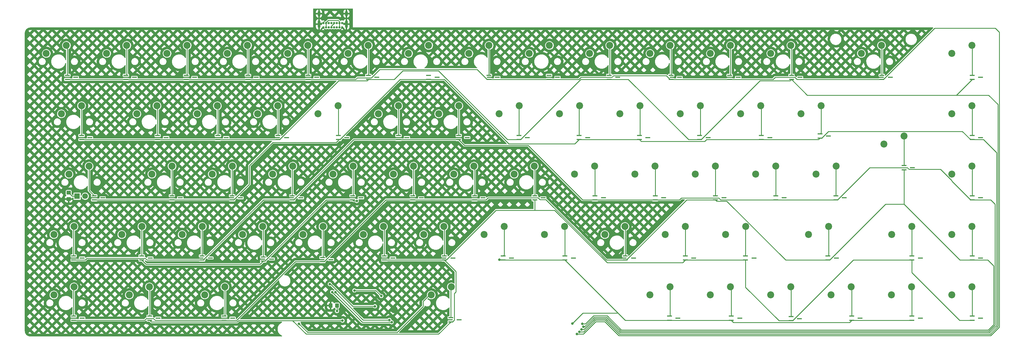
<source format=gbr>
%TF.GenerationSoftware,KiCad,Pcbnew,(6.0.4)*%
%TF.CreationDate,2022-03-24T02:10:14+00:00*%
%TF.ProjectId,kbd,6b62642e-6b69-4636-9164-5f7063625858,rev?*%
%TF.SameCoordinates,Original*%
%TF.FileFunction,Copper,L2,Bot*%
%TF.FilePolarity,Positive*%
%FSLAX46Y46*%
G04 Gerber Fmt 4.6, Leading zero omitted, Abs format (unit mm)*
G04 Created by KiCad (PCBNEW (6.0.4)) date 2022-03-24 02:10:14*
%MOMM*%
%LPD*%
G01*
G04 APERTURE LIST*
G04 Aperture macros list*
%AMRoundRect*
0 Rectangle with rounded corners*
0 $1 Rounding radius*
0 $2 $3 $4 $5 $6 $7 $8 $9 X,Y pos of 4 corners*
0 Add a 4 corners polygon primitive as box body*
4,1,4,$2,$3,$4,$5,$6,$7,$8,$9,$2,$3,0*
0 Add four circle primitives for the rounded corners*
1,1,$1+$1,$2,$3*
1,1,$1+$1,$4,$5*
1,1,$1+$1,$6,$7*
1,1,$1+$1,$8,$9*
0 Add four rect primitives between the rounded corners*
20,1,$1+$1,$2,$3,$4,$5,0*
20,1,$1+$1,$4,$5,$6,$7,0*
20,1,$1+$1,$6,$7,$8,$9,0*
20,1,$1+$1,$8,$9,$2,$3,0*%
G04 Aperture macros list end*
%TA.AperFunction,SMDPad,CuDef*%
%ADD10RoundRect,0.250000X0.350000X0.450000X-0.350000X0.450000X-0.350000X-0.450000X0.350000X-0.450000X0*%
%TD*%
%TA.AperFunction,ComponentPad*%
%ADD11C,2.200000*%
%TD*%
%TA.AperFunction,ComponentPad*%
%ADD12C,1.800000*%
%TD*%
%TA.AperFunction,ComponentPad*%
%ADD13R,1.800000X1.800000*%
%TD*%
%TA.AperFunction,SMDPad,CuDef*%
%ADD14R,1.500000X0.450000*%
%TD*%
%TA.AperFunction,ComponentPad*%
%ADD15C,0.700000*%
%TD*%
%TA.AperFunction,ComponentPad*%
%ADD16O,0.900000X2.400000*%
%TD*%
%TA.AperFunction,ComponentPad*%
%ADD17O,0.900000X1.700000*%
%TD*%
%TA.AperFunction,SMDPad,CuDef*%
%ADD18RoundRect,0.250000X-0.450000X0.350000X-0.450000X-0.350000X0.450000X-0.350000X0.450000X0.350000X0*%
%TD*%
%TA.AperFunction,ViaPad*%
%ADD19C,0.800000*%
%TD*%
%TA.AperFunction,Conductor*%
%ADD20C,0.250000*%
%TD*%
G04 APERTURE END LIST*
D10*
%TO.P,R5,1*%
%TO.N,Net-(R5-Pad1)*%
X116750000Y-136000000D03*
%TO.P,R5,2*%
%TO.N,GND*%
X114750000Y-136000000D03*
%TD*%
D11*
%TO.P,SW26,2,2*%
%TO.N,/COL1*%
X146479500Y-132660000D03*
%TO.P,SW26,1,1*%
%TO.N,Net-(D13-Pad2)*%
X152829500Y-130120000D03*
%TD*%
%TO.P,SW51,1,1*%
%TO.N,Net-(D37-Pad2)*%
X174265000Y-72970000D03*
%TO.P,SW51,2,2*%
%TO.N,/COL5*%
X167915000Y-75510000D03*
%TD*%
%TO.P,SW68,1,1*%
%TO.N,Net-(D69-Pad2)*%
X317137500Y-130120000D03*
%TO.P,SW68,2,2*%
%TO.N,/COL9*%
X310787500Y-132660000D03*
%TD*%
%TO.P,SW66,1,1*%
%TO.N,Net-(D46-Pad2)*%
X217127600Y-92020000D03*
%TO.P,SW66,2,2*%
%TO.N,/COL6*%
X210777600Y-94560000D03*
%TD*%
%TO.P,SW6,1,1*%
%TO.N,Net-(D50-Pad2)*%
X221890000Y-53920000D03*
%TO.P,SW6,2,2*%
%TO.N,/COL7*%
X215540000Y-56460000D03*
%TD*%
%TO.P,SW59,1,1*%
%TO.N,Net-(D39-Pad2)*%
X198077600Y-92020000D03*
%TO.P,SW59,2,2*%
%TO.N,/COL5*%
X191727600Y-94560000D03*
%TD*%
%TO.P,SW32,1,1*%
%TO.N,Net-(D19-Pad2)*%
X112352600Y-111070000D03*
%TO.P,SW32,2,2*%
%TO.N,/COL2*%
X106002600Y-113610000D03*
%TD*%
%TO.P,SW23,1,1*%
%TO.N,Net-(D23-Pad2)*%
X98065000Y-72970000D03*
%TO.P,SW23,2,2*%
%TO.N,/COL3*%
X91715000Y-75510000D03*
%TD*%
D12*
%TO.P,D71,2,A*%
%TO.N,Net-(U2-Pad6)*%
X37290000Y-101500000D03*
D13*
%TO.P,D71,1,K*%
%TO.N,Net-(D71-Pad1)*%
X34750000Y-101500000D03*
%TD*%
D11*
%TO.P,SW8,1,1*%
%TO.N,Net-(D8-Pad2)*%
X50440000Y-53920000D03*
%TO.P,SW8,2,2*%
%TO.N,/COL1*%
X44090000Y-56460000D03*
%TD*%
%TO.P,SW53,1,1*%
%TO.N,Net-(D28-Pad2)*%
X169502600Y-111070000D03*
%TO.P,SW53,2,2*%
%TO.N,/COL3*%
X163152600Y-113610000D03*
%TD*%
%TO.P,SW27,1,1*%
%TO.N,Net-(D41-Pad2)*%
X226652600Y-111070000D03*
%TO.P,SW27,2,2*%
%TO.N,/COL5*%
X220302600Y-113610000D03*
%TD*%
%TO.P,SW36,1,1*%
%TO.N,Net-(D30-Pad2)*%
X126640000Y-53920000D03*
%TO.P,SW36,2,2*%
%TO.N,/COL4*%
X120290000Y-56460000D03*
%TD*%
%TO.P,SW47,1,1*%
%TO.N,Net-(D55-Pad2)*%
X259987500Y-130120000D03*
%TO.P,SW47,2,2*%
%TO.N,/COL7*%
X253637500Y-132660000D03*
%TD*%
%TO.P,SW39,1,1*%
%TO.N,Net-(D20-Pad2)*%
X131402600Y-111070000D03*
%TO.P,SW39,2,2*%
%TO.N,/COL2*%
X125052600Y-113610000D03*
%TD*%
%TO.P,SW5,1,1*%
%TO.N,Net-(D5-Pad2)*%
X33771300Y-130120000D03*
%TO.P,SW5,2,2*%
%TO.N,/COL0*%
X27421300Y-132660000D03*
%TD*%
%TO.P,SW18,1,1*%
%TO.N,Net-(D11-Pad2)*%
X74252600Y-111070000D03*
%TO.P,SW18,2,2*%
%TO.N,/COL1*%
X67902600Y-113610000D03*
%TD*%
%TO.P,SW1,1,1*%
%TO.N,Net-(D1-Pad2)*%
X31390000Y-53920000D03*
%TO.P,SW1,2,2*%
%TO.N,/COL0*%
X25040000Y-56460000D03*
%TD*%
%TO.P,SW3,1,1*%
%TO.N,Net-(D3-Pad2)*%
X38532400Y-92020000D03*
%TO.P,SW3,2,2*%
%TO.N,/COL0*%
X32182400Y-94560000D03*
%TD*%
%TO.P,SW55,1,1*%
%TO.N,Net-(D57-Pad2)*%
X240940000Y-53920000D03*
%TO.P,SW55,2,2*%
%TO.N,/COL8*%
X234590000Y-56460000D03*
%TD*%
%TO.P,SW35,1,1*%
%TO.N,Net-(D64-Pad2)*%
X288565000Y-53920000D03*
%TO.P,SW35,2,2*%
%TO.N,/COL9*%
X282215000Y-56460000D03*
%TD*%
%TO.P,SW41,1,1*%
%TO.N,Net-(D53-Pad2)*%
X255227600Y-92020000D03*
%TO.P,SW41,2,2*%
%TO.N,/COL7*%
X248877600Y-94560000D03*
%TD*%
%TO.P,SW54,1,1*%
%TO.N,Net-(D56-Pad2)*%
X279037500Y-130120000D03*
%TO.P,SW54,2,2*%
%TO.N,/COL7*%
X272687500Y-132660000D03*
%TD*%
%TO.P,SW13,1,1*%
%TO.N,Net-(D51-Pad2)*%
X231415000Y-72970000D03*
%TO.P,SW13,2,2*%
%TO.N,/COL7*%
X225065000Y-75510000D03*
%TD*%
%TO.P,SW63,1,1*%
%TO.N,Net-(D68-Pad2)*%
X317137500Y-111070000D03*
%TO.P,SW63,2,2*%
%TO.N,/COL9*%
X310787500Y-113610000D03*
%TD*%
%TO.P,SW44,1,1*%
%TO.N,Net-(D32-Pad2)*%
X155215000Y-72970000D03*
%TO.P,SW44,2,2*%
%TO.N,/COL4*%
X148865000Y-75510000D03*
%TD*%
%TO.P,SW16,1,1*%
%TO.N,Net-(D16-Pad2)*%
X79015000Y-72970000D03*
%TO.P,SW16,2,2*%
%TO.N,/COL2*%
X72665000Y-75510000D03*
%TD*%
%TO.P,SW12,1,1*%
%TO.N,Net-(D6-Pad2)*%
X57582400Y-130120000D03*
%TO.P,SW12,2,2*%
%TO.N,/COL0*%
X51232400Y-132660000D03*
%TD*%
%TO.P,SW17,1,1*%
%TO.N,Net-(D17-Pad2)*%
X83777600Y-92020000D03*
%TO.P,SW17,2,2*%
%TO.N,/COL2*%
X77427600Y-94560000D03*
%TD*%
%TO.P,SW19,1,1*%
%TO.N,Net-(D12-Pad2)*%
X81393500Y-130120000D03*
%TO.P,SW19,2,2*%
%TO.N,/COL1*%
X75043500Y-132660000D03*
%TD*%
%TO.P,SW11,1,1*%
%TO.N,Net-(D7-Pad2)*%
X55202600Y-111070000D03*
%TO.P,SW11,2,2*%
%TO.N,/COL0*%
X48852600Y-113610000D03*
%TD*%
%TO.P,SW28,1,1*%
%TO.N,Net-(D61-Pad2)*%
X295707000Y-82495000D03*
%TO.P,SW28,2,2*%
%TO.N,/COL8*%
X289357000Y-85035000D03*
%TD*%
%TO.P,SW50,1,1*%
%TO.N,Net-(D36-Pad2)*%
X164740000Y-53920000D03*
%TO.P,SW50,2,2*%
%TO.N,/COL5*%
X158390000Y-56460000D03*
%TD*%
%TO.P,SW42,1,1*%
%TO.N,Net-(D65-Pad2)*%
X317137500Y-53920000D03*
%TO.P,SW42,2,2*%
%TO.N,/COL9*%
X310787500Y-56460000D03*
%TD*%
%TO.P,SW60,1,1*%
%TO.N,Net-(D35-Pad2)*%
X188552600Y-111070000D03*
%TO.P,SW60,2,2*%
%TO.N,/COL4*%
X182202600Y-113610000D03*
%TD*%
%TO.P,SW24,1,1*%
%TO.N,Net-(D18-Pad2)*%
X102827600Y-92020000D03*
%TO.P,SW24,2,2*%
%TO.N,/COL2*%
X96477600Y-94560000D03*
%TD*%
%TO.P,SW45,1,1*%
%TO.N,Net-(D33-Pad2)*%
X159977600Y-92020000D03*
%TO.P,SW45,2,2*%
%TO.N,/COL4*%
X153627600Y-94560000D03*
%TD*%
%TO.P,SW37,1,1*%
%TO.N,Net-(D25-Pad2)*%
X136165000Y-72970000D03*
%TO.P,SW37,2,2*%
%TO.N,/COL3*%
X129815000Y-75510000D03*
%TD*%
%TO.P,SW49,1,1*%
%TO.N,Net-(D66-Pad2)*%
X317137500Y-72970000D03*
%TO.P,SW49,2,2*%
%TO.N,/COL9*%
X310787500Y-75510000D03*
%TD*%
%TO.P,SW29,1,1*%
%TO.N,Net-(D29-Pad2)*%
X107590000Y-53920000D03*
%TO.P,SW29,2,2*%
%TO.N,/COL4*%
X101240000Y-56460000D03*
%TD*%
%TO.P,SW10,1,1*%
%TO.N,Net-(D10-Pad2)*%
X64727600Y-92020000D03*
%TO.P,SW10,2,2*%
%TO.N,/COL1*%
X58377600Y-94560000D03*
%TD*%
%TO.P,SW30,1,1*%
%TO.N,Net-(D24-Pad2)*%
X117115000Y-72970000D03*
%TO.P,SW30,2,2*%
%TO.N,/COL3*%
X110765000Y-75510000D03*
%TD*%
%TO.P,SW15,1,1*%
%TO.N,Net-(D15-Pad2)*%
X69490000Y-53920000D03*
%TO.P,SW15,2,2*%
%TO.N,/COL2*%
X63140000Y-56460000D03*
%TD*%
%TO.P,SW31,1,1*%
%TO.N,Net-(D21-Pad2)*%
X121877600Y-92020000D03*
%TO.P,SW31,2,2*%
%TO.N,/COL2*%
X115527600Y-94560000D03*
%TD*%
%TO.P,SW4,1,1*%
%TO.N,Net-(D4-Pad2)*%
X33771300Y-111070000D03*
%TO.P,SW4,2,2*%
%TO.N,/COL0*%
X27421300Y-113610000D03*
%TD*%
%TO.P,SW61,1,1*%
%TO.N,Net-(D63-Pad2)*%
X298087500Y-130120000D03*
%TO.P,SW61,2,2*%
%TO.N,/COL8*%
X291737500Y-132660000D03*
%TD*%
%TO.P,SW58,1,1*%
%TO.N,Net-(D38-Pad2)*%
X193315000Y-72970000D03*
%TO.P,SW58,2,2*%
%TO.N,/COL5*%
X186965000Y-75510000D03*
%TD*%
%TO.P,SW40,1,1*%
%TO.N,Net-(D49-Pad2)*%
X240937500Y-130120000D03*
%TO.P,SW40,2,2*%
%TO.N,/COL6*%
X234587500Y-132660000D03*
%TD*%
%TO.P,SW21,1,1*%
%TO.N,Net-(D62-Pad2)*%
X298090600Y-111070000D03*
%TO.P,SW21,2,2*%
%TO.N,/COL8*%
X291740600Y-113610000D03*
%TD*%
%TO.P,SW56,1,1*%
%TO.N,Net-(D67-Pad2)*%
X317137500Y-92020000D03*
%TO.P,SW56,2,2*%
%TO.N,/COL9*%
X310787500Y-94560000D03*
%TD*%
%TO.P,SW69,1,1*%
%TO.N,Net-(D59-Pad2)*%
X269515000Y-72970000D03*
%TO.P,SW69,2,2*%
%TO.N,/COL8*%
X263165000Y-75510000D03*
%TD*%
%TO.P,SW48,1,1*%
%TO.N,Net-(D52-Pad2)*%
X250465000Y-72970000D03*
%TO.P,SW48,2,2*%
%TO.N,/COL7*%
X244115000Y-75510000D03*
%TD*%
%TO.P,SW9,1,1*%
%TO.N,Net-(D9-Pad2)*%
X59965000Y-72970000D03*
%TO.P,SW9,2,2*%
%TO.N,/COL1*%
X53615000Y-75510000D03*
%TD*%
%TO.P,SW43,1,1*%
%TO.N,Net-(D31-Pad2)*%
X145690000Y-53920000D03*
%TO.P,SW43,2,2*%
%TO.N,/COL4*%
X139340000Y-56460000D03*
%TD*%
%TO.P,SW22,1,1*%
%TO.N,Net-(D22-Pad2)*%
X88540000Y-53920000D03*
%TO.P,SW22,2,2*%
%TO.N,/COL3*%
X82190000Y-56460000D03*
%TD*%
%TO.P,SW62,1,1*%
%TO.N,Net-(D58-Pad2)*%
X259990000Y-53920000D03*
%TO.P,SW62,2,2*%
%TO.N,/COL8*%
X253640000Y-56460000D03*
%TD*%
%TO.P,SW14,1,1*%
%TO.N,Net-(D54-Pad2)*%
X271896600Y-111070000D03*
%TO.P,SW14,2,2*%
%TO.N,/COL7*%
X265546600Y-113610000D03*
%TD*%
%TO.P,SW25,1,1*%
%TO.N,Net-(D14-Pad2)*%
X93302600Y-111070000D03*
%TO.P,SW25,2,2*%
%TO.N,/COL1*%
X86952600Y-113610000D03*
%TD*%
%TO.P,SW34,1,1*%
%TO.N,Net-(D48-Pad2)*%
X245702600Y-111070000D03*
%TO.P,SW34,2,2*%
%TO.N,/COL6*%
X239352600Y-113610000D03*
%TD*%
%TO.P,SW7,1,1*%
%TO.N,Net-(D60-Pad2)*%
X274277600Y-92020000D03*
%TO.P,SW7,2,2*%
%TO.N,/COL8*%
X267927600Y-94560000D03*
%TD*%
%TO.P,SW65,1,1*%
%TO.N,Net-(D45-Pad2)*%
X212365000Y-72970000D03*
%TO.P,SW65,2,2*%
%TO.N,/COL6*%
X206015000Y-75510000D03*
%TD*%
%TO.P,SW57,1,1*%
%TO.N,Net-(D43-Pad2)*%
X183790000Y-53920000D03*
%TO.P,SW57,2,2*%
%TO.N,/COL6*%
X177440000Y-56460000D03*
%TD*%
%TO.P,SW46,1,1*%
%TO.N,Net-(D27-Pad2)*%
X150452600Y-111070000D03*
%TO.P,SW46,2,2*%
%TO.N,/COL3*%
X144102600Y-113610000D03*
%TD*%
%TO.P,SW67,1,1*%
%TO.N,Net-(D40-Pad2)*%
X207602600Y-111070000D03*
%TO.P,SW67,2,2*%
%TO.N,/COL5*%
X201252600Y-113610000D03*
%TD*%
%TO.P,SW33,1,1*%
%TO.N,Net-(D42-Pad2)*%
X221887500Y-130120000D03*
%TO.P,SW33,2,2*%
%TO.N,/COL5*%
X215537500Y-132660000D03*
%TD*%
%TO.P,SW64,1,1*%
%TO.N,Net-(D44-Pad2)*%
X202840000Y-53920000D03*
%TO.P,SW64,2,2*%
%TO.N,/COL6*%
X196490000Y-56460000D03*
%TD*%
%TO.P,SW2,1,1*%
%TO.N,Net-(D2-Pad2)*%
X36152500Y-72970000D03*
%TO.P,SW2,2,2*%
%TO.N,/COL0*%
X29802500Y-75510000D03*
%TD*%
%TO.P,SW38,1,1*%
%TO.N,Net-(D26-Pad2)*%
X140927600Y-92020000D03*
%TO.P,SW38,2,2*%
%TO.N,/COL3*%
X134577600Y-94560000D03*
%TD*%
%TO.P,SW20,1,1*%
%TO.N,Net-(D47-Pad2)*%
X236177600Y-92020000D03*
%TO.P,SW20,2,2*%
%TO.N,/COL6*%
X229827600Y-94560000D03*
%TD*%
%TO.P,SW52,1,1*%
%TO.N,Net-(D34-Pad2)*%
X179027600Y-92020000D03*
%TO.P,SW52,2,2*%
%TO.N,/COL4*%
X172677600Y-94560000D03*
%TD*%
D14*
%TO.P,D57,1,K*%
%TO.N,/ROW0*%
X240670000Y-64650000D03*
%TO.P,D57,2,A*%
%TO.N,Net-(D57-Pad2)*%
X240670000Y-63350000D03*
%TO.P,D57,3*%
%TO.N,N/C*%
X243330000Y-64000000D03*
%TD*%
%TO.P,D59,1,K*%
%TO.N,/ROW2*%
X269170000Y-83150000D03*
%TO.P,D59,2,A*%
%TO.N,Net-(D59-Pad2)*%
X269170000Y-81850000D03*
%TO.P,D59,3*%
%TO.N,N/C*%
X271830000Y-82500000D03*
%TD*%
%TO.P,D65,1,K*%
%TO.N,/ROW1*%
X317170000Y-64650000D03*
%TO.P,D65,2,A*%
%TO.N,Net-(D65-Pad2)*%
X317170000Y-63350000D03*
%TO.P,D65,3*%
%TO.N,N/C*%
X319830000Y-64000000D03*
%TD*%
%TO.P,D61,1,K*%
%TO.N,/ROW4*%
X295670000Y-93150000D03*
%TO.P,D61,2,A*%
%TO.N,Net-(D61-Pad2)*%
X295670000Y-91850000D03*
%TO.P,D61,3*%
%TO.N,N/C*%
X298330000Y-92500000D03*
%TD*%
%TO.P,D60,1,K*%
%TO.N,/ROW3*%
X274170000Y-102650000D03*
%TO.P,D60,2,A*%
%TO.N,Net-(D60-Pad2)*%
X274170000Y-101350000D03*
%TO.P,D60,3*%
%TO.N,N/C*%
X276830000Y-102000000D03*
%TD*%
%TO.P,D33,1,K*%
%TO.N,/ROW4*%
X160170000Y-102650000D03*
%TO.P,D33,2,A*%
%TO.N,Net-(D33-Pad2)*%
X160170000Y-101350000D03*
%TO.P,D33,3*%
%TO.N,N/C*%
X162830000Y-102000000D03*
%TD*%
%TO.P,D38,1,K*%
%TO.N,/ROW2*%
X193170000Y-83650000D03*
%TO.P,D38,2,A*%
%TO.N,Net-(D38-Pad2)*%
X193170000Y-82350000D03*
%TO.P,D38,3*%
%TO.N,N/C*%
X195830000Y-83000000D03*
%TD*%
%TO.P,D55,1,K*%
%TO.N,/ROW5*%
X260000000Y-140800000D03*
%TO.P,D55,2,A*%
%TO.N,Net-(D55-Pad2)*%
X260000000Y-139500000D03*
%TO.P,D55,3*%
%TO.N,N/C*%
X262660000Y-140150000D03*
%TD*%
%TO.P,D36,1,K*%
%TO.N,/ROW0*%
X164670000Y-64650000D03*
%TO.P,D36,2,A*%
%TO.N,Net-(D36-Pad2)*%
X164670000Y-63350000D03*
%TO.P,D36,3*%
%TO.N,N/C*%
X167330000Y-64000000D03*
%TD*%
%TO.P,D13,1,K*%
%TO.N,/ROW5*%
X152670000Y-141150000D03*
%TO.P,D13,2,A*%
%TO.N,Net-(D13-Pad2)*%
X152670000Y-139850000D03*
%TO.P,D13,3*%
%TO.N,N/C*%
X155330000Y-140500000D03*
%TD*%
%TO.P,D17,1,K*%
%TO.N,/ROW2*%
X83670000Y-102650000D03*
%TO.P,D17,2,A*%
%TO.N,Net-(D17-Pad2)*%
X83670000Y-101350000D03*
%TO.P,D17,3*%
%TO.N,N/C*%
X86330000Y-102000000D03*
%TD*%
%TO.P,D51,1,K*%
%TO.N,/ROW1*%
X231170000Y-83650000D03*
%TO.P,D51,2,A*%
%TO.N,Net-(D51-Pad2)*%
X231170000Y-82350000D03*
%TO.P,D51,3*%
%TO.N,N/C*%
X233830000Y-83000000D03*
%TD*%
%TO.P,D28,1,K*%
%TO.N,/ROW6*%
X169170000Y-121650000D03*
%TO.P,D28,2,A*%
%TO.N,Net-(D28-Pad2)*%
X169170000Y-120350000D03*
%TO.P,D28,3*%
%TO.N,N/C*%
X171830000Y-121000000D03*
%TD*%
%TO.P,D67,1,K*%
%TO.N,/ROW3*%
X317170000Y-102650000D03*
%TO.P,D67,2,A*%
%TO.N,Net-(D67-Pad2)*%
X317170000Y-101350000D03*
%TO.P,D67,3*%
%TO.N,N/C*%
X319830000Y-102000000D03*
%TD*%
%TO.P,D54,1,K*%
%TO.N,/ROW4*%
X271670000Y-121650000D03*
%TO.P,D54,2,A*%
%TO.N,Net-(D54-Pad2)*%
X271670000Y-120350000D03*
%TO.P,D54,3*%
%TO.N,N/C*%
X274330000Y-121000000D03*
%TD*%
%TO.P,D56,1,K*%
%TO.N,/ROW6*%
X279170000Y-140650000D03*
%TO.P,D56,2,A*%
%TO.N,Net-(D56-Pad2)*%
X279170000Y-139350000D03*
%TO.P,D56,3*%
%TO.N,N/C*%
X281830000Y-140000000D03*
%TD*%
%TO.P,D39,1,K*%
%TO.N,/ROW3*%
X198170000Y-102650000D03*
%TO.P,D39,2,A*%
%TO.N,Net-(D39-Pad2)*%
X198170000Y-101350000D03*
%TO.P,D39,3*%
%TO.N,N/C*%
X200830000Y-102000000D03*
%TD*%
%TO.P,D63,1,K*%
%TO.N,/ROW6*%
X298170000Y-140650000D03*
%TO.P,D63,2,A*%
%TO.N,Net-(D63-Pad2)*%
X298170000Y-139350000D03*
%TO.P,D63,3*%
%TO.N,N/C*%
X300830000Y-140000000D03*
%TD*%
%TO.P,D68,1,K*%
%TO.N,/ROW4*%
X317170000Y-121650000D03*
%TO.P,D68,2,A*%
%TO.N,Net-(D68-Pad2)*%
X317170000Y-120350000D03*
%TO.P,D68,3*%
%TO.N,N/C*%
X319830000Y-121000000D03*
%TD*%
%TO.P,D31,1,K*%
%TO.N,/ROW2*%
X145670000Y-64650000D03*
%TO.P,D31,2,A*%
%TO.N,Net-(D31-Pad2)*%
X145670000Y-63350000D03*
%TO.P,D31,3*%
%TO.N,N/C*%
X148330000Y-64000000D03*
%TD*%
%TO.P,D9,1,K*%
%TO.N,/ROW1*%
X60170000Y-83650000D03*
%TO.P,D9,2,A*%
%TO.N,Net-(D9-Pad2)*%
X60170000Y-82350000D03*
%TO.P,D9,3*%
%TO.N,N/C*%
X62830000Y-83000000D03*
%TD*%
%TO.P,D35,1,K*%
%TO.N,/ROW6*%
X188670000Y-121650000D03*
%TO.P,D35,2,A*%
%TO.N,Net-(D35-Pad2)*%
X188670000Y-120350000D03*
%TO.P,D35,3*%
%TO.N,N/C*%
X191330000Y-121000000D03*
%TD*%
%TO.P,D49,1,K*%
%TO.N,/ROW6*%
X241170000Y-140650000D03*
%TO.P,D49,2,A*%
%TO.N,Net-(D49-Pad2)*%
X241170000Y-139350000D03*
%TO.P,D49,3*%
%TO.N,N/C*%
X243830000Y-140000000D03*
%TD*%
%TO.P,D7,1,K*%
%TO.N,/ROW6*%
X55170000Y-121650000D03*
%TO.P,D7,2,A*%
%TO.N,Net-(D7-Pad2)*%
X55170000Y-120350000D03*
%TO.P,D7,3*%
%TO.N,N/C*%
X57830000Y-121000000D03*
%TD*%
%TO.P,D52,1,K*%
%TO.N,/ROW2*%
X250670000Y-83650000D03*
%TO.P,D52,2,A*%
%TO.N,Net-(D52-Pad2)*%
X250670000Y-82350000D03*
%TO.P,D52,3*%
%TO.N,N/C*%
X253330000Y-83000000D03*
%TD*%
%TO.P,D34,1,K*%
%TO.N,/ROW5*%
X179170000Y-102650000D03*
%TO.P,D34,2,A*%
%TO.N,Net-(D34-Pad2)*%
X179170000Y-101350000D03*
%TO.P,D34,3*%
%TO.N,N/C*%
X181830000Y-102000000D03*
%TD*%
%TO.P,D41,1,K*%
%TO.N,/ROW5*%
X226670000Y-121650000D03*
%TO.P,D41,2,A*%
%TO.N,Net-(D41-Pad2)*%
X226670000Y-120350000D03*
%TO.P,D41,3*%
%TO.N,N/C*%
X229330000Y-121000000D03*
%TD*%
%TO.P,D24,1,K*%
%TO.N,/ROW2*%
X117170000Y-83650000D03*
%TO.P,D24,2,A*%
%TO.N,Net-(D24-Pad2)*%
X117170000Y-82350000D03*
%TO.P,D24,3*%
%TO.N,N/C*%
X119830000Y-83000000D03*
%TD*%
%TO.P,D69,1,K*%
%TO.N,/ROW5*%
X317170000Y-140650000D03*
%TO.P,D69,2,A*%
%TO.N,Net-(D69-Pad2)*%
X317170000Y-139350000D03*
%TO.P,D69,3*%
%TO.N,N/C*%
X319830000Y-140000000D03*
%TD*%
%TO.P,D26,1,K*%
%TO.N,/ROW4*%
X140670000Y-102650000D03*
%TO.P,D26,2,A*%
%TO.N,Net-(D26-Pad2)*%
X140670000Y-101350000D03*
%TO.P,D26,3*%
%TO.N,N/C*%
X143330000Y-102000000D03*
%TD*%
%TO.P,D1,1,K*%
%TO.N,/ROW0*%
X31670000Y-64650000D03*
%TO.P,D1,2,A*%
%TO.N,Net-(D1-Pad2)*%
X31670000Y-63350000D03*
%TO.P,D1,3*%
%TO.N,N/C*%
X34330000Y-64000000D03*
%TD*%
%TO.P,D21,1,K*%
%TO.N,/ROW6*%
X121670000Y-102650000D03*
%TO.P,D21,2,A*%
%TO.N,Net-(D21-Pad2)*%
X121670000Y-101350000D03*
%TO.P,D21,3*%
%TO.N,N/C*%
X124330000Y-102000000D03*
%TD*%
D15*
%TO.P,J2,A1,GND*%
%TO.N,GND*%
X112425000Y-48225000D03*
%TO.P,J2,A4,VBUS*%
%TO.N,VCC*%
X113275000Y-48225000D03*
%TO.P,J2,A5,CC1*%
%TO.N,unconnected-(J2-PadA5)*%
X114125000Y-48225000D03*
%TO.P,J2,A6,D+*%
%TO.N,Net-(J2-PadA6)*%
X114975000Y-48225000D03*
%TO.P,J2,A7,D-*%
%TO.N,Net-(J2-PadA7)*%
X115825000Y-48225000D03*
%TO.P,J2,A8,SBU1*%
%TO.N,unconnected-(J2-PadA8)*%
X116675000Y-48225000D03*
%TO.P,J2,A9,VBUS*%
%TO.N,VCC*%
X117525000Y-48225000D03*
%TO.P,J2,A12,GND*%
%TO.N,GND*%
X118375000Y-48225000D03*
%TO.P,J2,B1,GND*%
X118375000Y-46875000D03*
%TO.P,J2,B4,VBUS*%
%TO.N,VCC*%
X117525000Y-46875000D03*
%TO.P,J2,B5,CC2*%
%TO.N,unconnected-(J2-PadB5)*%
X116675000Y-46875000D03*
%TO.P,J2,B6,D+*%
%TO.N,Net-(J2-PadA6)*%
X115825000Y-46875000D03*
%TO.P,J2,B7,D-*%
%TO.N,Net-(J2-PadA7)*%
X114975000Y-46875000D03*
%TO.P,J2,B8,SBU2*%
%TO.N,unconnected-(J2-PadB8)*%
X114125000Y-46875000D03*
%TO.P,J2,B9,VBUS*%
%TO.N,VCC*%
X113275000Y-46875000D03*
%TO.P,J2,B12,GND*%
%TO.N,GND*%
X112425000Y-46875000D03*
D16*
%TO.P,J2,S1,SHIELD*%
X111075000Y-47245000D03*
X119725000Y-47245000D03*
D17*
X111075000Y-43865000D03*
X119725000Y-43865000D03*
%TD*%
D14*
%TO.P,D3,1,K*%
%TO.N,/ROW2*%
X40170000Y-102650000D03*
%TO.P,D3,2,A*%
%TO.N,Net-(D3-Pad2)*%
X40170000Y-101350000D03*
%TO.P,D3,3*%
%TO.N,N/C*%
X42830000Y-102000000D03*
%TD*%
%TO.P,D47,1,K*%
%TO.N,/ROW4*%
X236170000Y-102650000D03*
%TO.P,D47,2,A*%
%TO.N,Net-(D47-Pad2)*%
X236170000Y-101350000D03*
%TO.P,D47,3*%
%TO.N,N/C*%
X238830000Y-102000000D03*
%TD*%
%TO.P,D25,1,K*%
%TO.N,/ROW3*%
X136170000Y-83650000D03*
%TO.P,D25,2,A*%
%TO.N,Net-(D25-Pad2)*%
X136170000Y-82350000D03*
%TO.P,D25,3*%
%TO.N,N/C*%
X138830000Y-83000000D03*
%TD*%
%TO.P,D14,1,K*%
%TO.N,/ROW6*%
X93500000Y-122000000D03*
%TO.P,D14,2,A*%
%TO.N,Net-(D14-Pad2)*%
X93500000Y-120700000D03*
%TO.P,D14,3*%
%TO.N,N/C*%
X96160000Y-121350000D03*
%TD*%
%TO.P,D23,1,K*%
%TO.N,/ROW1*%
X98170000Y-83650000D03*
%TO.P,D23,2,A*%
%TO.N,Net-(D23-Pad2)*%
X98170000Y-82350000D03*
%TO.P,D23,3*%
%TO.N,N/C*%
X100830000Y-83000000D03*
%TD*%
%TO.P,D8,1,K*%
%TO.N,/ROW0*%
X50170000Y-64650000D03*
%TO.P,D8,2,A*%
%TO.N,Net-(D8-Pad2)*%
X50170000Y-63350000D03*
%TO.P,D8,3*%
%TO.N,N/C*%
X52830000Y-64000000D03*
%TD*%
%TO.P,D45,1,K*%
%TO.N,/ROW2*%
X212170000Y-83650000D03*
%TO.P,D45,2,A*%
%TO.N,Net-(D45-Pad2)*%
X212170000Y-82350000D03*
%TO.P,D45,3*%
%TO.N,N/C*%
X214830000Y-83000000D03*
%TD*%
%TO.P,D44,1,K*%
%TO.N,/ROW1*%
X202670000Y-64650000D03*
%TO.P,D44,2,A*%
%TO.N,Net-(D44-Pad2)*%
X202670000Y-63350000D03*
%TO.P,D44,3*%
%TO.N,N/C*%
X205330000Y-64000000D03*
%TD*%
D18*
%TO.P,R6,1*%
%TO.N,Net-(D71-Pad1)*%
X32100000Y-100400000D03*
%TO.P,R6,2*%
%TO.N,GND*%
X32100000Y-102400000D03*
%TD*%
D14*
%TO.P,D30,1,K*%
%TO.N,/ROW1*%
X126670000Y-64650000D03*
%TO.P,D30,2,A*%
%TO.N,Net-(D30-Pad2)*%
X126670000Y-63350000D03*
%TO.P,D30,3*%
%TO.N,N/C*%
X129330000Y-64000000D03*
%TD*%
%TO.P,D12,1,K*%
%TO.N,/ROW4*%
X81170000Y-140650000D03*
%TO.P,D12,2,A*%
%TO.N,Net-(D12-Pad2)*%
X81170000Y-139350000D03*
%TO.P,D12,3*%
%TO.N,N/C*%
X83830000Y-140000000D03*
%TD*%
%TO.P,D11,1,K*%
%TO.N,/ROW3*%
X74170000Y-121650000D03*
%TO.P,D11,2,A*%
%TO.N,Net-(D11-Pad2)*%
X74170000Y-120350000D03*
%TO.P,D11,3*%
%TO.N,N/C*%
X76830000Y-121000000D03*
%TD*%
%TO.P,D58,1,K*%
%TO.N,/ROW1*%
X260170000Y-64650000D03*
%TO.P,D58,2,A*%
%TO.N,Net-(D58-Pad2)*%
X260170000Y-63350000D03*
%TO.P,D58,3*%
%TO.N,N/C*%
X262830000Y-64000000D03*
%TD*%
%TO.P,D10,1,K*%
%TO.N,/ROW2*%
X64670000Y-102650000D03*
%TO.P,D10,2,A*%
%TO.N,Net-(D10-Pad2)*%
X64670000Y-101350000D03*
%TO.P,D10,3*%
%TO.N,N/C*%
X67330000Y-102000000D03*
%TD*%
%TO.P,D18,1,K*%
%TO.N,/ROW3*%
X102670000Y-102650000D03*
%TO.P,D18,2,A*%
%TO.N,Net-(D18-Pad2)*%
X102670000Y-101350000D03*
%TO.P,D18,3*%
%TO.N,N/C*%
X105330000Y-102000000D03*
%TD*%
%TO.P,D20,1,K*%
%TO.N,/ROW5*%
X131720000Y-121650000D03*
%TO.P,D20,2,A*%
%TO.N,Net-(D20-Pad2)*%
X131720000Y-120350000D03*
%TO.P,D20,3*%
%TO.N,N/C*%
X134380000Y-121000000D03*
%TD*%
%TO.P,D27,1,K*%
%TO.N,/ROW5*%
X150670000Y-121650000D03*
%TO.P,D27,2,A*%
%TO.N,Net-(D27-Pad2)*%
X150670000Y-120350000D03*
%TO.P,D27,3*%
%TO.N,N/C*%
X153330000Y-121000000D03*
%TD*%
%TO.P,D19,1,K*%
%TO.N,/ROW4*%
X112170000Y-122150000D03*
%TO.P,D19,2,A*%
%TO.N,Net-(D19-Pad2)*%
X112170000Y-120850000D03*
%TO.P,D19,3*%
%TO.N,N/C*%
X114830000Y-121500000D03*
%TD*%
%TO.P,D15,1,K*%
%TO.N,/ROW0*%
X69170000Y-64650000D03*
%TO.P,D15,2,A*%
%TO.N,Net-(D15-Pad2)*%
X69170000Y-63350000D03*
%TO.P,D15,3*%
%TO.N,N/C*%
X71830000Y-64000000D03*
%TD*%
%TO.P,D29,1,K*%
%TO.N,/ROW0*%
X107670000Y-64650000D03*
%TO.P,D29,2,A*%
%TO.N,Net-(D29-Pad2)*%
X107670000Y-63350000D03*
%TO.P,D29,3*%
%TO.N,N/C*%
X110330000Y-64000000D03*
%TD*%
%TO.P,D4,1,K*%
%TO.N,/ROW3*%
X33670000Y-121650000D03*
%TO.P,D4,2,A*%
%TO.N,Net-(D4-Pad2)*%
X33670000Y-120350000D03*
%TO.P,D4,3*%
%TO.N,N/C*%
X36330000Y-121000000D03*
%TD*%
%TO.P,D2,1,K*%
%TO.N,/ROW1*%
X36170000Y-83650000D03*
%TO.P,D2,2,A*%
%TO.N,Net-(D2-Pad2)*%
X36170000Y-82350000D03*
%TO.P,D2,3*%
%TO.N,N/C*%
X38830000Y-83000000D03*
%TD*%
%TO.P,D37,1,K*%
%TO.N,/ROW1*%
X174170000Y-83650000D03*
%TO.P,D37,2,A*%
%TO.N,Net-(D37-Pad2)*%
X174170000Y-82350000D03*
%TO.P,D37,3*%
%TO.N,N/C*%
X176830000Y-83000000D03*
%TD*%
%TO.P,D53,1,K*%
%TO.N,/ROW3*%
X255170000Y-102650000D03*
%TO.P,D53,2,A*%
%TO.N,Net-(D53-Pad2)*%
X255170000Y-101350000D03*
%TO.P,D53,3*%
%TO.N,N/C*%
X257830000Y-102000000D03*
%TD*%
%TO.P,D50,1,K*%
%TO.N,/ROW0*%
X222170000Y-64650000D03*
%TO.P,D50,2,A*%
%TO.N,Net-(D50-Pad2)*%
X222170000Y-63350000D03*
%TO.P,D50,3*%
%TO.N,N/C*%
X224830000Y-64000000D03*
%TD*%
%TO.P,D22,1,K*%
%TO.N,/ROW0*%
X88670000Y-64650000D03*
%TO.P,D22,2,A*%
%TO.N,Net-(D22-Pad2)*%
X88670000Y-63350000D03*
%TO.P,D22,3*%
%TO.N,N/C*%
X91330000Y-64000000D03*
%TD*%
%TO.P,D62,1,K*%
%TO.N,/ROW5*%
X298170000Y-121650000D03*
%TO.P,D62,2,A*%
%TO.N,Net-(D62-Pad2)*%
X298170000Y-120350000D03*
%TO.P,D62,3*%
%TO.N,N/C*%
X300830000Y-121000000D03*
%TD*%
%TO.P,D43,1,K*%
%TO.N,/ROW0*%
X183670000Y-64650000D03*
%TO.P,D43,2,A*%
%TO.N,Net-(D43-Pad2)*%
X183670000Y-63350000D03*
%TO.P,D43,3*%
%TO.N,N/C*%
X186330000Y-64000000D03*
%TD*%
%TO.P,D48,1,K*%
%TO.N,/ROW5*%
X245670000Y-121650000D03*
%TO.P,D48,2,A*%
%TO.N,Net-(D48-Pad2)*%
X245670000Y-120350000D03*
%TO.P,D48,3*%
%TO.N,N/C*%
X248330000Y-121000000D03*
%TD*%
%TO.P,D64,1,K*%
%TO.N,/ROW0*%
X288670000Y-64650000D03*
%TO.P,D64,2,A*%
%TO.N,Net-(D64-Pad2)*%
X288670000Y-63350000D03*
%TO.P,D64,3*%
%TO.N,N/C*%
X291330000Y-64000000D03*
%TD*%
%TO.P,D5,1,K*%
%TO.N,/ROW4*%
X33670000Y-140650000D03*
%TO.P,D5,2,A*%
%TO.N,Net-(D5-Pad2)*%
X33670000Y-139350000D03*
%TO.P,D5,3*%
%TO.N,N/C*%
X36330000Y-140000000D03*
%TD*%
%TO.P,D66,1,K*%
%TO.N,/ROW2*%
X317170000Y-83650000D03*
%TO.P,D66,2,A*%
%TO.N,Net-(D66-Pad2)*%
X317170000Y-82350000D03*
%TO.P,D66,3*%
%TO.N,N/C*%
X319830000Y-83000000D03*
%TD*%
%TO.P,D42,1,K*%
%TO.N,/ROW6*%
X221670000Y-140650000D03*
%TO.P,D42,2,A*%
%TO.N,Net-(D42-Pad2)*%
X221670000Y-139350000D03*
%TO.P,D42,3*%
%TO.N,N/C*%
X224330000Y-140000000D03*
%TD*%
%TO.P,D16,1,K*%
%TO.N,/ROW1*%
X79170000Y-83650000D03*
%TO.P,D16,2,A*%
%TO.N,Net-(D16-Pad2)*%
X79170000Y-82350000D03*
%TO.P,D16,3*%
%TO.N,N/C*%
X81830000Y-83000000D03*
%TD*%
%TO.P,D46,1,K*%
%TO.N,/ROW3*%
X217170000Y-102650000D03*
%TO.P,D46,2,A*%
%TO.N,Net-(D46-Pad2)*%
X217170000Y-101350000D03*
%TO.P,D46,3*%
%TO.N,N/C*%
X219830000Y-102000000D03*
%TD*%
%TO.P,D32,1,K*%
%TO.N,/ROW3*%
X155170000Y-83650000D03*
%TO.P,D32,2,A*%
%TO.N,Net-(D32-Pad2)*%
X155170000Y-82350000D03*
%TO.P,D32,3*%
%TO.N,N/C*%
X157830000Y-83000000D03*
%TD*%
%TO.P,D6,1,K*%
%TO.N,/ROW5*%
X57670000Y-140650000D03*
%TO.P,D6,2,A*%
%TO.N,Net-(D6-Pad2)*%
X57670000Y-139350000D03*
%TO.P,D6,3*%
%TO.N,N/C*%
X60330000Y-140000000D03*
%TD*%
%TO.P,D40,1,K*%
%TO.N,/ROW4*%
X207670000Y-121650000D03*
%TO.P,D40,2,A*%
%TO.N,Net-(D40-Pad2)*%
X207670000Y-120350000D03*
%TO.P,D40,3*%
%TO.N,N/C*%
X210330000Y-121000000D03*
%TD*%
D19*
%TO.N,/COL1*%
X104762299Y-141737701D03*
%TO.N,VCC*%
X114500000Y-129250000D03*
X128750000Y-136250000D03*
%TO.N,/ROW5*%
X118500000Y-140750000D03*
%TO.N,/ROW6*%
X191000000Y-141724500D03*
%TO.N,/ROW4*%
X194175480Y-141764410D03*
%TO.N,/ROW3*%
X194491243Y-142712723D03*
%TO.N,/ROW2*%
X193937061Y-143551000D03*
%TO.N,/ROW1*%
X193243279Y-144275500D03*
%TO.N,/ROW0*%
X192500000Y-145000000D03*
%TO.N,Net-(R5-Pad1)*%
X116758792Y-137739450D03*
%TO.N,Net-(R4-Pad2)*%
X115241762Y-131749912D03*
X134007235Y-141274980D03*
%TO.N,Net-(R3-Pad2)*%
X116241208Y-131760550D03*
X133300480Y-140550480D03*
%TO.N,/ROW6*%
X168000000Y-121500000D03*
X123000000Y-103000000D03*
%TO.N,GND*%
X134750000Y-137250000D03*
%TO.N,Net-(R2-Pad2)*%
X130750000Y-133000000D03*
X122250000Y-131250000D03*
%TD*%
D20*
%TO.N,/COL1*%
X104762299Y-141737701D02*
X107524598Y-144500000D01*
%TO.N,/ROW5*%
X102750000Y-140750000D02*
X85688889Y-140750000D01*
X85688889Y-140750000D02*
X85239378Y-141199511D01*
X102750000Y-140750000D02*
X107000000Y-145000000D01*
%TO.N,Net-(R4-Pad2)*%
X124731024Y-141274980D02*
X115241762Y-131785718D01*
X115241762Y-131785718D02*
X115241762Y-131749912D01*
%TO.N,VCC*%
X121755272Y-136250000D02*
X114755272Y-129250000D01*
X128750000Y-136250000D02*
X121755272Y-136250000D01*
X114755272Y-129250000D02*
X114500000Y-129250000D01*
%TO.N,/ROW5*%
X102750000Y-140750000D02*
X118500000Y-140750000D01*
%TO.N,/COL1*%
X107524598Y-144500000D02*
X135750000Y-144500000D01*
X135750000Y-144500000D02*
X143984979Y-136265021D01*
%TO.N,/ROW6*%
X194356141Y-138368359D02*
X191000000Y-141724500D01*
X196356141Y-138368359D02*
X194356141Y-138368359D01*
X197317336Y-138368359D02*
X196356141Y-138368359D01*
%TO.N,/ROW4*%
X195192719Y-141764410D02*
X194175480Y-141764410D01*
X195228564Y-141728565D02*
X195192719Y-141764410D01*
X197689731Y-139267399D02*
X197689730Y-139267399D01*
X197689730Y-139267399D02*
X195228564Y-141728565D01*
%TO.N,/ROW3*%
X194880124Y-142712723D02*
X194491243Y-142712723D01*
X197875928Y-139716919D02*
X194880124Y-142712723D01*
%TO.N,/ROW2*%
X194677564Y-143551000D02*
X193937061Y-143551000D01*
X198062125Y-140166439D02*
X194677564Y-143551000D01*
%TO.N,/ROW1*%
X194588783Y-144275500D02*
X193243279Y-144275500D01*
X198248324Y-140615959D02*
X194588783Y-144275500D01*
%TO.N,/ROW0*%
X194500000Y-145000000D02*
X192500000Y-145000000D01*
X198434521Y-141065479D02*
X194500000Y-145000000D01*
X288670000Y-64650000D02*
X289195000Y-64650000D01*
X198684521Y-141065479D02*
X198434521Y-141065479D01*
X201273060Y-141065479D02*
X198684521Y-141065479D01*
X289195000Y-64650000D02*
X305345000Y-48500000D01*
X317750000Y-145500000D02*
X208750000Y-145500000D01*
X205707581Y-145500000D02*
X201273060Y-141065479D01*
X325750000Y-142750000D02*
X323000000Y-145500000D01*
X325750000Y-49750000D02*
X325750000Y-55500000D01*
X208750000Y-145500000D02*
X205707581Y-145500000D01*
X324500000Y-48500000D02*
X325750000Y-49750000D01*
X325750000Y-140750000D02*
X325750000Y-142750000D01*
X323000000Y-145500000D02*
X317750000Y-145500000D01*
X325750000Y-55500000D02*
X325750000Y-140750000D01*
X305345000Y-48500000D02*
X324500000Y-48500000D01*
%TO.N,Net-(R5-Pad1)*%
X116758792Y-136508792D02*
X116750000Y-136500000D01*
X116758792Y-137739450D02*
X116758792Y-136508792D01*
%TO.N,/ROW6*%
X205131641Y-138368359D02*
X197317336Y-138368359D01*
X205260000Y-138240000D02*
X188670000Y-121650000D01*
X207670000Y-140650000D02*
X205260000Y-138240000D01*
X205260000Y-138240000D02*
X205131641Y-138368359D01*
%TO.N,/ROW4*%
X202017850Y-139267399D02*
X197689731Y-139267399D01*
X208750000Y-143701920D02*
X206452373Y-143701920D01*
X206452373Y-143701920D02*
X202017850Y-139267399D01*
%TO.N,/ROW3*%
X201831652Y-139716919D02*
X197875928Y-139716919D01*
X208750000Y-144151440D02*
X206266175Y-144151440D01*
X206266175Y-144151440D02*
X201831652Y-139716919D01*
%TO.N,/ROW2*%
X206079977Y-144600960D02*
X201645455Y-140166439D01*
X208750000Y-144600960D02*
X206079977Y-144600960D01*
X201645455Y-140166439D02*
X198062125Y-140166439D01*
%TO.N,/ROW1*%
X201459258Y-140615959D02*
X198248324Y-140615959D01*
X205893779Y-145050480D02*
X201459258Y-140615959D01*
X208750000Y-145050480D02*
X205893779Y-145050480D01*
X198248324Y-140615959D02*
X198248323Y-140615959D01*
%TO.N,/ROW4*%
X322255208Y-143701920D02*
X208750000Y-143701920D01*
X323951920Y-141750000D02*
X323951920Y-142005208D01*
X322101920Y-121650000D02*
X323951920Y-123500000D01*
X317170000Y-121650000D02*
X322101920Y-121650000D01*
X323951920Y-123500000D02*
X323951920Y-141750000D01*
X323951920Y-142005208D02*
X322255208Y-143701920D01*
%TO.N,/ROW3*%
X322441406Y-144151440D02*
X208750000Y-144151440D01*
X324401440Y-104000000D02*
X324401440Y-142191406D01*
X317170000Y-102650000D02*
X323051440Y-102650000D01*
X323051440Y-102650000D02*
X324401440Y-104000000D01*
X324401440Y-142191406D02*
X322441406Y-144151440D01*
%TO.N,/ROW2*%
X322627604Y-144600960D02*
X208750000Y-144600960D01*
X324850960Y-87750000D02*
X324850960Y-142377604D01*
X320750960Y-83650000D02*
X324850960Y-87750000D01*
X317170000Y-83650000D02*
X320750960Y-83650000D01*
X324850960Y-142377604D02*
X322627604Y-144600960D01*
%TO.N,/ROW1*%
X322813802Y-145050480D02*
X208750000Y-145050480D01*
X325300480Y-72550480D02*
X325300480Y-142563802D01*
X312205479Y-69614521D02*
X322364521Y-69614521D01*
X322364521Y-69614521D02*
X325300480Y-72550480D01*
X325300480Y-142563802D02*
X322813802Y-145050480D01*
%TO.N,Net-(D65-Pad2)*%
X317170000Y-63350000D02*
X317170000Y-53952500D01*
X317170000Y-53952500D02*
X317137500Y-53920000D01*
%TO.N,Net-(R4-Pad2)*%
X134007235Y-141274980D02*
X124731024Y-141274980D01*
%TO.N,Net-(R3-Pad2)*%
X125031138Y-140550480D02*
X133300480Y-140550480D01*
X116241208Y-131760550D02*
X125031138Y-140550480D01*
%TO.N,/ROW0*%
X204049511Y-63450489D02*
X220646467Y-63450489D01*
X193709282Y-64000000D02*
X203500000Y-64000000D01*
X164670000Y-64650000D02*
X183670000Y-64650000D01*
X164145000Y-64650000D02*
X164670000Y-64650000D01*
X255000000Y-64000000D02*
X261205978Y-64000000D01*
X50170000Y-64650000D02*
X69170000Y-64650000D01*
X31670000Y-64650000D02*
X50170000Y-64650000D01*
X130205978Y-61500000D02*
X160995000Y-61500000D01*
X222170000Y-64650000D02*
X240670000Y-64650000D01*
X240670000Y-64650000D02*
X254350000Y-64650000D01*
X69170000Y-64650000D02*
X88670000Y-64650000D01*
X261205978Y-64000000D02*
X261855978Y-64650000D01*
X220646467Y-63450489D02*
X221845978Y-64650000D01*
X203500000Y-64000000D02*
X204049511Y-63450489D01*
X261855978Y-64650000D02*
X288670000Y-64650000D01*
X122650000Y-64650000D02*
X123199511Y-64100489D01*
X183670000Y-64650000D02*
X193059282Y-64650000D01*
X221845978Y-64650000D02*
X222170000Y-64650000D01*
X88670000Y-64650000D02*
X122650000Y-64650000D01*
X193059282Y-64650000D02*
X193709282Y-64000000D01*
X127605489Y-64100489D02*
X130205978Y-61500000D01*
X221650000Y-64650000D02*
X222170000Y-64650000D01*
X254350000Y-64650000D02*
X255000000Y-64000000D01*
X123199511Y-64100489D02*
X127605489Y-64100489D01*
X160995000Y-61500000D02*
X164145000Y-64650000D01*
%TO.N,Net-(D1-Pad2)*%
X31670000Y-54200000D02*
X31390000Y-53920000D01*
X31670000Y-63350000D02*
X31670000Y-54200000D01*
%TO.N,/ROW1*%
X98170000Y-83650000D02*
X98695000Y-83650000D01*
X137550480Y-61949520D02*
X148812785Y-61949520D01*
X208663265Y-64650000D02*
X227663265Y-83650000D01*
X317170000Y-64650000D02*
X312205479Y-69614521D01*
X265134521Y-69614521D02*
X260170000Y-64650000D01*
X79170000Y-83650000D02*
X98170000Y-83650000D01*
X250245480Y-65099520D02*
X259720480Y-65099520D01*
X60170000Y-83650000D02*
X79170000Y-83650000D01*
X174170000Y-83650000D02*
X174695000Y-83650000D01*
X36170000Y-83650000D02*
X60170000Y-83650000D01*
X174695000Y-83650000D02*
X193695000Y-64650000D01*
X170513265Y-83650000D02*
X174170000Y-83650000D01*
X148812785Y-61949520D02*
X170513265Y-83650000D01*
X259720480Y-65099520D02*
X260170000Y-64650000D01*
X231695000Y-83650000D02*
X250245480Y-65099520D01*
X312205479Y-69614521D02*
X265134521Y-69614521D01*
X231170000Y-83650000D02*
X231695000Y-83650000D01*
X117245480Y-65099520D02*
X126220480Y-65099520D01*
X126670000Y-64650000D02*
X134850000Y-64650000D01*
X98695000Y-83650000D02*
X117245480Y-65099520D01*
X202670000Y-64650000D02*
X208663265Y-64650000D01*
X126220480Y-65099520D02*
X126670000Y-64650000D01*
X227663265Y-83650000D02*
X231170000Y-83650000D01*
X193695000Y-64650000D02*
X202670000Y-64650000D01*
X134850000Y-64650000D02*
X137550480Y-61949520D01*
%TO.N,Net-(D2-Pad2)*%
X36170000Y-82350000D02*
X36170000Y-72987500D01*
X36170000Y-72987500D02*
X36152500Y-72970000D01*
%TO.N,/ROW2*%
X268670000Y-83650000D02*
X269170000Y-83150000D01*
X83670000Y-102650000D02*
X84195000Y-102650000D01*
X250670000Y-83650000D02*
X268670000Y-83650000D01*
X171000000Y-85000000D02*
X150650000Y-64650000D01*
X269695000Y-83150000D02*
X271774511Y-81070489D01*
X136695000Y-64650000D02*
X145670000Y-64650000D01*
X314070489Y-81070489D02*
X316650000Y-83650000D01*
X96500000Y-84500000D02*
X116500000Y-84500000D01*
X89124980Y-91875020D02*
X96500000Y-84500000D01*
X117170000Y-83650000D02*
X117695000Y-83650000D01*
X117695000Y-83650000D02*
X136695000Y-64650000D01*
X316650000Y-83650000D02*
X317170000Y-83650000D01*
X233350000Y-83650000D02*
X232800489Y-84199511D01*
X116500000Y-84500000D02*
X117170000Y-83830000D01*
X191820000Y-85000000D02*
X171000000Y-85000000D01*
X193170000Y-83650000D02*
X191820000Y-85000000D01*
X193170000Y-83650000D02*
X212170000Y-83650000D01*
X89124980Y-97720020D02*
X89124980Y-91875020D01*
X64670000Y-102650000D02*
X83670000Y-102650000D01*
X150650000Y-64650000D02*
X145670000Y-64650000D01*
X212719511Y-84199511D02*
X212170000Y-83650000D01*
X250670000Y-83650000D02*
X233350000Y-83650000D01*
X232800489Y-84199511D02*
X212719511Y-84199511D01*
X269170000Y-83150000D02*
X269695000Y-83150000D01*
X117170000Y-83830000D02*
X117170000Y-83650000D01*
X84195000Y-102650000D02*
X89124980Y-97720020D01*
X271774511Y-81070489D02*
X314070489Y-81070489D01*
X40170000Y-102650000D02*
X64670000Y-102650000D01*
%TO.N,Net-(D3-Pad2)*%
X40170000Y-101350000D02*
X38532400Y-99712400D01*
X38532400Y-99712400D02*
X38532400Y-92020000D01*
%TO.N,/ROW3*%
X103055978Y-102650000D02*
X102670000Y-102650000D01*
X224850000Y-102650000D02*
X217170000Y-102650000D01*
X237244511Y-102100489D02*
X225399511Y-102100489D01*
X136170000Y-83650000D02*
X122055978Y-83650000D01*
X74170000Y-121650000D02*
X56794022Y-121650000D01*
X310742021Y-96742021D02*
X316650000Y-102650000D01*
X37350000Y-121650000D02*
X33670000Y-121650000D01*
X255170000Y-102650000D02*
X237794022Y-102650000D01*
X74555978Y-121650000D02*
X74170000Y-121650000D01*
X56794022Y-121650000D02*
X56244511Y-121100489D01*
X225399511Y-102100489D02*
X224850000Y-102650000D01*
X274170000Y-102650000D02*
X274695000Y-102650000D01*
X274695000Y-102650000D02*
X284845000Y-92500000D01*
X316650000Y-102650000D02*
X317170000Y-102650000D01*
X297255489Y-93049511D02*
X307198746Y-93049511D01*
X194275865Y-102650000D02*
X177075385Y-85449520D01*
X237794022Y-102650000D02*
X237244511Y-102100489D01*
X310742021Y-96592786D02*
X310742021Y-96742021D01*
X217170000Y-102650000D02*
X198170000Y-102650000D01*
X56244511Y-121100489D02*
X37899511Y-121100489D01*
X93555978Y-102650000D02*
X74555978Y-121650000D01*
X307198746Y-93049511D02*
X310742021Y-96592786D01*
X296705978Y-92500000D02*
X297255489Y-93049511D01*
X37899511Y-121100489D02*
X37350000Y-121650000D01*
X156969520Y-85449520D02*
X155170000Y-83650000D01*
X155170000Y-83650000D02*
X136170000Y-83650000D01*
X198170000Y-102650000D02*
X194275865Y-102650000D01*
X102670000Y-102650000D02*
X93555978Y-102650000D01*
X122055978Y-83650000D02*
X103055978Y-102650000D01*
X284845000Y-92500000D02*
X296705978Y-92500000D01*
X177075385Y-85449520D02*
X156969520Y-85449520D01*
X274170000Y-102650000D02*
X255170000Y-102650000D01*
%TO.N,Net-(D4-Pad2)*%
X33670000Y-120350000D02*
X33670000Y-111171300D01*
X33670000Y-111171300D02*
X33771300Y-111070000D01*
%TO.N,/ROW4*%
X56045978Y-140650000D02*
X56595489Y-140100489D01*
X112170000Y-122150000D02*
X103653171Y-122150000D01*
X180755489Y-102549511D02*
X180205978Y-102000000D01*
X160170000Y-102650000D02*
X163804022Y-102650000D01*
X239746684Y-103099520D02*
X236619520Y-103099520D01*
X227055978Y-102650000D02*
X208055978Y-121650000D01*
X33670000Y-140650000D02*
X56045978Y-140650000D01*
X163804022Y-102650000D02*
X164454022Y-102000000D01*
X164454022Y-102000000D02*
X180205978Y-102000000D01*
X132195000Y-102650000D02*
X140670000Y-102650000D01*
X236170000Y-102650000D02*
X227055978Y-102650000D01*
X295670000Y-104034235D02*
X295670000Y-93150000D01*
X271670000Y-121650000D02*
X272195000Y-121650000D01*
X272195000Y-121650000D02*
X289810765Y-104034235D01*
X236619520Y-103099520D02*
X236170000Y-102650000D01*
X58850498Y-140100489D02*
X59400009Y-140650000D01*
X313285765Y-121650000D02*
X295670000Y-104034235D01*
X317170000Y-121650000D02*
X313285765Y-121650000D01*
X103653171Y-122150000D02*
X85153171Y-140650000D01*
X271670000Y-121650000D02*
X258297164Y-121650000D01*
X207670000Y-121650000D02*
X201782882Y-121650000D01*
X160170000Y-102650000D02*
X140670000Y-102650000D01*
X112170000Y-122150000D02*
X112695000Y-122150000D01*
X208055978Y-121650000D02*
X207670000Y-121650000D01*
X85153171Y-140650000D02*
X81170000Y-140650000D01*
X182682393Y-102549511D02*
X180755489Y-102549511D01*
X112695000Y-122150000D02*
X132195000Y-102650000D01*
X258297164Y-121650000D02*
X239746684Y-103099520D01*
X56595489Y-140100489D02*
X58850498Y-140100489D01*
X289810765Y-104034235D02*
X295670000Y-104034235D01*
X59400009Y-140650000D02*
X81170000Y-140650000D01*
X201782882Y-121650000D02*
X182682393Y-102549511D01*
%TO.N,Net-(D5-Pad2)*%
X33670000Y-130221300D02*
X33771300Y-130120000D01*
X33670000Y-139350000D02*
X33670000Y-130221300D01*
%TO.N,/ROW5*%
X150670000Y-121650000D02*
X151195000Y-121650000D01*
X279675000Y-121650000D02*
X298170000Y-121650000D01*
X151195000Y-121650000D02*
X166895681Y-105949319D01*
X58219511Y-141199511D02*
X85239378Y-141199511D01*
X185446483Y-105949319D02*
X201997164Y-122500000D01*
X245670000Y-121650000D02*
X226670000Y-121650000D01*
X154254011Y-131660002D02*
X154254011Y-125234011D01*
X298170000Y-125584235D02*
X298170000Y-121650000D01*
X57670000Y-140650000D02*
X58219511Y-141199511D01*
X260000000Y-140800000D02*
X256235765Y-140800000D01*
X154254011Y-125234011D02*
X150670000Y-121650000D01*
X225820000Y-122500000D02*
X226670000Y-121650000D01*
X153744511Y-132169502D02*
X154254011Y-131660002D01*
X153744511Y-140600489D02*
X153744511Y-132169502D01*
X148820000Y-145000000D02*
X152670000Y-141150000D01*
X107000000Y-145000000D02*
X148820000Y-145000000D01*
X313235765Y-140650000D02*
X298170000Y-125584235D01*
X179170000Y-105949319D02*
X185446483Y-105949319D01*
X260000000Y-140800000D02*
X260525000Y-140800000D01*
X201997164Y-122500000D02*
X204500000Y-122500000D01*
X256235765Y-140800000D02*
X245670000Y-130234235D01*
X204500000Y-122500000D02*
X225820000Y-122500000D01*
X150670000Y-121650000D02*
X131720000Y-121650000D01*
X153195000Y-141150000D02*
X153744511Y-140600489D01*
X245670000Y-130234235D02*
X245670000Y-121650000D01*
X166895681Y-105949319D02*
X179170000Y-105949319D01*
X317170000Y-140650000D02*
X313235765Y-140650000D01*
X260525000Y-140800000D02*
X279675000Y-121650000D01*
X179170000Y-102650000D02*
X179170000Y-105949319D01*
X152670000Y-141150000D02*
X153195000Y-141150000D01*
%TO.N,Net-(D6-Pad2)*%
X57670000Y-139350000D02*
X57670000Y-130207600D01*
X57670000Y-130207600D02*
X57582400Y-130120000D01*
%TO.N,/ROW6*%
X113375000Y-102650000D02*
X121670000Y-102650000D01*
X94025000Y-122000000D02*
X113375000Y-102650000D01*
X279170000Y-140650000D02*
X298170000Y-140650000D01*
X122020000Y-103000000D02*
X121670000Y-102650000D01*
X188670000Y-121650000D02*
X169170000Y-121650000D01*
X169170000Y-121650000D02*
X168150000Y-121650000D01*
X168150000Y-121650000D02*
X168000000Y-121500000D01*
X92500000Y-123000000D02*
X56520000Y-123000000D01*
X241170000Y-140650000D02*
X241869511Y-141349511D01*
X241869511Y-141349511D02*
X278470489Y-141349511D01*
X221670000Y-140650000D02*
X207670000Y-140650000D01*
X93500000Y-122000000D02*
X94025000Y-122000000D01*
X93500000Y-122000000D02*
X92500000Y-123000000D01*
X278470489Y-141349511D02*
X279170000Y-140650000D01*
X56520000Y-123000000D02*
X55170000Y-121650000D01*
X221670000Y-140650000D02*
X241170000Y-140650000D01*
X123000000Y-103000000D02*
X122020000Y-103000000D01*
%TO.N,Net-(D7-Pad2)*%
X55170000Y-111102600D02*
X55202600Y-111070000D01*
X55170000Y-120350000D02*
X55170000Y-111102600D01*
%TO.N,Net-(D8-Pad2)*%
X50170000Y-63350000D02*
X50440000Y-63080000D01*
X50440000Y-63080000D02*
X50440000Y-53920000D01*
%TO.N,Net-(D9-Pad2)*%
X60170000Y-73175000D02*
X59965000Y-72970000D01*
X60170000Y-82350000D02*
X60170000Y-73175000D01*
%TO.N,Net-(D10-Pad2)*%
X64670000Y-101350000D02*
X64670000Y-92077600D01*
X64670000Y-92077600D02*
X64727600Y-92020000D01*
%TO.N,Net-(D11-Pad2)*%
X74170000Y-111152600D02*
X74252600Y-111070000D01*
X74170000Y-120350000D02*
X74170000Y-111152600D01*
%TO.N,Net-(D12-Pad2)*%
X81170000Y-139350000D02*
X81393500Y-139126500D01*
X81393500Y-139126500D02*
X81393500Y-130120000D01*
%TO.N,Net-(D13-Pad2)*%
X152670000Y-139850000D02*
X152670000Y-130279500D01*
X152670000Y-130279500D02*
X152829500Y-130120000D01*
%TO.N,Net-(D14-Pad2)*%
X93500000Y-120700000D02*
X93500000Y-111267400D01*
X93500000Y-111267400D02*
X93302600Y-111070000D01*
%TO.N,Net-(D15-Pad2)*%
X69170000Y-63350000D02*
X69490000Y-63030000D01*
X69490000Y-63030000D02*
X69490000Y-53920000D01*
%TO.N,Net-(D16-Pad2)*%
X79170000Y-73125000D02*
X79015000Y-72970000D01*
X79170000Y-82350000D02*
X79170000Y-73125000D01*
%TO.N,Net-(D17-Pad2)*%
X83670000Y-92127600D02*
X83777600Y-92020000D01*
X83670000Y-101350000D02*
X83670000Y-92127600D01*
%TO.N,Net-(D18-Pad2)*%
X102670000Y-101350000D02*
X102670000Y-92177600D01*
X102670000Y-92177600D02*
X102827600Y-92020000D01*
%TO.N,Net-(D19-Pad2)*%
X112170000Y-120850000D02*
X112352600Y-120667400D01*
X112352600Y-120667400D02*
X112352600Y-111070000D01*
%TO.N,Net-(D20-Pad2)*%
X131720000Y-111387400D02*
X131402600Y-111070000D01*
X131720000Y-120350000D02*
X131720000Y-111387400D01*
%TO.N,Net-(D21-Pad2)*%
X121877600Y-101142400D02*
X121877600Y-92020000D01*
X121670000Y-101350000D02*
X121877600Y-101142400D01*
%TO.N,Net-(D22-Pad2)*%
X88670000Y-63350000D02*
X88670000Y-54050000D01*
X88670000Y-54050000D02*
X88540000Y-53920000D01*
%TO.N,Net-(D23-Pad2)*%
X98170000Y-82350000D02*
X98170000Y-73075000D01*
X98065000Y-72970000D02*
X98030000Y-72970000D01*
X98170000Y-73075000D02*
X98065000Y-72970000D01*
%TO.N,Net-(D24-Pad2)*%
X117170000Y-82350000D02*
X117170000Y-73025000D01*
X117170000Y-73025000D02*
X117115000Y-72970000D01*
%TO.N,Net-(D25-Pad2)*%
X136170000Y-82350000D02*
X136170000Y-72975000D01*
X136170000Y-72975000D02*
X136165000Y-72970000D01*
%TO.N,Net-(D26-Pad2)*%
X140927600Y-101092400D02*
X140927600Y-92020000D01*
X140670000Y-101350000D02*
X140927600Y-101092400D01*
%TO.N,Net-(D27-Pad2)*%
X150670000Y-111287400D02*
X150452600Y-111070000D01*
X150670000Y-120350000D02*
X150670000Y-111287400D01*
%TO.N,Net-(D28-Pad2)*%
X169502600Y-120017400D02*
X169502600Y-111070000D01*
X169170000Y-120350000D02*
X169502600Y-120017400D01*
%TO.N,Net-(D29-Pad2)*%
X107670000Y-63350000D02*
X107670000Y-54000000D01*
X107670000Y-54000000D02*
X107590000Y-53920000D01*
%TO.N,Net-(D30-Pad2)*%
X126670000Y-53950000D02*
X126640000Y-53920000D01*
X126670000Y-63350000D02*
X126670000Y-53950000D01*
%TO.N,Net-(D32-Pad2)*%
X155170000Y-82350000D02*
X155170000Y-73015000D01*
X155170000Y-73015000D02*
X155215000Y-72970000D01*
%TO.N,Net-(D33-Pad2)*%
X160170000Y-101350000D02*
X160170000Y-92212400D01*
X160170000Y-92212400D02*
X159977600Y-92020000D01*
%TO.N,Net-(D34-Pad2)*%
X179170000Y-92162400D02*
X179027600Y-92020000D01*
X179170000Y-101350000D02*
X179170000Y-92162400D01*
%TO.N,Net-(D35-Pad2)*%
X188670000Y-111187400D02*
X188552600Y-111070000D01*
X188670000Y-120350000D02*
X188670000Y-111187400D01*
%TO.N,Net-(D36-Pad2)*%
X164670000Y-63350000D02*
X164670000Y-53990000D01*
X164670000Y-53990000D02*
X164740000Y-53920000D01*
%TO.N,Net-(D37-Pad2)*%
X174170000Y-82350000D02*
X174170000Y-73065000D01*
X174170000Y-73065000D02*
X174265000Y-72970000D01*
%TO.N,Net-(D38-Pad2)*%
X193170000Y-82350000D02*
X193170000Y-73115000D01*
X193170000Y-73115000D02*
X193315000Y-72970000D01*
%TO.N,Net-(D39-Pad2)*%
X198170000Y-92112400D02*
X198077600Y-92020000D01*
X198170000Y-101350000D02*
X198170000Y-92112400D01*
%TO.N,Net-(D40-Pad2)*%
X207670000Y-111137400D02*
X207602600Y-111070000D01*
X207670000Y-120350000D02*
X207670000Y-111137400D01*
%TO.N,Net-(D41-Pad2)*%
X226670000Y-120350000D02*
X226670000Y-111087400D01*
X226670000Y-111087400D02*
X226652600Y-111070000D01*
%TO.N,Net-(D44-Pad2)*%
X202670000Y-63350000D02*
X202840000Y-63180000D01*
X202840000Y-63180000D02*
X202840000Y-53920000D01*
%TO.N,Net-(D45-Pad2)*%
X212365000Y-82155000D02*
X212365000Y-72970000D01*
X212170000Y-82350000D02*
X212365000Y-82155000D01*
%TO.N,Net-(D46-Pad2)*%
X217170000Y-101350000D02*
X217170000Y-92062400D01*
X217170000Y-92062400D02*
X217127600Y-92020000D01*
%TO.N,Net-(D47-Pad2)*%
X236170000Y-92027600D02*
X236177600Y-92020000D01*
X236170000Y-101350000D02*
X236170000Y-92027600D01*
%TO.N,Net-(D48-Pad2)*%
X245670000Y-111102600D02*
X245702600Y-111070000D01*
X245670000Y-120350000D02*
X245670000Y-111102600D01*
%TO.N,Net-(D50-Pad2)*%
X222170000Y-54200000D02*
X221890000Y-53920000D01*
X222170000Y-63350000D02*
X222170000Y-54200000D01*
%TO.N,Net-(D51-Pad2)*%
X231170000Y-82350000D02*
X231415000Y-82105000D01*
X231415000Y-82105000D02*
X231415000Y-72970000D01*
%TO.N,Net-(D52-Pad2)*%
X250670000Y-73175000D02*
X250465000Y-72970000D01*
X250670000Y-82350000D02*
X250670000Y-73175000D01*
%TO.N,Net-(D53-Pad2)*%
X255170000Y-92077600D02*
X255227600Y-92020000D01*
X255170000Y-101350000D02*
X255170000Y-92077600D01*
%TO.N,Net-(D54-Pad2)*%
X271670000Y-120350000D02*
X271896600Y-120123400D01*
X271896600Y-120123400D02*
X271896600Y-111070000D01*
%TO.N,Net-(D55-Pad2)*%
X260000000Y-130132500D02*
X259987500Y-130120000D01*
X260000000Y-139500000D02*
X260000000Y-130132500D01*
%TO.N,Net-(D57-Pad2)*%
X240940000Y-63080000D02*
X240940000Y-53920000D01*
X240670000Y-63350000D02*
X240940000Y-63080000D01*
%TO.N,Net-(D58-Pad2)*%
X260170000Y-54100000D02*
X259990000Y-53920000D01*
X260170000Y-63350000D02*
X260170000Y-54100000D01*
%TO.N,Net-(D59-Pad2)*%
X269170000Y-81850000D02*
X269515000Y-81505000D01*
X269515000Y-81505000D02*
X269515000Y-72970000D01*
%TO.N,Net-(D60-Pad2)*%
X274170000Y-101350000D02*
X274170000Y-92127600D01*
X274170000Y-92127600D02*
X274277600Y-92020000D01*
%TO.N,Net-(D61-Pad2)*%
X295670000Y-91850000D02*
X295670000Y-82532000D01*
X295670000Y-82532000D02*
X295707000Y-82495000D01*
%TO.N,Net-(D62-Pad2)*%
X298170000Y-111149400D02*
X298090600Y-111070000D01*
X298170000Y-120350000D02*
X298170000Y-111149400D01*
%TO.N,Net-(D42-Pad2)*%
X221887500Y-139132500D02*
X221887500Y-130120000D01*
X221670000Y-139350000D02*
X221887500Y-139132500D01*
%TO.N,Net-(D64-Pad2)*%
X288670000Y-63350000D02*
X288670000Y-54025000D01*
X288670000Y-54025000D02*
X288565000Y-53920000D01*
%TO.N,Net-(D49-Pad2)*%
X241170000Y-139350000D02*
X241170000Y-130352500D01*
X241170000Y-130352500D02*
X240937500Y-130120000D01*
%TO.N,Net-(D67-Pad2)*%
X317170000Y-92052500D02*
X317137500Y-92020000D01*
X317170000Y-101350000D02*
X317170000Y-92052500D01*
%TO.N,Net-(D68-Pad2)*%
X317170000Y-111102500D02*
X317137500Y-111070000D01*
X317170000Y-120350000D02*
X317170000Y-111102500D01*
%TO.N,Net-(D69-Pad2)*%
X317170000Y-130152500D02*
X317137500Y-130120000D01*
X317170000Y-139350000D02*
X317170000Y-130152500D01*
%TO.N,GND*%
X118375000Y-46875000D02*
X119355000Y-46875000D01*
X111445000Y-46875000D02*
X111075000Y-47245000D01*
X119355000Y-46875000D02*
X119725000Y-47245000D01*
X112425000Y-46875000D02*
X111445000Y-46875000D01*
%TO.N,VCC*%
X117525000Y-46380026D02*
X117144974Y-46000000D01*
X117144974Y-46000000D02*
X114000000Y-46000000D01*
X113275000Y-46725000D02*
X113275000Y-46875000D01*
X117525000Y-48225000D02*
X117525000Y-46875000D01*
X117525000Y-46875000D02*
X117525000Y-46380026D01*
X114000000Y-46000000D02*
X113275000Y-46725000D01*
X113275000Y-48225000D02*
X113275000Y-46875000D01*
%TO.N,/COL1*%
X143984979Y-136265021D02*
X143984979Y-134692786D01*
X143984979Y-134692786D02*
X146017765Y-132660000D01*
X146017765Y-132660000D02*
X146479500Y-132660000D01*
%TO.N,Net-(J2-PadA6)*%
X114975000Y-47828904D02*
X115825000Y-46978904D01*
X115825000Y-46978904D02*
X115825000Y-46875000D01*
X114975000Y-48225000D02*
X114975000Y-47828904D01*
%TO.N,Net-(D56-Pad2)*%
X279170000Y-139350000D02*
X279170000Y-130252500D01*
X279170000Y-130252500D02*
X279037500Y-130120000D01*
%TO.N,Net-(D63-Pad2)*%
X298170000Y-139350000D02*
X298170000Y-130202500D01*
X298170000Y-130202500D02*
X298087500Y-130120000D01*
%TO.N,Net-(D66-Pad2)*%
X317170000Y-82350000D02*
X317170000Y-73002500D01*
X317170000Y-73002500D02*
X317137500Y-72970000D01*
%TO.N,Net-(R2-Pad2)*%
X122250000Y-131250000D02*
X129000000Y-131250000D01*
X129000000Y-131250000D02*
X130750000Y-133000000D01*
%TO.N,Net-(D71-Pad1)*%
X34750000Y-101500000D02*
X33200000Y-101500000D01*
X33200000Y-101500000D02*
X32100000Y-100400000D01*
%TD*%
%TA.AperFunction,Conductor*%
%TO.N,GND*%
G36*
X121687621Y-42274502D02*
G01*
X121734114Y-42328158D01*
X121745500Y-42380500D01*
X121745500Y-47962524D01*
X121743079Y-47987103D01*
X121740514Y-48000000D01*
X121760266Y-48099301D01*
X121816516Y-48183484D01*
X121900699Y-48239734D01*
X121952949Y-48250127D01*
X122000000Y-48259486D01*
X122012897Y-48256921D01*
X122037476Y-48254500D01*
X304749616Y-48254500D01*
X304817737Y-48274502D01*
X304864230Y-48328158D01*
X304874334Y-48398432D01*
X304844840Y-48463012D01*
X304838711Y-48469595D01*
X289889594Y-63418712D01*
X289827282Y-63452738D01*
X289756467Y-63447673D01*
X289699631Y-63405126D01*
X289674820Y-63338606D01*
X289674499Y-63329617D01*
X289674499Y-63099934D01*
X289665661Y-63055500D01*
X289662156Y-63037874D01*
X289662155Y-63037872D01*
X289659734Y-63025699D01*
X289650298Y-63011576D01*
X289610377Y-62951832D01*
X289603484Y-62941516D01*
X289519301Y-62885266D01*
X289445067Y-62870500D01*
X289175500Y-62870500D01*
X289107379Y-62850498D01*
X289060886Y-62796842D01*
X289049500Y-62744500D01*
X289049500Y-62160143D01*
X289847500Y-62160143D01*
X289857644Y-62164941D01*
X289952043Y-62215398D01*
X289959748Y-62220017D01*
X290663601Y-61516164D01*
X289942155Y-60794718D01*
X289847500Y-60889373D01*
X289847500Y-62160143D01*
X289049500Y-62160143D01*
X289049500Y-58945800D01*
X289996801Y-58945800D01*
X290006545Y-59156333D01*
X290007949Y-59162158D01*
X290052335Y-59346332D01*
X290055924Y-59361226D01*
X290058406Y-59366684D01*
X290058407Y-59366688D01*
X290098711Y-59455331D01*
X290143157Y-59553084D01*
X290265096Y-59724986D01*
X290417340Y-59870728D01*
X290422375Y-59873979D01*
X290589360Y-59981800D01*
X290589363Y-59981801D01*
X290594397Y-59985052D01*
X290789878Y-60063834D01*
X290912688Y-60087817D01*
X290992283Y-60103361D01*
X290992286Y-60103361D01*
X290996729Y-60104229D01*
X291002270Y-60104500D01*
X291157659Y-60104500D01*
X291314806Y-60089507D01*
X291348249Y-60079696D01*
X291511278Y-60031868D01*
X291517042Y-60030177D01*
X291600304Y-59987294D01*
X291699079Y-59936422D01*
X291699082Y-59936420D01*
X291704410Y-59933676D01*
X291772959Y-59879830D01*
X291865432Y-59807192D01*
X291865436Y-59807188D01*
X291870149Y-59803486D01*
X291876307Y-59796390D01*
X292004350Y-59648835D01*
X292004354Y-59648830D01*
X292008281Y-59644304D01*
X292113819Y-59461874D01*
X292182957Y-59262778D01*
X292183820Y-59256831D01*
X292212338Y-59060140D01*
X292212338Y-59060137D01*
X292213199Y-59054200D01*
X292203455Y-58843667D01*
X292193124Y-58800797D01*
X292155482Y-58644607D01*
X292155481Y-58644605D01*
X292154076Y-58638774D01*
X292118260Y-58560000D01*
X292079814Y-58475444D01*
X292066843Y-58446916D01*
X291944904Y-58275014D01*
X291792660Y-58129272D01*
X291750096Y-58101789D01*
X291620640Y-58018200D01*
X291620637Y-58018199D01*
X291615603Y-58014948D01*
X291592919Y-58005806D01*
X292731067Y-58005806D01*
X292749059Y-58033912D01*
X292752170Y-58039036D01*
X292764101Y-58059785D01*
X292766964Y-58065049D01*
X292790672Y-58111230D01*
X292793281Y-58116624D01*
X292880514Y-58308482D01*
X292882864Y-58313995D01*
X292902082Y-58362228D01*
X292904167Y-58367845D01*
X292911959Y-58390475D01*
X292913774Y-58396184D01*
X292928323Y-58446018D01*
X292929865Y-58451809D01*
X292979244Y-58656702D01*
X292980509Y-58662561D01*
X292990260Y-58713562D01*
X292991245Y-58719473D01*
X292994617Y-58743169D01*
X292995320Y-58749118D01*
X293000182Y-58800797D01*
X293000601Y-58806774D01*
X293010345Y-59017307D01*
X293010480Y-59023297D01*
X293010412Y-59075209D01*
X293010262Y-59081198D01*
X293009093Y-59105103D01*
X293008658Y-59111079D01*
X293003660Y-59162756D01*
X293002941Y-59168706D01*
X293001564Y-59178201D01*
X293492028Y-58687737D01*
X292770582Y-57966291D01*
X292731067Y-58005806D01*
X291592919Y-58005806D01*
X291420122Y-57936166D01*
X291268698Y-57906595D01*
X291217717Y-57896639D01*
X291217714Y-57896639D01*
X291213271Y-57895771D01*
X291207730Y-57895500D01*
X291052341Y-57895500D01*
X290895194Y-57910493D01*
X290889434Y-57912183D01*
X290889433Y-57912183D01*
X290709504Y-57964969D01*
X290692958Y-57969823D01*
X290631593Y-58001428D01*
X290510921Y-58063578D01*
X290510918Y-58063580D01*
X290505590Y-58066324D01*
X290488163Y-58080013D01*
X290344568Y-58192808D01*
X290344564Y-58192812D01*
X290339851Y-58196514D01*
X290335920Y-58201044D01*
X290335919Y-58201045D01*
X290205650Y-58351165D01*
X290205646Y-58351170D01*
X290201719Y-58355696D01*
X290096181Y-58538126D01*
X290027043Y-58737222D01*
X290026183Y-58743155D01*
X290026182Y-58743158D01*
X290012454Y-58837840D01*
X289996801Y-58945800D01*
X289049500Y-58945800D01*
X289049500Y-57120472D01*
X290787974Y-57120472D01*
X290813452Y-57116812D01*
X290819403Y-57116101D01*
X290976550Y-57101108D01*
X290979533Y-57100859D01*
X291005413Y-57099009D01*
X291008402Y-57098831D01*
X291020369Y-57098261D01*
X291023367Y-57098154D01*
X291049344Y-57097536D01*
X291052341Y-57097500D01*
X291207730Y-57097500D01*
X291209264Y-57097509D01*
X291222566Y-57097671D01*
X291224102Y-57097699D01*
X291230257Y-57097849D01*
X291231802Y-57097897D01*
X291245172Y-57098387D01*
X291246712Y-57098452D01*
X291252253Y-57098723D01*
X291256781Y-57099027D01*
X291295952Y-57102360D01*
X291300464Y-57102826D01*
X291318459Y-57105012D01*
X291322949Y-57105639D01*
X291361755Y-57111777D01*
X291366220Y-57112566D01*
X291573071Y-57152961D01*
X291578923Y-57154249D01*
X291629350Y-57166612D01*
X291635135Y-57168177D01*
X291658084Y-57174975D01*
X291663786Y-57176813D01*
X291712805Y-57193907D01*
X291718415Y-57196014D01*
X291913896Y-57274796D01*
X291919398Y-57277167D01*
X291966564Y-57298836D01*
X291971946Y-57301465D01*
X291993195Y-57312479D01*
X291998449Y-57315363D01*
X292043361Y-57341423D01*
X292048472Y-57344553D01*
X292179303Y-57429030D01*
X292206312Y-57402021D01*
X292206311Y-57402020D01*
X293334853Y-57402020D01*
X294056299Y-58123467D01*
X294906242Y-57273524D01*
X294184795Y-56552078D01*
X293334853Y-57402020D01*
X292206311Y-57402020D01*
X291356369Y-56552077D01*
X290787974Y-57120472D01*
X289049500Y-57120472D01*
X289049500Y-56743095D01*
X289847500Y-56743095D01*
X289942155Y-56837750D01*
X290792098Y-55987807D01*
X291920639Y-55987807D01*
X292770582Y-56837750D01*
X293620525Y-55987807D01*
X294749066Y-55987807D01*
X295470513Y-56709254D01*
X296320455Y-55859311D01*
X295599009Y-55137864D01*
X294749066Y-55987807D01*
X293620525Y-55987807D01*
X292770582Y-55137864D01*
X291920639Y-55987807D01*
X290792098Y-55987807D01*
X290166813Y-55362522D01*
X290163325Y-55366143D01*
X290005555Y-55523363D01*
X290001818Y-55526937D01*
X289968826Y-55557220D01*
X289964949Y-55560634D01*
X289949177Y-55573962D01*
X289945165Y-55577214D01*
X289909814Y-55604685D01*
X289905668Y-55607773D01*
X289847500Y-55649264D01*
X289847500Y-56743095D01*
X289049500Y-56743095D01*
X289049500Y-55269611D01*
X289069502Y-55201490D01*
X289120068Y-55156460D01*
X289120134Y-55156428D01*
X289260939Y-55087448D01*
X289265144Y-55084448D01*
X289265150Y-55084445D01*
X289438065Y-54961106D01*
X289438067Y-54961104D01*
X289442269Y-54958107D01*
X289600039Y-54800887D01*
X289619428Y-54773905D01*
X289702964Y-54657651D01*
X290590483Y-54657651D01*
X291356369Y-55423537D01*
X292206312Y-54573593D01*
X293334852Y-54573593D01*
X294184796Y-55423537D01*
X295034739Y-54573593D01*
X296163280Y-54573593D01*
X296884727Y-55295039D01*
X297619873Y-54559893D01*
X297535180Y-54551365D01*
X297530540Y-54550811D01*
X297490429Y-54545263D01*
X297485812Y-54544537D01*
X297467420Y-54541294D01*
X297462834Y-54540397D01*
X297423246Y-54531892D01*
X297418697Y-54530826D01*
X297162343Y-54465720D01*
X297157836Y-54464486D01*
X297118988Y-54453071D01*
X297114530Y-54451671D01*
X297096819Y-54445745D01*
X297092416Y-54444180D01*
X297054520Y-54429917D01*
X297050177Y-54428190D01*
X296806262Y-54325908D01*
X296801986Y-54324021D01*
X296765251Y-54306988D01*
X296761050Y-54304945D01*
X296744411Y-54296467D01*
X296740289Y-54294269D01*
X296704918Y-54274562D01*
X296700878Y-54272212D01*
X296553868Y-54183005D01*
X296163280Y-54573593D01*
X295034739Y-54573593D01*
X294184796Y-53723650D01*
X293334852Y-54573593D01*
X292206312Y-54573593D01*
X291356369Y-53723650D01*
X290662799Y-54417221D01*
X290658385Y-54434225D01*
X290656985Y-54439199D01*
X290592236Y-54652313D01*
X290590632Y-54657226D01*
X290590483Y-54657651D01*
X289702964Y-54657651D01*
X289726994Y-54624210D01*
X289730012Y-54620010D01*
X289751218Y-54577104D01*
X289826404Y-54424976D01*
X289826405Y-54424974D01*
X289828698Y-54420334D01*
X289893447Y-54207220D01*
X289899632Y-54160243D01*
X289922082Y-53989716D01*
X289922082Y-53989710D01*
X289922519Y-53986394D01*
X289923831Y-53932728D01*
X289924060Y-53923364D01*
X289924060Y-53923360D01*
X289924142Y-53920000D01*
X289905892Y-53698017D01*
X289851631Y-53481995D01*
X289762817Y-53277736D01*
X289753968Y-53264057D01*
X289686249Y-53159380D01*
X291920639Y-53159380D01*
X292770582Y-54009323D01*
X293620525Y-53159380D01*
X294749066Y-53159380D01*
X295599009Y-54009323D01*
X295950094Y-53658238D01*
X295913915Y-53617702D01*
X295910869Y-53614159D01*
X295885050Y-53582977D01*
X295882137Y-53579324D01*
X295870768Y-53564508D01*
X295867992Y-53560747D01*
X295844547Y-53527726D01*
X295841913Y-53523867D01*
X295696894Y-53302676D01*
X295694404Y-53298721D01*
X295673473Y-53264057D01*
X295671133Y-53260013D01*
X295662079Y-53243679D01*
X295659890Y-53239551D01*
X295641587Y-53203435D01*
X295639552Y-53199228D01*
X295528820Y-52959032D01*
X295526943Y-52954753D01*
X295511366Y-52917378D01*
X295509648Y-52913032D01*
X295503108Y-52895540D01*
X295501553Y-52891134D01*
X295488789Y-52852708D01*
X295487399Y-52848247D01*
X295413386Y-52594321D01*
X295412161Y-52589810D01*
X295402280Y-52550543D01*
X295401224Y-52545992D01*
X295397341Y-52527724D01*
X295396455Y-52523138D01*
X295394802Y-52513644D01*
X294749066Y-53159380D01*
X293620525Y-53159380D01*
X292770582Y-52309437D01*
X291920639Y-53159380D01*
X289686249Y-53159380D01*
X289644645Y-53095070D01*
X289644640Y-53095064D01*
X289641834Y-53090726D01*
X289558058Y-52998656D01*
X289495411Y-52929808D01*
X289495409Y-52929806D01*
X289491933Y-52925986D01*
X289487882Y-52922787D01*
X289487878Y-52922783D01*
X289321196Y-52791147D01*
X289317138Y-52787942D01*
X289122144Y-52680299D01*
X288977821Y-52629192D01*
X288917059Y-52607675D01*
X288917056Y-52607674D01*
X288912187Y-52605950D01*
X288907098Y-52605043D01*
X288907096Y-52605043D01*
X288697996Y-52567796D01*
X288697990Y-52567795D01*
X288692907Y-52566890D01*
X288619094Y-52565988D01*
X288475361Y-52564232D01*
X288475359Y-52564232D01*
X288470191Y-52564169D01*
X288250022Y-52597859D01*
X288038311Y-52667057D01*
X288033723Y-52669445D01*
X288033719Y-52669447D01*
X287883037Y-52747887D01*
X287840745Y-52769903D01*
X287836612Y-52773006D01*
X287836609Y-52773008D01*
X287666765Y-52900531D01*
X287662630Y-52903636D01*
X287508748Y-53064664D01*
X287493969Y-53086329D01*
X287409381Y-53210332D01*
X287383233Y-53248663D01*
X287381060Y-53253345D01*
X287381058Y-53253348D01*
X287369738Y-53277736D01*
X287289455Y-53450691D01*
X287229932Y-53665322D01*
X287206264Y-53886793D01*
X287206561Y-53891946D01*
X287206561Y-53891949D01*
X287216153Y-54058308D01*
X287219085Y-54109156D01*
X287220222Y-54114202D01*
X287220223Y-54114208D01*
X287240641Y-54204808D01*
X287268052Y-54326439D01*
X287269994Y-54331221D01*
X287269995Y-54331225D01*
X287347331Y-54521680D01*
X287351849Y-54532807D01*
X287468226Y-54722717D01*
X287614058Y-54891070D01*
X287785428Y-55033344D01*
X287977734Y-55145718D01*
X287982559Y-55147560D01*
X287982560Y-55147561D01*
X288034301Y-55167319D01*
X288185811Y-55225175D01*
X288190878Y-55226206D01*
X288195845Y-55227649D01*
X288195444Y-55229029D01*
X288252387Y-55259133D01*
X288287248Y-55320981D01*
X288290500Y-55349421D01*
X288290500Y-57953621D01*
X288270498Y-58021742D01*
X288216842Y-58068235D01*
X288146568Y-58078339D01*
X288081988Y-58048845D01*
X288053043Y-58012386D01*
X287953187Y-57822992D01*
X287949516Y-57816030D01*
X287886794Y-57727771D01*
X287778447Y-57575311D01*
X287778442Y-57575305D01*
X287776023Y-57571901D01*
X287773179Y-57568852D01*
X287773174Y-57568845D01*
X287574616Y-57355918D01*
X287574614Y-57355916D01*
X287571766Y-57352862D01*
X287340334Y-57162761D01*
X287336777Y-57160555D01*
X287336772Y-57160552D01*
X287122448Y-57027666D01*
X287085793Y-57004939D01*
X286812615Y-56882168D01*
X286632180Y-56828378D01*
X286529598Y-56797797D01*
X286529596Y-56797797D01*
X286525599Y-56796605D01*
X286521479Y-56795952D01*
X286521477Y-56795952D01*
X286402800Y-56777156D01*
X286229788Y-56749753D01*
X286187520Y-56747834D01*
X286137545Y-56745564D01*
X286137526Y-56745564D01*
X286136126Y-56745500D01*
X285949029Y-56745500D01*
X285726161Y-56760303D01*
X285432571Y-56819501D01*
X285149391Y-56917008D01*
X285145658Y-56918877D01*
X285145654Y-56918879D01*
X284922213Y-57030770D01*
X284881593Y-57051111D01*
X284812371Y-57098154D01*
X284673709Y-57192389D01*
X284633885Y-57219453D01*
X284410616Y-57419078D01*
X284215711Y-57646479D01*
X284179127Y-57702813D01*
X284056837Y-57891123D01*
X284052592Y-57897659D01*
X284050798Y-57901437D01*
X284050797Y-57901439D01*
X284033243Y-57938408D01*
X283924127Y-58168206D01*
X283922848Y-58172189D01*
X283922847Y-58172192D01*
X283836212Y-58442029D01*
X283832572Y-58453366D01*
X283831831Y-58457485D01*
X283780429Y-58743169D01*
X283779536Y-58748131D01*
X283779347Y-58752298D01*
X283779346Y-58752305D01*
X283766263Y-59040428D01*
X283765950Y-59047320D01*
X283766313Y-59051468D01*
X283766313Y-59051472D01*
X283783759Y-59250882D01*
X283792053Y-59345679D01*
X283792963Y-59349751D01*
X283792964Y-59349756D01*
X283856474Y-59633885D01*
X283857386Y-59637964D01*
X283858830Y-59641887D01*
X283858830Y-59641889D01*
X283877090Y-59691518D01*
X283960802Y-59919040D01*
X283962749Y-59922733D01*
X283962750Y-59922735D01*
X283975842Y-59947566D01*
X284100484Y-60183970D01*
X284102904Y-60187375D01*
X284271553Y-60424689D01*
X284271558Y-60424695D01*
X284273977Y-60428099D01*
X284276821Y-60431148D01*
X284276826Y-60431155D01*
X284471803Y-60640242D01*
X284478234Y-60647138D01*
X284709666Y-60837239D01*
X284713223Y-60839445D01*
X284713228Y-60839448D01*
X284813694Y-60901739D01*
X284964207Y-60995061D01*
X285237385Y-61117832D01*
X285384692Y-61161746D01*
X285520402Y-61202203D01*
X285520404Y-61202203D01*
X285524401Y-61203395D01*
X285528521Y-61204048D01*
X285528523Y-61204048D01*
X285629531Y-61220046D01*
X285820212Y-61250247D01*
X285862480Y-61252166D01*
X285912455Y-61254436D01*
X285912474Y-61254436D01*
X285913874Y-61254500D01*
X286100971Y-61254500D01*
X286323839Y-61239697D01*
X286617429Y-61180499D01*
X286900609Y-61082992D01*
X286904342Y-61081123D01*
X286904346Y-61081121D01*
X287164663Y-60950764D01*
X287164665Y-60950763D01*
X287168407Y-60948889D01*
X287330398Y-60838800D01*
X287412656Y-60782898D01*
X287412659Y-60782896D01*
X287416115Y-60780547D01*
X287639384Y-60580922D01*
X287834289Y-60353521D01*
X287931941Y-60203151D01*
X287995129Y-60105851D01*
X287995132Y-60105846D01*
X287997408Y-60102341D01*
X288001750Y-60093198D01*
X288032980Y-60027427D01*
X288050680Y-59990150D01*
X288097968Y-59937194D01*
X288166379Y-59918210D01*
X288234194Y-59939226D01*
X288279881Y-59993569D01*
X288290500Y-60044196D01*
X288290500Y-62744501D01*
X288270498Y-62812622D01*
X288216842Y-62859115D01*
X288164500Y-62870501D01*
X287894934Y-62870501D01*
X287859182Y-62877612D01*
X287832874Y-62882844D01*
X287832872Y-62882845D01*
X287820699Y-62885266D01*
X287810379Y-62892161D01*
X287810378Y-62892162D01*
X287764243Y-62922989D01*
X287736516Y-62941516D01*
X287680266Y-63025699D01*
X287665500Y-63099933D01*
X287665501Y-63600066D01*
X287670196Y-63623669D01*
X287677769Y-63661746D01*
X287680266Y-63674301D01*
X287687161Y-63684620D01*
X287687162Y-63684622D01*
X287725123Y-63741433D01*
X287736516Y-63758484D01*
X287820699Y-63814734D01*
X287894933Y-63829500D01*
X287929602Y-63829500D01*
X289174618Y-63829499D01*
X289242738Y-63849501D01*
X289289231Y-63903157D01*
X289299335Y-63973431D01*
X289269842Y-64038011D01*
X289263712Y-64044594D01*
X289174711Y-64133595D01*
X289112399Y-64167621D01*
X289085616Y-64170500D01*
X288026696Y-64170501D01*
X287894934Y-64170501D01*
X287859182Y-64177612D01*
X287832874Y-64182844D01*
X287832872Y-64182845D01*
X287820699Y-64185266D01*
X287810379Y-64192161D01*
X287810378Y-64192162D01*
X287736516Y-64241516D01*
X287735671Y-64240251D01*
X287685548Y-64267621D01*
X287658765Y-64270500D01*
X263960500Y-64270500D01*
X263892379Y-64250498D01*
X263845886Y-64196842D01*
X263834500Y-64144500D01*
X263834499Y-63756123D01*
X263834499Y-63749934D01*
X263824198Y-63698142D01*
X263822156Y-63687874D01*
X263822155Y-63687872D01*
X263819734Y-63675699D01*
X263811323Y-63663110D01*
X263770377Y-63601832D01*
X263763484Y-63591516D01*
X263679301Y-63535266D01*
X263605067Y-63520500D01*
X262830126Y-63520500D01*
X262054934Y-63520501D01*
X262019182Y-63527612D01*
X261992874Y-63532844D01*
X261992872Y-63532845D01*
X261980699Y-63535266D01*
X261970379Y-63542161D01*
X261970378Y-63542162D01*
X261939761Y-63562620D01*
X261896516Y-63591516D01*
X261840266Y-63675699D01*
X261825500Y-63749933D01*
X261825500Y-63778637D01*
X261805498Y-63846758D01*
X261751842Y-63893251D01*
X261681568Y-63903355D01*
X261616988Y-63873861D01*
X261610405Y-63867732D01*
X261512454Y-63769781D01*
X261497318Y-63751040D01*
X261496199Y-63749810D01*
X261490549Y-63741060D01*
X261482371Y-63734613D01*
X261482369Y-63734611D01*
X261464178Y-63720271D01*
X261459737Y-63716325D01*
X261459675Y-63716398D01*
X261455711Y-63713039D01*
X261452034Y-63709362D01*
X261436286Y-63698108D01*
X261431616Y-63694602D01*
X261391331Y-63662844D01*
X261382697Y-63659812D01*
X261375244Y-63654486D01*
X261326128Y-63639797D01*
X261320486Y-63637964D01*
X261279608Y-63623608D01*
X261279600Y-63623606D01*
X261272127Y-63620982D01*
X261271232Y-63620904D01*
X261211593Y-63588502D01*
X261177436Y-63526262D01*
X261174500Y-63499219D01*
X261174499Y-63106123D01*
X261174499Y-63099934D01*
X261166332Y-63058874D01*
X265050582Y-63058874D01*
X265464208Y-63472500D01*
X266336843Y-63472500D01*
X266750468Y-63058875D01*
X266750467Y-63058874D01*
X267879009Y-63058874D01*
X268292635Y-63472500D01*
X269165270Y-63472500D01*
X269578895Y-63058875D01*
X269578894Y-63058874D01*
X270707436Y-63058874D01*
X271121062Y-63472500D01*
X271993697Y-63472500D01*
X272407322Y-63058875D01*
X273535863Y-63058875D01*
X273949488Y-63472500D01*
X274822124Y-63472500D01*
X275235749Y-63058875D01*
X276364290Y-63058875D01*
X276777915Y-63472500D01*
X277650551Y-63472500D01*
X278064176Y-63058875D01*
X279192717Y-63058875D01*
X279606342Y-63472500D01*
X280478978Y-63472500D01*
X280892603Y-63058875D01*
X282021144Y-63058875D01*
X282434769Y-63472500D01*
X283307404Y-63472500D01*
X283721029Y-63058875D01*
X284849571Y-63058875D01*
X285263196Y-63472500D01*
X286135831Y-63472500D01*
X286549457Y-63058874D01*
X285699514Y-62208932D01*
X284849571Y-63058875D01*
X283721029Y-63058875D01*
X283721030Y-63058874D01*
X282871087Y-62208932D01*
X282021144Y-63058875D01*
X280892603Y-63058875D01*
X280042660Y-62208932D01*
X279192717Y-63058875D01*
X278064176Y-63058875D01*
X277214233Y-62208932D01*
X276364290Y-63058875D01*
X275235749Y-63058875D01*
X274385806Y-62208932D01*
X273535863Y-63058875D01*
X272407322Y-63058875D01*
X271557379Y-62208932D01*
X270707436Y-63058874D01*
X269578894Y-63058874D01*
X268728952Y-62208932D01*
X267879009Y-63058874D01*
X266750467Y-63058874D01*
X265900525Y-62208932D01*
X265050582Y-63058874D01*
X261166332Y-63058874D01*
X261165661Y-63055500D01*
X261162156Y-63037874D01*
X261162155Y-63037872D01*
X261159734Y-63025699D01*
X261150298Y-63011576D01*
X261110377Y-62951832D01*
X261103484Y-62941516D01*
X261019301Y-62885266D01*
X260945067Y-62870500D01*
X260675500Y-62870500D01*
X260607379Y-62850498D01*
X260560886Y-62796842D01*
X260549500Y-62744500D01*
X260549500Y-62722501D01*
X262558528Y-62722501D01*
X263585665Y-62722500D01*
X263072097Y-62208932D01*
X262558528Y-62722501D01*
X260549500Y-62722501D01*
X260549500Y-62160143D01*
X261347500Y-62160143D01*
X261357644Y-62164941D01*
X261452043Y-62215398D01*
X261462649Y-62221755D01*
X261546832Y-62278005D01*
X261556764Y-62285371D01*
X261639500Y-62353272D01*
X261648661Y-62361576D01*
X261683424Y-62396339D01*
X261691728Y-62405500D01*
X261716637Y-62435852D01*
X262507827Y-61644661D01*
X263636368Y-61644661D01*
X264486311Y-62494605D01*
X265336254Y-61644661D01*
X266464795Y-61644661D01*
X267314738Y-62494605D01*
X268164681Y-61644661D01*
X269293222Y-61644661D01*
X270143165Y-62494605D01*
X270993108Y-61644661D01*
X272121649Y-61644661D01*
X272971592Y-62494605D01*
X273821536Y-61644661D01*
X274950076Y-61644661D01*
X275800019Y-62494605D01*
X276649963Y-61644661D01*
X277778503Y-61644661D01*
X278628447Y-62494605D01*
X279478389Y-61644662D01*
X280606931Y-61644662D01*
X281456874Y-62494605D01*
X282306817Y-61644661D01*
X283435358Y-61644661D01*
X284285300Y-62494604D01*
X284784716Y-61995188D01*
X286614311Y-61995188D01*
X287092536Y-62473413D01*
X287148272Y-62405500D01*
X287156576Y-62396339D01*
X287191339Y-62361576D01*
X287200500Y-62353272D01*
X287283236Y-62285371D01*
X287293168Y-62278005D01*
X287377351Y-62221755D01*
X287387960Y-62215397D01*
X287398649Y-62209684D01*
X287492500Y-62115833D01*
X287492500Y-61679058D01*
X287257921Y-61796526D01*
X287254156Y-61798334D01*
X287221267Y-61813462D01*
X287217442Y-61815145D01*
X287202046Y-61821617D01*
X287198167Y-61823173D01*
X287164341Y-61836090D01*
X287160414Y-61837515D01*
X286877234Y-61935022D01*
X286873261Y-61936317D01*
X286838659Y-61946962D01*
X286834647Y-61948124D01*
X286818530Y-61952503D01*
X286814480Y-61953531D01*
X286779242Y-61961861D01*
X286775160Y-61962755D01*
X286614311Y-61995188D01*
X284784716Y-61995188D01*
X284927186Y-61852718D01*
X284914107Y-61847354D01*
X284910267Y-61845704D01*
X284637089Y-61722933D01*
X284633305Y-61721157D01*
X284600781Y-61705223D01*
X284597059Y-61703322D01*
X284582313Y-61695481D01*
X284578657Y-61693458D01*
X284547281Y-61675415D01*
X284543697Y-61673274D01*
X284289156Y-61515452D01*
X284285643Y-61513193D01*
X284255529Y-61493110D01*
X284252092Y-61490735D01*
X284238512Y-61481013D01*
X284235156Y-61478525D01*
X284206424Y-61456479D01*
X284203150Y-61453879D01*
X283971718Y-61263778D01*
X283968536Y-61261075D01*
X283941356Y-61237198D01*
X283938265Y-61234391D01*
X283926090Y-61222959D01*
X283923089Y-61220046D01*
X283897514Y-61194382D01*
X283894613Y-61191373D01*
X283891734Y-61188285D01*
X283435358Y-61644661D01*
X282306817Y-61644661D01*
X281486102Y-60823946D01*
X281403379Y-60848214D01*
X280606931Y-61644662D01*
X279478389Y-61644662D01*
X279478390Y-61644661D01*
X278628447Y-60794718D01*
X277778503Y-61644661D01*
X276649963Y-61644661D01*
X275800019Y-60794718D01*
X274950076Y-61644661D01*
X273821536Y-61644661D01*
X272971592Y-60794718D01*
X272121649Y-61644661D01*
X270993108Y-61644661D01*
X270143165Y-60794718D01*
X269293222Y-61644661D01*
X268164681Y-61644661D01*
X267314738Y-60794718D01*
X266464795Y-61644661D01*
X265336254Y-61644661D01*
X264486311Y-60794718D01*
X263636368Y-61644661D01*
X262507827Y-61644661D01*
X261657884Y-60794718D01*
X261347500Y-61105102D01*
X261347500Y-62160143D01*
X260549500Y-62160143D01*
X260549500Y-60230448D01*
X265050581Y-60230448D01*
X265900525Y-61080391D01*
X266750468Y-60230448D01*
X267879008Y-60230448D01*
X268728952Y-61080391D01*
X269578895Y-60230448D01*
X270707435Y-60230448D01*
X271557379Y-61080391D01*
X272407322Y-60230448D01*
X273535863Y-60230448D01*
X274385806Y-61080391D01*
X275235749Y-60230448D01*
X276364290Y-60230448D01*
X277214233Y-61080391D01*
X278064176Y-60230448D01*
X279192717Y-60230448D01*
X280042660Y-61080391D01*
X280322661Y-60800390D01*
X280136104Y-60725204D01*
X280130602Y-60722833D01*
X280083436Y-60701164D01*
X280078054Y-60698535D01*
X280056805Y-60687521D01*
X280051551Y-60684637D01*
X280006639Y-60658577D01*
X280001528Y-60655447D01*
X279824471Y-60541123D01*
X279819516Y-60537753D01*
X279777289Y-60507549D01*
X279772500Y-60503949D01*
X279753717Y-60489115D01*
X279749105Y-60485291D01*
X279709939Y-60451215D01*
X279705512Y-60447175D01*
X279679722Y-60422486D01*
X282213182Y-60422486D01*
X282871087Y-61080391D01*
X283394852Y-60556626D01*
X283394589Y-60556147D01*
X283254907Y-60291217D01*
X283253020Y-60287490D01*
X283237207Y-60254925D01*
X283235445Y-60251137D01*
X283228652Y-60235880D01*
X283227016Y-60232035D01*
X283213393Y-60198486D01*
X283211885Y-60194589D01*
X283108469Y-59913513D01*
X283107092Y-59909570D01*
X283095728Y-59875210D01*
X283094482Y-59871223D01*
X283089766Y-59855201D01*
X283088653Y-59851173D01*
X283079583Y-59816105D01*
X283078603Y-59812041D01*
X283014114Y-59523531D01*
X282871087Y-59380504D01*
X282796974Y-59454617D01*
X282794869Y-59463253D01*
X282793312Y-59469039D01*
X282778630Y-59518848D01*
X282776799Y-59524556D01*
X282707661Y-59723652D01*
X282705560Y-59729266D01*
X282686212Y-59777454D01*
X282683848Y-59782961D01*
X282673884Y-59804723D01*
X282671261Y-59810108D01*
X282647435Y-59856220D01*
X282644559Y-59861476D01*
X282539021Y-60043906D01*
X282535898Y-60049020D01*
X282507796Y-60092668D01*
X282504434Y-60097627D01*
X282490535Y-60117113D01*
X282486940Y-60121907D01*
X282454813Y-60162697D01*
X282450994Y-60167316D01*
X282312862Y-60326498D01*
X282308828Y-60330929D01*
X282272977Y-60368477D01*
X282268738Y-60372711D01*
X282251406Y-60389216D01*
X282246970Y-60393243D01*
X282213182Y-60422486D01*
X279679722Y-60422486D01*
X279553268Y-60301433D01*
X279549040Y-60297187D01*
X279513286Y-60259543D01*
X279509264Y-60255102D01*
X279493625Y-60236984D01*
X279489817Y-60232355D01*
X279457802Y-60191487D01*
X279454221Y-60186685D01*
X279363862Y-60059303D01*
X279192717Y-60230448D01*
X278064176Y-60230448D01*
X277214233Y-59380504D01*
X276364290Y-60230448D01*
X275235749Y-60230448D01*
X274385806Y-59380504D01*
X273535863Y-60230448D01*
X272407322Y-60230448D01*
X271557379Y-59380504D01*
X270707435Y-60230448D01*
X269578895Y-60230448D01*
X268728952Y-59380504D01*
X267879008Y-60230448D01*
X266750468Y-60230448D01*
X265900525Y-59380504D01*
X265050581Y-60230448D01*
X260549500Y-60230448D01*
X260549500Y-58945800D01*
X261421801Y-58945800D01*
X261431545Y-59156333D01*
X261432949Y-59162158D01*
X261477335Y-59346332D01*
X261480924Y-59361226D01*
X261483406Y-59366684D01*
X261483407Y-59366688D01*
X261523711Y-59455331D01*
X261568157Y-59553084D01*
X261690096Y-59724986D01*
X261842340Y-59870728D01*
X261847375Y-59873979D01*
X262014360Y-59981800D01*
X262014363Y-59981801D01*
X262019397Y-59985052D01*
X262214878Y-60063834D01*
X262337688Y-60087817D01*
X262417283Y-60103361D01*
X262417286Y-60103361D01*
X262421729Y-60104229D01*
X262427270Y-60104500D01*
X262582659Y-60104500D01*
X262739806Y-60089507D01*
X262773249Y-60079696D01*
X262936278Y-60031868D01*
X262942042Y-60030177D01*
X263025304Y-59987294D01*
X263124079Y-59936422D01*
X263124082Y-59936420D01*
X263129410Y-59933676D01*
X263197959Y-59879830D01*
X263290432Y-59807192D01*
X263290436Y-59807188D01*
X263295149Y-59803486D01*
X263301307Y-59796390D01*
X263429350Y-59648835D01*
X263429354Y-59648830D01*
X263433281Y-59644304D01*
X263538819Y-59461874D01*
X263607957Y-59262778D01*
X263608820Y-59256831D01*
X263637338Y-59060140D01*
X263637338Y-59060137D01*
X263638199Y-59054200D01*
X263628455Y-58843667D01*
X263618124Y-58800797D01*
X263580482Y-58644607D01*
X263580481Y-58644605D01*
X263579076Y-58638774D01*
X263543260Y-58560000D01*
X263504814Y-58475444D01*
X263491843Y-58446916D01*
X263369904Y-58275014D01*
X263288966Y-58197533D01*
X264255069Y-58197533D01*
X264305514Y-58308482D01*
X264307864Y-58313995D01*
X264327082Y-58362228D01*
X264329167Y-58367845D01*
X264336959Y-58390475D01*
X264338774Y-58396184D01*
X264353323Y-58446018D01*
X264354865Y-58451809D01*
X264404244Y-58656702D01*
X264405509Y-58662561D01*
X264415260Y-58713562D01*
X264416245Y-58719473D01*
X264419617Y-58743169D01*
X264420320Y-58749118D01*
X264425182Y-58800797D01*
X264425601Y-58806774D01*
X264435345Y-59017307D01*
X264435480Y-59023297D01*
X264435412Y-59075209D01*
X264435262Y-59081198D01*
X264434093Y-59105103D01*
X264433658Y-59111079D01*
X264428660Y-59162756D01*
X264427941Y-59168706D01*
X264397699Y-59377284D01*
X264396698Y-59383192D01*
X264386816Y-59434149D01*
X264385537Y-59440000D01*
X264379869Y-59463253D01*
X264378312Y-59469039D01*
X264363630Y-59518848D01*
X264361798Y-59524557D01*
X264357389Y-59537255D01*
X264486311Y-59666177D01*
X265336254Y-58816234D01*
X266464795Y-58816234D01*
X267314738Y-59666177D01*
X268164681Y-58816234D01*
X269293222Y-58816234D01*
X270143165Y-59666177D01*
X270993108Y-58816234D01*
X272121649Y-58816234D01*
X272971592Y-59666177D01*
X273821536Y-58816234D01*
X274950076Y-58816234D01*
X275800019Y-59666177D01*
X276649963Y-58816234D01*
X277778503Y-58816234D01*
X278628447Y-59666177D01*
X279053739Y-59240885D01*
X279049818Y-59199203D01*
X279049399Y-59193226D01*
X279039655Y-58982693D01*
X279039520Y-58976703D01*
X279039560Y-58945800D01*
X279836801Y-58945800D01*
X279846545Y-59156333D01*
X279847949Y-59162158D01*
X279892335Y-59346332D01*
X279895924Y-59361226D01*
X279898406Y-59366684D01*
X279898407Y-59366688D01*
X279938711Y-59455331D01*
X279983157Y-59553084D01*
X280105096Y-59724986D01*
X280257340Y-59870728D01*
X280262375Y-59873979D01*
X280429360Y-59981800D01*
X280429363Y-59981801D01*
X280434397Y-59985052D01*
X280629878Y-60063834D01*
X280752688Y-60087817D01*
X280832283Y-60103361D01*
X280832286Y-60103361D01*
X280836729Y-60104229D01*
X280842270Y-60104500D01*
X280997659Y-60104500D01*
X281154806Y-60089507D01*
X281188249Y-60079696D01*
X281351278Y-60031868D01*
X281357042Y-60030177D01*
X281440304Y-59987294D01*
X281539079Y-59936422D01*
X281539082Y-59936420D01*
X281544410Y-59933676D01*
X281612959Y-59879830D01*
X281705432Y-59807192D01*
X281705436Y-59807188D01*
X281710149Y-59803486D01*
X281716307Y-59796390D01*
X281844350Y-59648835D01*
X281844354Y-59648830D01*
X281848281Y-59644304D01*
X281953819Y-59461874D01*
X282022957Y-59262778D01*
X282023820Y-59256831D01*
X282052338Y-59060140D01*
X282052338Y-59060137D01*
X282053199Y-59054200D01*
X282043455Y-58843667D01*
X282033124Y-58800797D01*
X281995482Y-58644607D01*
X281995481Y-58644605D01*
X281994076Y-58638774D01*
X281958260Y-58560000D01*
X281919814Y-58475444D01*
X281906843Y-58446916D01*
X281784904Y-58275014D01*
X281632660Y-58129272D01*
X281590096Y-58101789D01*
X281460640Y-58018200D01*
X281460637Y-58018199D01*
X281455603Y-58014948D01*
X281260122Y-57936166D01*
X281108698Y-57906595D01*
X281057717Y-57896639D01*
X281057714Y-57896639D01*
X281053271Y-57895771D01*
X281047730Y-57895500D01*
X280892341Y-57895500D01*
X280735194Y-57910493D01*
X280729434Y-57912183D01*
X280729433Y-57912183D01*
X280549504Y-57964969D01*
X280532958Y-57969823D01*
X280471593Y-58001428D01*
X280350921Y-58063578D01*
X280350918Y-58063580D01*
X280345590Y-58066324D01*
X280328163Y-58080013D01*
X280184568Y-58192808D01*
X280184564Y-58192812D01*
X280179851Y-58196514D01*
X280175920Y-58201044D01*
X280175919Y-58201045D01*
X280045650Y-58351165D01*
X280045646Y-58351170D01*
X280041719Y-58355696D01*
X279936181Y-58538126D01*
X279867043Y-58737222D01*
X279866183Y-58743155D01*
X279866182Y-58743158D01*
X279852454Y-58837840D01*
X279836801Y-58945800D01*
X279039560Y-58945800D01*
X279039588Y-58924791D01*
X279039738Y-58918802D01*
X279040907Y-58894897D01*
X279041342Y-58888921D01*
X279046340Y-58837244D01*
X279047059Y-58831294D01*
X279077301Y-58622716D01*
X279078302Y-58616808D01*
X279088184Y-58565851D01*
X279089463Y-58560000D01*
X279095131Y-58536747D01*
X279096688Y-58530961D01*
X279111370Y-58481152D01*
X279113202Y-58475443D01*
X279119490Y-58457334D01*
X278628447Y-57966291D01*
X277778503Y-58816234D01*
X276649963Y-58816234D01*
X275800019Y-57966291D01*
X274950076Y-58816234D01*
X273821536Y-58816234D01*
X272971592Y-57966291D01*
X272121649Y-58816234D01*
X270993108Y-58816234D01*
X270143165Y-57966291D01*
X269293222Y-58816234D01*
X268164681Y-58816234D01*
X267314738Y-57966291D01*
X266464795Y-58816234D01*
X265336254Y-58816234D01*
X264486311Y-57966291D01*
X264255069Y-58197533D01*
X263288966Y-58197533D01*
X263217660Y-58129272D01*
X263175096Y-58101789D01*
X263045640Y-58018200D01*
X263045637Y-58018199D01*
X263040603Y-58014948D01*
X262845122Y-57936166D01*
X262693698Y-57906595D01*
X262642717Y-57896639D01*
X262642714Y-57896639D01*
X262638271Y-57895771D01*
X262632730Y-57895500D01*
X262477341Y-57895500D01*
X262320194Y-57910493D01*
X262314434Y-57912183D01*
X262314433Y-57912183D01*
X262134504Y-57964969D01*
X262117958Y-57969823D01*
X262056593Y-58001428D01*
X261935921Y-58063578D01*
X261935918Y-58063580D01*
X261930590Y-58066324D01*
X261913163Y-58080013D01*
X261769568Y-58192808D01*
X261769564Y-58192812D01*
X261764851Y-58196514D01*
X261760920Y-58201044D01*
X261760919Y-58201045D01*
X261630650Y-58351165D01*
X261630646Y-58351170D01*
X261626719Y-58355696D01*
X261521181Y-58538126D01*
X261452043Y-58737222D01*
X261451183Y-58743155D01*
X261451182Y-58743158D01*
X261437454Y-58837840D01*
X261421801Y-58945800D01*
X260549500Y-58945800D01*
X260549500Y-57097500D01*
X262526676Y-57097500D01*
X262632730Y-57097500D01*
X262634264Y-57097509D01*
X262647566Y-57097671D01*
X262649102Y-57097699D01*
X262655257Y-57097849D01*
X262656802Y-57097897D01*
X262670172Y-57098387D01*
X262671712Y-57098452D01*
X262677253Y-57098723D01*
X262681781Y-57099027D01*
X262720952Y-57102360D01*
X262725464Y-57102826D01*
X262743459Y-57105012D01*
X262747949Y-57105639D01*
X262786755Y-57111777D01*
X262791220Y-57112566D01*
X262998071Y-57152961D01*
X263003923Y-57154249D01*
X263054350Y-57166612D01*
X263060135Y-57168177D01*
X263083084Y-57174975D01*
X263088786Y-57176813D01*
X263137805Y-57193907D01*
X263143415Y-57196014D01*
X263338896Y-57274796D01*
X263344398Y-57277167D01*
X263391564Y-57298836D01*
X263396946Y-57301465D01*
X263418195Y-57312479D01*
X263423449Y-57315363D01*
X263468361Y-57341423D01*
X263473472Y-57344553D01*
X263650529Y-57458877D01*
X263655484Y-57462247D01*
X263697711Y-57492451D01*
X263702500Y-57496051D01*
X263721283Y-57510885D01*
X263725895Y-57514709D01*
X263765061Y-57548785D01*
X263769487Y-57552825D01*
X263770381Y-57553681D01*
X263922041Y-57402021D01*
X265050581Y-57402021D01*
X265900525Y-58251964D01*
X266750468Y-57402021D01*
X267879008Y-57402021D01*
X268728952Y-58251964D01*
X269578895Y-57402021D01*
X270707435Y-57402021D01*
X271557379Y-58251964D01*
X272407322Y-57402021D01*
X273535863Y-57402021D01*
X274385806Y-58251964D01*
X275235749Y-57402021D01*
X276364290Y-57402021D01*
X277214233Y-58251964D01*
X278064176Y-57402021D01*
X279192717Y-57402021D01*
X279524666Y-57733970D01*
X279577138Y-57673502D01*
X279581172Y-57669071D01*
X279617023Y-57631523D01*
X279621262Y-57627289D01*
X279638594Y-57610784D01*
X279643030Y-57606757D01*
X279682285Y-57572783D01*
X279686908Y-57568970D01*
X279852647Y-57438780D01*
X279857447Y-57435191D01*
X279899758Y-57405095D01*
X279904722Y-57401739D01*
X279924863Y-57388809D01*
X279929981Y-57385693D01*
X279974948Y-57359758D01*
X279980207Y-57356889D01*
X280167575Y-57260388D01*
X280172964Y-57257772D01*
X280208999Y-57241330D01*
X280178681Y-57166665D01*
X280176835Y-57161836D01*
X280161701Y-57119681D01*
X280160055Y-57114782D01*
X280153881Y-57095079D01*
X280152438Y-57090120D01*
X280140815Y-57046893D01*
X280139576Y-57041877D01*
X280090609Y-56824594D01*
X280089576Y-56819532D01*
X280081532Y-56775490D01*
X280080708Y-56770388D01*
X280077834Y-56749940D01*
X280077220Y-56744808D01*
X280072811Y-56700243D01*
X280072408Y-56695091D01*
X280065477Y-56574896D01*
X280042659Y-56552078D01*
X279192717Y-57402021D01*
X278064176Y-57402021D01*
X277214233Y-56552077D01*
X276364290Y-57402021D01*
X275235749Y-57402021D01*
X274385806Y-56552077D01*
X273535863Y-57402021D01*
X272407322Y-57402021D01*
X271557379Y-56552077D01*
X270707435Y-57402021D01*
X269578895Y-57402021D01*
X268728952Y-56552077D01*
X267879008Y-57402021D01*
X266750468Y-57402021D01*
X265900525Y-56552077D01*
X265050581Y-57402021D01*
X263922041Y-57402021D01*
X263072098Y-56552078D01*
X262526676Y-57097500D01*
X260549500Y-57097500D01*
X260549500Y-56527366D01*
X261347500Y-56527366D01*
X261657884Y-56837750D01*
X262507827Y-55987807D01*
X263636368Y-55987807D01*
X264486311Y-56837750D01*
X265336254Y-55987807D01*
X266464795Y-55987807D01*
X267314738Y-56837750D01*
X268164681Y-55987807D01*
X269293222Y-55987807D01*
X270143165Y-56837750D01*
X270993108Y-55987807D01*
X272121649Y-55987807D01*
X272971592Y-56837750D01*
X273821536Y-55987807D01*
X274950076Y-55987807D01*
X275800019Y-56837750D01*
X276649963Y-55987807D01*
X277778503Y-55987807D01*
X278628447Y-56837750D01*
X279039404Y-56426793D01*
X280856264Y-56426793D01*
X280856561Y-56431946D01*
X280856561Y-56431949D01*
X280863488Y-56552078D01*
X280869085Y-56649156D01*
X280870222Y-56654202D01*
X280870223Y-56654208D01*
X280894613Y-56762431D01*
X280918052Y-56866439D01*
X280919994Y-56871221D01*
X280919995Y-56871225D01*
X280997165Y-57061271D01*
X281001849Y-57072807D01*
X281118226Y-57262717D01*
X281264058Y-57431070D01*
X281435428Y-57573344D01*
X281627734Y-57685718D01*
X281835811Y-57765175D01*
X281840879Y-57766206D01*
X281840882Y-57766207D01*
X281906220Y-57779500D01*
X282054072Y-57809581D01*
X282059247Y-57809771D01*
X282059249Y-57809771D01*
X282271491Y-57817554D01*
X282271495Y-57817554D01*
X282276655Y-57817743D01*
X282281775Y-57817087D01*
X282281777Y-57817087D01*
X282403339Y-57801514D01*
X282497582Y-57789441D01*
X282502531Y-57787956D01*
X282502537Y-57787955D01*
X282705969Y-57726922D01*
X282705968Y-57726922D01*
X282710919Y-57725437D01*
X282910939Y-57627448D01*
X282915144Y-57624448D01*
X282915150Y-57624445D01*
X283088065Y-57501106D01*
X283088067Y-57501104D01*
X283092269Y-57498107D01*
X283250039Y-57340887D01*
X283260060Y-57326942D01*
X283376994Y-57164210D01*
X283380012Y-57160010D01*
X283382860Y-57154249D01*
X283476404Y-56964976D01*
X283476405Y-56964974D01*
X283478698Y-56960334D01*
X283543447Y-56747220D01*
X283552201Y-56680728D01*
X283572082Y-56529716D01*
X283572082Y-56529710D01*
X283572519Y-56526394D01*
X283574142Y-56460000D01*
X283555892Y-56238017D01*
X283503827Y-56030736D01*
X283502890Y-56027007D01*
X283502890Y-56027006D01*
X283501631Y-56021995D01*
X283430414Y-55858206D01*
X283414877Y-55822473D01*
X283414875Y-55822470D01*
X283412817Y-55817736D01*
X283388653Y-55780384D01*
X283294645Y-55635070D01*
X283294640Y-55635064D01*
X283291834Y-55630726D01*
X283270949Y-55607773D01*
X283145411Y-55469808D01*
X283145409Y-55469806D01*
X283141933Y-55465986D01*
X283137882Y-55462787D01*
X283137878Y-55462783D01*
X283004687Y-55357596D01*
X284065569Y-55357596D01*
X284082833Y-55384281D01*
X284085551Y-55388678D01*
X284108307Y-55427234D01*
X284110840Y-55431734D01*
X284120598Y-55449932D01*
X284122947Y-55454536D01*
X284142474Y-55494839D01*
X284144632Y-55499536D01*
X284233446Y-55703795D01*
X284235408Y-55708573D01*
X284251564Y-55750332D01*
X284253330Y-55755191D01*
X284259984Y-55774737D01*
X284261549Y-55779663D01*
X284274228Y-55822606D01*
X284275589Y-55827589D01*
X284329850Y-56043611D01*
X284331006Y-56048649D01*
X284340127Y-56092502D01*
X284341076Y-56097584D01*
X284344448Y-56117956D01*
X284345187Y-56123070D01*
X284350680Y-56167493D01*
X284351208Y-56172631D01*
X284369458Y-56394614D01*
X284369689Y-56397958D01*
X284371299Y-56426978D01*
X284371440Y-56430331D01*
X284371515Y-56432922D01*
X284433052Y-56391101D01*
X284436545Y-56388811D01*
X284467142Y-56369468D01*
X284470709Y-56367294D01*
X284485113Y-56358843D01*
X284488753Y-56356788D01*
X284520577Y-56339509D01*
X284524281Y-56337577D01*
X284792079Y-56203474D01*
X284795844Y-56201666D01*
X284828733Y-56186538D01*
X284832558Y-56184855D01*
X284847954Y-56178383D01*
X284851833Y-56176827D01*
X284885659Y-56163910D01*
X284889586Y-56162485D01*
X284997842Y-56125209D01*
X285135244Y-55987807D01*
X285102225Y-55954788D01*
X286296804Y-55954788D01*
X286299885Y-55955014D01*
X286303387Y-55955321D01*
X286317382Y-55956742D01*
X286320879Y-55957146D01*
X286351137Y-55961075D01*
X286354623Y-55961577D01*
X286650434Y-56008429D01*
X286654550Y-56009151D01*
X286690100Y-56015997D01*
X286694187Y-56016855D01*
X286710473Y-56020555D01*
X286714532Y-56021548D01*
X286749555Y-56030736D01*
X286753579Y-56031863D01*
X287040595Y-56117426D01*
X287044582Y-56118688D01*
X287078936Y-56130184D01*
X287082877Y-56131575D01*
X287098530Y-56137397D01*
X287102415Y-56138916D01*
X287135893Y-56152646D01*
X287139733Y-56154296D01*
X287412911Y-56277067D01*
X287416695Y-56278843D01*
X287449219Y-56294777D01*
X287452941Y-56296678D01*
X287467687Y-56304519D01*
X287471343Y-56306542D01*
X287492500Y-56318708D01*
X287492500Y-55786428D01*
X287382817Y-55722335D01*
X287378409Y-55719636D01*
X287340707Y-55695478D01*
X287336414Y-55692602D01*
X287319499Y-55680758D01*
X287315327Y-55677707D01*
X287279733Y-55650542D01*
X287275691Y-55647324D01*
X287104321Y-55505050D01*
X287100414Y-55501669D01*
X287067168Y-55471682D01*
X287063403Y-55468143D01*
X287048650Y-55453696D01*
X287045034Y-55450006D01*
X287014351Y-55417390D01*
X287010886Y-55413553D01*
X286930657Y-55320935D01*
X286296804Y-55954788D01*
X285102225Y-55954788D01*
X284285301Y-55137864D01*
X284065569Y-55357596D01*
X283004687Y-55357596D01*
X282971196Y-55331147D01*
X282967138Y-55327942D01*
X282865499Y-55271834D01*
X282776675Y-55222800D01*
X282776672Y-55222799D01*
X282772144Y-55220299D01*
X282622532Y-55167319D01*
X282567059Y-55147675D01*
X282567056Y-55147674D01*
X282562187Y-55145950D01*
X282557098Y-55145043D01*
X282557096Y-55145043D01*
X282347996Y-55107796D01*
X282347990Y-55107795D01*
X282342907Y-55106890D01*
X282269094Y-55105988D01*
X282125361Y-55104232D01*
X282125359Y-55104232D01*
X282120191Y-55104169D01*
X281900022Y-55137859D01*
X281688311Y-55207057D01*
X281683723Y-55209445D01*
X281683719Y-55209447D01*
X281502459Y-55303805D01*
X281490745Y-55309903D01*
X281486612Y-55313006D01*
X281486609Y-55313008D01*
X281316765Y-55440531D01*
X281312630Y-55443636D01*
X281285829Y-55471682D01*
X281188088Y-55573962D01*
X281158748Y-55604664D01*
X281128324Y-55649264D01*
X281038881Y-55780384D01*
X281033233Y-55788663D01*
X281031060Y-55793345D01*
X281031058Y-55793348D01*
X280948738Y-55970693D01*
X280939455Y-55990691D01*
X280879932Y-56205322D01*
X280856264Y-56426793D01*
X279039404Y-56426793D01*
X279478390Y-55987807D01*
X278628447Y-55137864D01*
X277778503Y-55987807D01*
X276649963Y-55987807D01*
X275800019Y-55137864D01*
X274950076Y-55987807D01*
X273821536Y-55987807D01*
X272971592Y-55137864D01*
X272121649Y-55987807D01*
X270993108Y-55987807D01*
X270143165Y-55137864D01*
X269293222Y-55987807D01*
X268164681Y-55987807D01*
X267314738Y-55137864D01*
X266464795Y-55987807D01*
X265336254Y-55987807D01*
X264486311Y-55137864D01*
X263636368Y-55987807D01*
X262507827Y-55987807D01*
X261720535Y-55200515D01*
X261673083Y-55266552D01*
X261669981Y-55270686D01*
X261642383Y-55305946D01*
X261639116Y-55309949D01*
X261625733Y-55325674D01*
X261622305Y-55329539D01*
X261591911Y-55362420D01*
X261588325Y-55366143D01*
X261430555Y-55523363D01*
X261426818Y-55526937D01*
X261393826Y-55557220D01*
X261389949Y-55560634D01*
X261374177Y-55573962D01*
X261370165Y-55577214D01*
X261347500Y-55594827D01*
X261347500Y-56527366D01*
X260549500Y-56527366D01*
X260549500Y-55232869D01*
X260569502Y-55164748D01*
X260620066Y-55119719D01*
X260685939Y-55087448D01*
X260690144Y-55084448D01*
X260690150Y-55084445D01*
X260863065Y-54961106D01*
X260863067Y-54961104D01*
X260867269Y-54958107D01*
X261025039Y-54800887D01*
X261044428Y-54773905D01*
X261151994Y-54624210D01*
X261155012Y-54620010D01*
X261176218Y-54577104D01*
X261177953Y-54573593D01*
X262222154Y-54573593D01*
X263072097Y-55423537D01*
X263922041Y-54573593D01*
X265050581Y-54573593D01*
X265900525Y-55423537D01*
X266750468Y-54573593D01*
X267879008Y-54573593D01*
X268728952Y-55423537D01*
X269578895Y-54573593D01*
X270707435Y-54573593D01*
X271557379Y-55423537D01*
X272407322Y-54573593D01*
X273535863Y-54573593D01*
X274385806Y-55423537D01*
X275235749Y-54573593D01*
X276364290Y-54573593D01*
X277214233Y-55423537D01*
X278064176Y-54573593D01*
X279192717Y-54573593D01*
X280042660Y-55423537D01*
X280892603Y-54573593D01*
X280627152Y-54308142D01*
X282286595Y-54308142D01*
X282352655Y-54308949D01*
X282357821Y-54309119D01*
X282402555Y-54311503D01*
X282407712Y-54311884D01*
X282428269Y-54313828D01*
X282433400Y-54314419D01*
X282477747Y-54320455D01*
X282482850Y-54321257D01*
X282702130Y-54360317D01*
X282707197Y-54361327D01*
X282750908Y-54370977D01*
X282755929Y-54372194D01*
X282775892Y-54377468D01*
X282780861Y-54378890D01*
X282823656Y-54392096D01*
X282828562Y-54393721D01*
X283038519Y-54468070D01*
X283043356Y-54469895D01*
X283084922Y-54486563D01*
X283089677Y-54488584D01*
X283108512Y-54497049D01*
X283113181Y-54499264D01*
X283153231Y-54519276D01*
X283157805Y-54521680D01*
X283352799Y-54629323D01*
X283357269Y-54631911D01*
X283395542Y-54655135D01*
X283399904Y-54657906D01*
X283417102Y-54669332D01*
X283421347Y-54672280D01*
X283457599Y-54698570D01*
X283461720Y-54701689D01*
X283535035Y-54759589D01*
X283721031Y-54573593D01*
X284849571Y-54573593D01*
X285699514Y-55423537D01*
X286520067Y-54602984D01*
X286511701Y-54579681D01*
X286510055Y-54574782D01*
X286503881Y-54555079D01*
X286502438Y-54550120D01*
X286493778Y-54517914D01*
X285699514Y-53723650D01*
X284849571Y-54573593D01*
X283721031Y-54573593D01*
X282871087Y-53723650D01*
X282286595Y-54308142D01*
X280627152Y-54308142D01*
X280042660Y-53723650D01*
X279192717Y-54573593D01*
X278064176Y-54573593D01*
X277214233Y-53723650D01*
X276364290Y-54573593D01*
X275235749Y-54573593D01*
X275063007Y-54400851D01*
X274935959Y-54450258D01*
X274931575Y-54451870D01*
X274893318Y-54465137D01*
X274888874Y-54466586D01*
X274871015Y-54472046D01*
X274866521Y-54473330D01*
X274827388Y-54483724D01*
X274822851Y-54484839D01*
X274564881Y-54543212D01*
X274560307Y-54544158D01*
X274520528Y-54551621D01*
X274515922Y-54552397D01*
X274497452Y-54555158D01*
X274492818Y-54555764D01*
X274452559Y-54560263D01*
X274447903Y-54560696D01*
X274251288Y-54575307D01*
X274248953Y-54575458D01*
X274228707Y-54576585D01*
X274226369Y-54576694D01*
X274217031Y-54577040D01*
X274214697Y-54577104D01*
X274194480Y-54577478D01*
X274192149Y-54577500D01*
X274034808Y-54577500D01*
X274031649Y-54577460D01*
X274004260Y-54576773D01*
X274001099Y-54576654D01*
X273988476Y-54576020D01*
X273985319Y-54575822D01*
X273958007Y-54573762D01*
X273954861Y-54573485D01*
X273735180Y-54551365D01*
X273730540Y-54550811D01*
X273690429Y-54545263D01*
X273685812Y-54544537D01*
X273667420Y-54541294D01*
X273662834Y-54540397D01*
X273623246Y-54531892D01*
X273618696Y-54530826D01*
X273586745Y-54522711D01*
X273535863Y-54573593D01*
X272407322Y-54573593D01*
X271557379Y-53723650D01*
X270707435Y-54573593D01*
X269578895Y-54573593D01*
X268728952Y-53723650D01*
X267879008Y-54573593D01*
X266750468Y-54573593D01*
X265900525Y-53723650D01*
X265050581Y-54573593D01*
X263922041Y-54573593D01*
X263072097Y-53723650D01*
X262222154Y-54573593D01*
X261177953Y-54573593D01*
X261251404Y-54424976D01*
X261251405Y-54424974D01*
X261253698Y-54420334D01*
X261318447Y-54207220D01*
X261324632Y-54160243D01*
X261347082Y-53989716D01*
X261347082Y-53989710D01*
X261347519Y-53986394D01*
X261348831Y-53932728D01*
X261349060Y-53923364D01*
X261349060Y-53923360D01*
X261349142Y-53920000D01*
X261330892Y-53698017D01*
X261276631Y-53481995D01*
X261187817Y-53277736D01*
X261178968Y-53264057D01*
X261069645Y-53095070D01*
X261069640Y-53095064D01*
X261066834Y-53090726D01*
X260983058Y-52998656D01*
X260920411Y-52929808D01*
X260920409Y-52929806D01*
X260916933Y-52925986D01*
X260912882Y-52922787D01*
X260912878Y-52922783D01*
X260746196Y-52791147D01*
X260742138Y-52787942D01*
X260547144Y-52680299D01*
X260402821Y-52629192D01*
X260342059Y-52607675D01*
X260342056Y-52607674D01*
X260337187Y-52605950D01*
X260332098Y-52605043D01*
X260332096Y-52605043D01*
X260122996Y-52567796D01*
X260122990Y-52567795D01*
X260117907Y-52566890D01*
X260044094Y-52565988D01*
X259900361Y-52564232D01*
X259900359Y-52564232D01*
X259895191Y-52564169D01*
X259675022Y-52597859D01*
X259463311Y-52667057D01*
X259458723Y-52669445D01*
X259458719Y-52669447D01*
X259308037Y-52747887D01*
X259265745Y-52769903D01*
X259261612Y-52773006D01*
X259261609Y-52773008D01*
X259091765Y-52900531D01*
X259087630Y-52903636D01*
X258933748Y-53064664D01*
X258918969Y-53086329D01*
X258834381Y-53210332D01*
X258808233Y-53248663D01*
X258806060Y-53253345D01*
X258806058Y-53253348D01*
X258794738Y-53277736D01*
X258714455Y-53450691D01*
X258654932Y-53665322D01*
X258631264Y-53886793D01*
X258631561Y-53891946D01*
X258631561Y-53891949D01*
X258641153Y-54058308D01*
X258644085Y-54109156D01*
X258645222Y-54114202D01*
X258645223Y-54114208D01*
X258665641Y-54204808D01*
X258693052Y-54326439D01*
X258694994Y-54331221D01*
X258694995Y-54331225D01*
X258772331Y-54521680D01*
X258776849Y-54532807D01*
X258893226Y-54722717D01*
X259039058Y-54891070D01*
X259210428Y-55033344D01*
X259402734Y-55145718D01*
X259407559Y-55147560D01*
X259407560Y-55147561D01*
X259459301Y-55167319D01*
X259610811Y-55225175D01*
X259615872Y-55226205D01*
X259615887Y-55226209D01*
X259689621Y-55241210D01*
X259752386Y-55274391D01*
X259787248Y-55336239D01*
X259790500Y-55364680D01*
X259790500Y-58124567D01*
X259770498Y-58192688D01*
X259716842Y-58239181D01*
X259646568Y-58249285D01*
X259581988Y-58219791D01*
X259546250Y-58168074D01*
X259515642Y-58084884D01*
X259515640Y-58084880D01*
X259514198Y-58080960D01*
X259505034Y-58063578D01*
X259378187Y-57822992D01*
X259374516Y-57816030D01*
X259311794Y-57727771D01*
X259203447Y-57575311D01*
X259203442Y-57575305D01*
X259201023Y-57571901D01*
X259198179Y-57568852D01*
X259198174Y-57568845D01*
X258999616Y-57355918D01*
X258999614Y-57355916D01*
X258996766Y-57352862D01*
X258765334Y-57162761D01*
X258761777Y-57160555D01*
X258761772Y-57160552D01*
X258547448Y-57027666D01*
X258510793Y-57004939D01*
X258237615Y-56882168D01*
X258057180Y-56828378D01*
X257954598Y-56797797D01*
X257954596Y-56797797D01*
X257950599Y-56796605D01*
X257946479Y-56795952D01*
X257946477Y-56795952D01*
X257827800Y-56777156D01*
X257654788Y-56749753D01*
X257612520Y-56747834D01*
X257562545Y-56745564D01*
X257562526Y-56745564D01*
X257561126Y-56745500D01*
X257374029Y-56745500D01*
X257151161Y-56760303D01*
X256857571Y-56819501D01*
X256574391Y-56917008D01*
X256570658Y-56918877D01*
X256570654Y-56918879D01*
X256347213Y-57030770D01*
X256306593Y-57051111D01*
X256237371Y-57098154D01*
X256098709Y-57192389D01*
X256058885Y-57219453D01*
X255835616Y-57419078D01*
X255640711Y-57646479D01*
X255604127Y-57702813D01*
X255481837Y-57891123D01*
X255477592Y-57897659D01*
X255475798Y-57901437D01*
X255475797Y-57901439D01*
X255458243Y-57938408D01*
X255349127Y-58168206D01*
X255347848Y-58172189D01*
X255347847Y-58172192D01*
X255261212Y-58442029D01*
X255257572Y-58453366D01*
X255256831Y-58457485D01*
X255205429Y-58743169D01*
X255204536Y-58748131D01*
X255204347Y-58752298D01*
X255204346Y-58752305D01*
X255191263Y-59040428D01*
X255190950Y-59047320D01*
X255191313Y-59051468D01*
X255191313Y-59051472D01*
X255208759Y-59250882D01*
X255217053Y-59345679D01*
X255217963Y-59349751D01*
X255217964Y-59349756D01*
X255281474Y-59633885D01*
X255282386Y-59637964D01*
X255283830Y-59641887D01*
X255283830Y-59641889D01*
X255302090Y-59691518D01*
X255385802Y-59919040D01*
X255387749Y-59922733D01*
X255387750Y-59922735D01*
X255400842Y-59947566D01*
X255525484Y-60183970D01*
X255527904Y-60187375D01*
X255696553Y-60424689D01*
X255696558Y-60424695D01*
X255698977Y-60428099D01*
X255701821Y-60431148D01*
X255701826Y-60431155D01*
X255896803Y-60640242D01*
X255903234Y-60647138D01*
X256134666Y-60837239D01*
X256138223Y-60839445D01*
X256138228Y-60839448D01*
X256238694Y-60901739D01*
X256389207Y-60995061D01*
X256662385Y-61117832D01*
X256809692Y-61161746D01*
X256945402Y-61202203D01*
X256945404Y-61202203D01*
X256949401Y-61203395D01*
X256953521Y-61204048D01*
X256953523Y-61204048D01*
X257054531Y-61220046D01*
X257245212Y-61250247D01*
X257287480Y-61252166D01*
X257337455Y-61254436D01*
X257337474Y-61254436D01*
X257338874Y-61254500D01*
X257525971Y-61254500D01*
X257748839Y-61239697D01*
X258042429Y-61180499D01*
X258325609Y-61082992D01*
X258329342Y-61081123D01*
X258329346Y-61081121D01*
X258589663Y-60950764D01*
X258589665Y-60950763D01*
X258593407Y-60948889D01*
X258755398Y-60838800D01*
X258837656Y-60782898D01*
X258837659Y-60782896D01*
X258841115Y-60780547D01*
X259064384Y-60580922D01*
X259259289Y-60353521D01*
X259356941Y-60203151D01*
X259420129Y-60105851D01*
X259420132Y-60105846D01*
X259422408Y-60102341D01*
X259426750Y-60093198D01*
X259501192Y-59936422D01*
X259550680Y-59832199D01*
X259597968Y-59779244D01*
X259666379Y-59760260D01*
X259734194Y-59781276D01*
X259779881Y-59835619D01*
X259790500Y-59886246D01*
X259790500Y-62744501D01*
X259770498Y-62812622D01*
X259716842Y-62859115D01*
X259664500Y-62870501D01*
X259394934Y-62870501D01*
X259359182Y-62877612D01*
X259332874Y-62882844D01*
X259332872Y-62882845D01*
X259320699Y-62885266D01*
X259310379Y-62892161D01*
X259310378Y-62892162D01*
X259264243Y-62922989D01*
X259236516Y-62941516D01*
X259180266Y-63025699D01*
X259165500Y-63099933D01*
X259165501Y-63348544D01*
X259165501Y-63494500D01*
X259145499Y-63562620D01*
X259091844Y-63609113D01*
X259039501Y-63620500D01*
X255053920Y-63620500D01*
X255029972Y-63617951D01*
X255028307Y-63617872D01*
X255018124Y-63615680D01*
X255007783Y-63616904D01*
X254984777Y-63619627D01*
X254978846Y-63619977D01*
X254978854Y-63620072D01*
X254973676Y-63620500D01*
X254968476Y-63620500D01*
X254963347Y-63621354D01*
X254963344Y-63621354D01*
X254949435Y-63623669D01*
X254943557Y-63624506D01*
X254902999Y-63629306D01*
X254902998Y-63629306D01*
X254892659Y-63630530D01*
X254884407Y-63634493D01*
X254875374Y-63635996D01*
X254866205Y-63640943D01*
X254866203Y-63640944D01*
X254830268Y-63660334D01*
X254824975Y-63663031D01*
X254785913Y-63681787D01*
X254785907Y-63681791D01*
X254778768Y-63685219D01*
X254774492Y-63688813D01*
X254772553Y-63690752D01*
X254770638Y-63692508D01*
X254770552Y-63692555D01*
X254770439Y-63692433D01*
X254769904Y-63692905D01*
X254764186Y-63695990D01*
X254757118Y-63703636D01*
X254757117Y-63703637D01*
X254727607Y-63735561D01*
X254724178Y-63739127D01*
X254463307Y-63999999D01*
X254229711Y-64233595D01*
X254167398Y-64267620D01*
X254140615Y-64270500D01*
X244460500Y-64270500D01*
X244392379Y-64250498D01*
X244345886Y-64196842D01*
X244334500Y-64144500D01*
X244334499Y-63756123D01*
X244334499Y-63749934D01*
X244324198Y-63698142D01*
X244322156Y-63687874D01*
X244322155Y-63687872D01*
X244319734Y-63675699D01*
X244311323Y-63663110D01*
X244270377Y-63601832D01*
X244263484Y-63591516D01*
X244179301Y-63535266D01*
X244105067Y-63520500D01*
X243330126Y-63520500D01*
X242554934Y-63520501D01*
X242519182Y-63527612D01*
X242492874Y-63532844D01*
X242492872Y-63532845D01*
X242480699Y-63535266D01*
X242470379Y-63542161D01*
X242470378Y-63542162D01*
X242439761Y-63562620D01*
X242396516Y-63591516D01*
X242340266Y-63675699D01*
X242325500Y-63749933D01*
X242325501Y-63999999D01*
X242325501Y-64144500D01*
X242305499Y-64212620D01*
X242251844Y-64259113D01*
X242199501Y-64270500D01*
X241681235Y-64270500D01*
X241613114Y-64250498D01*
X241605252Y-64244162D01*
X241603484Y-64241516D01*
X241572809Y-64221019D01*
X241529620Y-64192161D01*
X241519301Y-64185266D01*
X241445067Y-64170500D01*
X240670126Y-64170500D01*
X239894934Y-64170501D01*
X239859182Y-64177612D01*
X239832874Y-64182844D01*
X239832872Y-64182845D01*
X239820699Y-64185266D01*
X239810379Y-64192161D01*
X239810378Y-64192162D01*
X239736516Y-64241516D01*
X239735671Y-64240251D01*
X239685548Y-64267621D01*
X239658765Y-64270500D01*
X225960500Y-64270500D01*
X225892379Y-64250498D01*
X225845886Y-64196842D01*
X225834500Y-64144500D01*
X225834499Y-63756123D01*
X225834499Y-63749934D01*
X225824198Y-63698142D01*
X225822156Y-63687874D01*
X225822155Y-63687872D01*
X225819734Y-63675699D01*
X225811323Y-63663110D01*
X225770377Y-63601832D01*
X225763484Y-63591516D01*
X225679301Y-63535266D01*
X225605067Y-63520500D01*
X224830126Y-63520500D01*
X224054934Y-63520501D01*
X224019182Y-63527612D01*
X223992874Y-63532844D01*
X223992872Y-63532845D01*
X223980699Y-63535266D01*
X223970379Y-63542161D01*
X223970378Y-63542162D01*
X223939761Y-63562620D01*
X223896516Y-63591516D01*
X223840266Y-63675699D01*
X223825500Y-63749933D01*
X223825501Y-63999999D01*
X223825501Y-64144500D01*
X223805499Y-64212620D01*
X223751844Y-64259113D01*
X223699501Y-64270500D01*
X223181235Y-64270500D01*
X223113114Y-64250498D01*
X223105252Y-64244162D01*
X223103484Y-64241516D01*
X223072809Y-64221019D01*
X223029620Y-64192161D01*
X223019301Y-64185266D01*
X222945067Y-64170500D01*
X222834643Y-64170500D01*
X221955363Y-64170501D01*
X221887242Y-64150499D01*
X221866268Y-64133596D01*
X221777267Y-64044595D01*
X221743241Y-63982283D01*
X221748306Y-63911468D01*
X221790853Y-63854632D01*
X221857373Y-63829821D01*
X221866362Y-63829500D01*
X222917491Y-63829499D01*
X222945066Y-63829499D01*
X222987184Y-63821122D01*
X223007126Y-63817156D01*
X223007128Y-63817155D01*
X223019301Y-63814734D01*
X223029621Y-63807839D01*
X223029622Y-63807838D01*
X223093168Y-63765377D01*
X223103484Y-63758484D01*
X223159734Y-63674301D01*
X223174500Y-63600067D01*
X223174499Y-63099934D01*
X223165661Y-63055500D01*
X223162156Y-63037874D01*
X223162155Y-63037872D01*
X223159734Y-63025699D01*
X223150298Y-63011576D01*
X223110377Y-62951832D01*
X223103484Y-62941516D01*
X223019301Y-62885266D01*
X222945067Y-62870500D01*
X222675500Y-62870500D01*
X222607379Y-62850498D01*
X222560886Y-62796842D01*
X222549500Y-62744500D01*
X222549500Y-62739973D01*
X225771504Y-62739973D01*
X225834982Y-62752599D01*
X225846977Y-62755604D01*
X225949403Y-62786675D01*
X225961045Y-62790840D01*
X226006466Y-62809654D01*
X226017644Y-62814941D01*
X226112043Y-62865398D01*
X226122649Y-62871755D01*
X226206832Y-62928005D01*
X226216764Y-62935371D01*
X226299500Y-63003272D01*
X226308661Y-63011576D01*
X226343424Y-63046339D01*
X226351728Y-63055500D01*
X226419629Y-63138236D01*
X226426995Y-63148168D01*
X226483245Y-63232351D01*
X226489603Y-63242958D01*
X226540063Y-63337365D01*
X226545350Y-63348544D01*
X226564164Y-63393967D01*
X226568329Y-63405608D01*
X226588620Y-63472500D01*
X226738863Y-63472500D01*
X227152488Y-63058875D01*
X228281029Y-63058875D01*
X228694654Y-63472500D01*
X229567290Y-63472500D01*
X229980915Y-63058875D01*
X231109456Y-63058875D01*
X231523081Y-63472500D01*
X232395717Y-63472500D01*
X232809342Y-63058875D01*
X233937883Y-63058875D01*
X234351508Y-63472500D01*
X235224144Y-63472500D01*
X235637769Y-63058875D01*
X236766310Y-63058875D01*
X237179935Y-63472500D01*
X238052570Y-63472500D01*
X238466196Y-63058874D01*
X237616253Y-62208932D01*
X236766310Y-63058875D01*
X235637769Y-63058875D01*
X234787826Y-62208932D01*
X233937883Y-63058875D01*
X232809342Y-63058875D01*
X231959399Y-62208932D01*
X231109456Y-63058875D01*
X229980915Y-63058875D01*
X229130972Y-62208932D01*
X228281029Y-63058875D01*
X227152488Y-63058875D01*
X226302545Y-62208932D01*
X225771504Y-62739973D01*
X222549500Y-62739973D01*
X222549500Y-61644661D01*
X224038388Y-61644661D01*
X224888331Y-62494605D01*
X225738274Y-61644661D01*
X226866815Y-61644661D01*
X227716758Y-62494605D01*
X228566702Y-61644661D01*
X229695242Y-61644661D01*
X230545185Y-62494605D01*
X231395128Y-61644662D01*
X232523670Y-61644662D01*
X233373613Y-62494605D01*
X234223556Y-61644661D01*
X235352096Y-61644661D01*
X236202040Y-62494605D01*
X236649495Y-62047149D01*
X238583013Y-62047149D01*
X239030467Y-62494604D01*
X239762500Y-61762570D01*
X239762500Y-61731638D01*
X239632921Y-61796526D01*
X239629156Y-61798334D01*
X239596267Y-61813462D01*
X239592442Y-61815145D01*
X239577046Y-61821617D01*
X239573167Y-61823173D01*
X239539341Y-61836090D01*
X239535414Y-61837515D01*
X239252234Y-61935022D01*
X239248261Y-61936317D01*
X239213659Y-61946962D01*
X239209647Y-61948124D01*
X239193530Y-61952503D01*
X239189480Y-61953531D01*
X239154242Y-61961861D01*
X239150160Y-61962755D01*
X238856570Y-62021953D01*
X238852463Y-62022711D01*
X238816761Y-62028686D01*
X238812629Y-62029307D01*
X238796075Y-62031516D01*
X238791925Y-62032000D01*
X238755892Y-62035597D01*
X238751727Y-62035943D01*
X238583013Y-62047149D01*
X236649495Y-62047149D01*
X236986278Y-61710366D01*
X236975781Y-61705223D01*
X236972059Y-61703322D01*
X236957313Y-61695481D01*
X236953657Y-61693458D01*
X236922281Y-61675415D01*
X236918697Y-61673274D01*
X236664156Y-61515452D01*
X236660643Y-61513193D01*
X236630529Y-61493110D01*
X236627092Y-61490735D01*
X236613512Y-61481013D01*
X236610156Y-61478525D01*
X236581424Y-61456479D01*
X236578150Y-61453879D01*
X236346718Y-61263778D01*
X236343536Y-61261075D01*
X236316356Y-61237198D01*
X236313265Y-61234391D01*
X236301090Y-61222959D01*
X236298089Y-61220046D01*
X236272514Y-61194382D01*
X236269613Y-61191373D01*
X236065356Y-60972334D01*
X236062557Y-60969230D01*
X236046236Y-60950521D01*
X235352096Y-61644661D01*
X234223556Y-61644661D01*
X233475232Y-60896337D01*
X233448450Y-60898892D01*
X233445467Y-60899141D01*
X233419587Y-60900991D01*
X233416598Y-60901169D01*
X233404631Y-60901739D01*
X233401633Y-60901846D01*
X233375656Y-60902464D01*
X233372659Y-60902500D01*
X233265832Y-60902500D01*
X232523670Y-61644662D01*
X231395128Y-61644662D01*
X231395129Y-61644661D01*
X230545185Y-60794718D01*
X229695242Y-61644661D01*
X228566702Y-61644661D01*
X227716758Y-60794718D01*
X226866815Y-61644661D01*
X225738274Y-61644661D01*
X224929704Y-60836091D01*
X224864447Y-60855235D01*
X224858660Y-60856784D01*
X224815900Y-60867149D01*
X224038388Y-61644661D01*
X222549500Y-61644661D01*
X222549500Y-60446387D01*
X225668541Y-60446387D01*
X226302545Y-61080391D01*
X227152488Y-60230448D01*
X228281029Y-60230448D01*
X229130972Y-61080391D01*
X229980915Y-60230448D01*
X231109456Y-60230448D01*
X231959399Y-61080391D01*
X232381375Y-60658415D01*
X232376528Y-60655447D01*
X232320335Y-60619164D01*
X234326599Y-60619164D01*
X234787826Y-61080391D01*
X235612562Y-60255655D01*
X235612207Y-60254925D01*
X235610445Y-60251137D01*
X235603652Y-60235880D01*
X235602016Y-60232035D01*
X235588393Y-60198486D01*
X235586885Y-60194588D01*
X235578140Y-60170819D01*
X235095114Y-59687793D01*
X235082661Y-59723652D01*
X235080560Y-59729266D01*
X235061212Y-59777454D01*
X235058848Y-59782961D01*
X235048884Y-59804723D01*
X235046261Y-59810108D01*
X235022435Y-59856220D01*
X235019559Y-59861476D01*
X234914021Y-60043906D01*
X234910898Y-60049020D01*
X234882796Y-60092668D01*
X234879434Y-60097627D01*
X234865535Y-60117113D01*
X234861940Y-60121907D01*
X234829813Y-60162697D01*
X234825994Y-60167316D01*
X234687862Y-60326498D01*
X234683828Y-60330929D01*
X234647977Y-60368477D01*
X234643738Y-60372711D01*
X234626406Y-60389216D01*
X234621970Y-60393243D01*
X234582715Y-60427217D01*
X234578092Y-60431030D01*
X234412353Y-60561220D01*
X234407553Y-60564809D01*
X234365242Y-60594905D01*
X234360278Y-60598261D01*
X234340137Y-60611191D01*
X234335019Y-60614307D01*
X234326599Y-60619164D01*
X232320335Y-60619164D01*
X232199471Y-60541123D01*
X232194516Y-60537753D01*
X232152289Y-60507549D01*
X232147500Y-60503949D01*
X232128717Y-60489115D01*
X232124105Y-60485291D01*
X232084939Y-60451215D01*
X232080512Y-60447175D01*
X231928268Y-60301433D01*
X231924040Y-60297187D01*
X231888286Y-60259543D01*
X231884264Y-60255102D01*
X231868625Y-60236984D01*
X231864817Y-60232355D01*
X231832802Y-60191487D01*
X231829221Y-60186685D01*
X231707282Y-60014783D01*
X231703934Y-60009816D01*
X231675941Y-59966088D01*
X231672830Y-59960964D01*
X231660899Y-59940215D01*
X231658036Y-59934951D01*
X231634328Y-59888770D01*
X231631719Y-59883376D01*
X231576961Y-59762943D01*
X231109456Y-60230448D01*
X229980915Y-60230448D01*
X229130972Y-59380504D01*
X228281029Y-60230448D01*
X227152488Y-60230448D01*
X226302546Y-59380505D01*
X226295938Y-59387113D01*
X226286816Y-59434149D01*
X226285537Y-59440000D01*
X226279869Y-59463253D01*
X226278312Y-59469039D01*
X226263630Y-59518848D01*
X226261799Y-59524556D01*
X226192661Y-59723652D01*
X226190560Y-59729266D01*
X226171212Y-59777454D01*
X226168848Y-59782961D01*
X226158884Y-59804723D01*
X226156261Y-59810108D01*
X226132435Y-59856220D01*
X226129559Y-59861476D01*
X226024021Y-60043906D01*
X226020898Y-60049020D01*
X225992796Y-60092668D01*
X225989434Y-60097627D01*
X225975535Y-60117113D01*
X225971940Y-60121907D01*
X225939813Y-60162697D01*
X225935994Y-60167316D01*
X225797862Y-60326498D01*
X225793828Y-60330929D01*
X225757977Y-60368477D01*
X225753738Y-60372711D01*
X225736406Y-60389216D01*
X225731970Y-60393243D01*
X225692715Y-60427217D01*
X225688092Y-60431030D01*
X225668541Y-60446387D01*
X222549500Y-60446387D01*
X222549500Y-58945800D01*
X223321801Y-58945800D01*
X223331545Y-59156333D01*
X223332949Y-59162158D01*
X223377335Y-59346332D01*
X223380924Y-59361226D01*
X223383406Y-59366684D01*
X223383407Y-59366688D01*
X223423711Y-59455331D01*
X223468157Y-59553084D01*
X223590096Y-59724986D01*
X223742340Y-59870728D01*
X223747375Y-59873979D01*
X223914360Y-59981800D01*
X223914363Y-59981801D01*
X223919397Y-59985052D01*
X224114878Y-60063834D01*
X224237688Y-60087817D01*
X224317283Y-60103361D01*
X224317286Y-60103361D01*
X224321729Y-60104229D01*
X224327270Y-60104500D01*
X224482659Y-60104500D01*
X224639806Y-60089507D01*
X224673249Y-60079696D01*
X224836278Y-60031868D01*
X224842042Y-60030177D01*
X224925304Y-59987294D01*
X225024079Y-59936422D01*
X225024082Y-59936420D01*
X225029410Y-59933676D01*
X225097959Y-59879830D01*
X225190432Y-59807192D01*
X225190436Y-59807188D01*
X225195149Y-59803486D01*
X225201307Y-59796390D01*
X225329350Y-59648835D01*
X225329354Y-59648830D01*
X225333281Y-59644304D01*
X225438819Y-59461874D01*
X225507957Y-59262778D01*
X225508820Y-59256831D01*
X225537338Y-59060140D01*
X225537338Y-59060137D01*
X225538199Y-59054200D01*
X225528455Y-58843667D01*
X225521844Y-58816234D01*
X226866815Y-58816234D01*
X227716758Y-59666177D01*
X228566702Y-58816234D01*
X229695242Y-58816234D01*
X230545185Y-59666177D01*
X231265563Y-58945800D01*
X232211801Y-58945800D01*
X232221545Y-59156333D01*
X232222949Y-59162158D01*
X232267335Y-59346332D01*
X232270924Y-59361226D01*
X232273406Y-59366684D01*
X232273407Y-59366688D01*
X232313711Y-59455331D01*
X232358157Y-59553084D01*
X232480096Y-59724986D01*
X232632340Y-59870728D01*
X232637375Y-59873979D01*
X232804360Y-59981800D01*
X232804363Y-59981801D01*
X232809397Y-59985052D01*
X233004878Y-60063834D01*
X233127688Y-60087817D01*
X233207283Y-60103361D01*
X233207286Y-60103361D01*
X233211729Y-60104229D01*
X233217270Y-60104500D01*
X233372659Y-60104500D01*
X233529806Y-60089507D01*
X233563249Y-60079696D01*
X233726278Y-60031868D01*
X233732042Y-60030177D01*
X233815304Y-59987294D01*
X233914079Y-59936422D01*
X233914082Y-59936420D01*
X233919410Y-59933676D01*
X233987959Y-59879830D01*
X234080432Y-59807192D01*
X234080436Y-59807188D01*
X234085149Y-59803486D01*
X234091307Y-59796390D01*
X234219350Y-59648835D01*
X234219354Y-59648830D01*
X234223281Y-59644304D01*
X234328819Y-59461874D01*
X234397957Y-59262778D01*
X234398820Y-59256831D01*
X234427338Y-59060140D01*
X234427338Y-59060137D01*
X234428199Y-59054200D01*
X234427881Y-59047320D01*
X236140950Y-59047320D01*
X236141313Y-59051468D01*
X236141313Y-59051472D01*
X236158759Y-59250882D01*
X236167053Y-59345679D01*
X236167963Y-59349751D01*
X236167964Y-59349756D01*
X236231474Y-59633885D01*
X236232386Y-59637964D01*
X236233830Y-59641887D01*
X236233830Y-59641889D01*
X236252090Y-59691518D01*
X236335802Y-59919040D01*
X236337749Y-59922733D01*
X236337750Y-59922735D01*
X236350842Y-59947566D01*
X236475484Y-60183970D01*
X236477904Y-60187375D01*
X236646553Y-60424689D01*
X236646558Y-60424695D01*
X236648977Y-60428099D01*
X236651821Y-60431148D01*
X236651826Y-60431155D01*
X236846803Y-60640242D01*
X236853234Y-60647138D01*
X237084666Y-60837239D01*
X237088223Y-60839445D01*
X237088228Y-60839448D01*
X237188694Y-60901739D01*
X237339207Y-60995061D01*
X237612385Y-61117832D01*
X237759692Y-61161746D01*
X237895402Y-61202203D01*
X237895404Y-61202203D01*
X237899401Y-61203395D01*
X237903521Y-61204048D01*
X237903523Y-61204048D01*
X238004531Y-61220046D01*
X238195212Y-61250247D01*
X238237480Y-61252166D01*
X238287455Y-61254436D01*
X238287474Y-61254436D01*
X238288874Y-61254500D01*
X238475971Y-61254500D01*
X238698839Y-61239697D01*
X238992429Y-61180499D01*
X239275609Y-61082992D01*
X239279342Y-61081123D01*
X239279346Y-61081121D01*
X239539663Y-60950764D01*
X239539665Y-60950763D01*
X239543407Y-60948889D01*
X239705398Y-60838800D01*
X239787656Y-60782898D01*
X239787659Y-60782896D01*
X239791115Y-60780547D01*
X240014384Y-60580922D01*
X240209289Y-60353521D01*
X240328828Y-60169448D01*
X240382704Y-60123211D01*
X240453025Y-60113442D01*
X240517465Y-60143243D01*
X240555564Y-60203151D01*
X240560500Y-60238073D01*
X240560500Y-62744501D01*
X240540498Y-62812622D01*
X240486842Y-62859115D01*
X240434500Y-62870501D01*
X239894934Y-62870501D01*
X239859182Y-62877612D01*
X239832874Y-62882844D01*
X239832872Y-62882845D01*
X239820699Y-62885266D01*
X239810379Y-62892161D01*
X239810378Y-62892162D01*
X239764243Y-62922989D01*
X239736516Y-62941516D01*
X239680266Y-63025699D01*
X239665500Y-63099933D01*
X239665501Y-63600066D01*
X239670196Y-63623669D01*
X239677769Y-63661746D01*
X239680266Y-63674301D01*
X239687161Y-63684620D01*
X239687162Y-63684622D01*
X239725123Y-63741433D01*
X239736516Y-63758484D01*
X239820699Y-63814734D01*
X239894933Y-63829500D01*
X240669874Y-63829500D01*
X241445066Y-63829499D01*
X241487184Y-63821122D01*
X241507126Y-63817156D01*
X241507128Y-63817155D01*
X241519301Y-63814734D01*
X241529621Y-63807839D01*
X241529622Y-63807838D01*
X241593168Y-63765377D01*
X241603484Y-63758484D01*
X241659734Y-63674301D01*
X241674500Y-63600067D01*
X241674499Y-63099934D01*
X241666332Y-63058874D01*
X245251592Y-63058874D01*
X245665218Y-63472500D01*
X246537853Y-63472500D01*
X246951478Y-63058875D01*
X246951477Y-63058874D01*
X248080019Y-63058874D01*
X248493645Y-63472500D01*
X249366280Y-63472500D01*
X249779905Y-63058875D01*
X250908446Y-63058875D01*
X251322071Y-63472500D01*
X252194707Y-63472500D01*
X252608332Y-63058875D01*
X253736873Y-63058875D01*
X254006380Y-63328382D01*
X254150578Y-63184184D01*
X254178196Y-63154307D01*
X254185556Y-63146976D01*
X254213860Y-63121017D01*
X254229168Y-63106355D01*
X254231153Y-63104493D01*
X254239177Y-63097133D01*
X254241208Y-63095311D01*
X254258974Y-63079710D01*
X254261043Y-63077932D01*
X254265319Y-63074338D01*
X254271535Y-63069438D01*
X254326684Y-63028708D01*
X254333195Y-63024209D01*
X254359725Y-63007080D01*
X254366505Y-63002998D01*
X254426321Y-62969501D01*
X254433346Y-62965852D01*
X254465281Y-62950518D01*
X254496432Y-62933709D01*
X254505774Y-62929155D01*
X254588217Y-62893096D01*
X254597901Y-62889328D01*
X254617336Y-62882675D01*
X254620970Y-62882514D01*
X254624868Y-62881023D01*
X254624902Y-62881111D01*
X254628819Y-62878743D01*
X254637051Y-62875925D01*
X254643877Y-62873898D01*
X254650602Y-62871640D01*
X254658951Y-62869214D01*
X254663601Y-62869227D01*
X254663495Y-62868807D01*
X254666534Y-62868040D01*
X254670617Y-62865825D01*
X254690340Y-62860094D01*
X254700430Y-62857608D01*
X254788607Y-62839707D01*
X254798866Y-62838061D01*
X254834033Y-62833899D01*
X254837450Y-62833330D01*
X254842591Y-62832583D01*
X254887265Y-62827028D01*
X254892432Y-62826493D01*
X254906247Y-62825351D01*
X254924329Y-62823211D01*
X254934686Y-62822417D01*
X255024595Y-62819239D01*
X255034984Y-62819300D01*
X255076315Y-62821250D01*
X255086661Y-62822167D01*
X255089216Y-62822500D01*
X255200384Y-62822500D01*
X256801675Y-62822500D01*
X258028811Y-62822500D01*
X257415243Y-62208932D01*
X256801675Y-62822500D01*
X255200384Y-62822500D01*
X254586816Y-62208932D01*
X253736873Y-63058875D01*
X252608332Y-63058875D01*
X251758389Y-62208932D01*
X250908446Y-63058875D01*
X249779905Y-63058875D01*
X248929962Y-62208932D01*
X248080019Y-63058874D01*
X246951477Y-63058874D01*
X246101535Y-62208932D01*
X245251592Y-63058874D01*
X241666332Y-63058874D01*
X241665661Y-63055500D01*
X241662156Y-63037874D01*
X241662155Y-63037872D01*
X241659734Y-63025699D01*
X241650298Y-63011576D01*
X241610377Y-62951832D01*
X241603484Y-62941516D01*
X241519301Y-62885266D01*
X241445067Y-62870500D01*
X241438879Y-62870500D01*
X241433152Y-62869936D01*
X241367319Y-62843355D01*
X241326308Y-62785401D01*
X241319500Y-62744543D01*
X241319500Y-62722501D01*
X242759539Y-62722501D01*
X243786676Y-62722500D01*
X243273108Y-62208932D01*
X242759539Y-62722501D01*
X241319500Y-62722501D01*
X241319500Y-61053324D01*
X242117500Y-61053324D01*
X242117500Y-62235998D01*
X242708837Y-61644661D01*
X243837378Y-61644661D01*
X244687321Y-62494605D01*
X245537264Y-61644661D01*
X246665805Y-61644661D01*
X247515748Y-62494605D01*
X248365691Y-61644661D01*
X249494232Y-61644661D01*
X250344175Y-62494605D01*
X251194119Y-61644661D01*
X252322659Y-61644661D01*
X253172602Y-62494605D01*
X254022546Y-61644661D01*
X255151086Y-61644661D01*
X256001030Y-62494605D01*
X256552944Y-61942691D01*
X258277543Y-61942691D01*
X258694008Y-62359156D01*
X258700500Y-62353272D01*
X258783236Y-62285371D01*
X258793168Y-62278005D01*
X258877351Y-62221755D01*
X258887958Y-62215397D01*
X258982365Y-62164937D01*
X258992500Y-62160144D01*
X258992500Y-61639624D01*
X258989887Y-61641157D01*
X258986247Y-61643212D01*
X258954423Y-61660491D01*
X258950719Y-61662423D01*
X258682921Y-61796526D01*
X258679156Y-61798334D01*
X258646267Y-61813462D01*
X258642442Y-61815145D01*
X258627046Y-61821617D01*
X258623167Y-61823173D01*
X258589341Y-61836090D01*
X258585414Y-61837515D01*
X258302234Y-61935022D01*
X258298261Y-61936317D01*
X258277543Y-61942691D01*
X256552944Y-61942691D01*
X256572033Y-61923602D01*
X256434405Y-61882574D01*
X256430418Y-61881312D01*
X256396064Y-61869816D01*
X256392123Y-61868425D01*
X256376470Y-61862603D01*
X256372585Y-61861084D01*
X256339107Y-61847354D01*
X256335267Y-61845704D01*
X256062089Y-61722933D01*
X256058305Y-61721157D01*
X256025781Y-61705223D01*
X256022059Y-61703322D01*
X256007313Y-61695481D01*
X256003657Y-61693458D01*
X255972281Y-61675415D01*
X255968697Y-61673274D01*
X255714156Y-61515452D01*
X255710643Y-61513193D01*
X255680529Y-61493110D01*
X255677092Y-61490735D01*
X255663512Y-61481013D01*
X255660156Y-61478525D01*
X255631424Y-61456479D01*
X255628150Y-61453879D01*
X255470974Y-61324773D01*
X255151086Y-61644661D01*
X254022546Y-61644661D01*
X253172602Y-60794718D01*
X252322659Y-61644661D01*
X251194119Y-61644661D01*
X250344175Y-60794718D01*
X249494232Y-61644661D01*
X248365691Y-61644661D01*
X247515748Y-60794718D01*
X246665805Y-61644661D01*
X245537264Y-61644661D01*
X244687321Y-60794718D01*
X243837378Y-61644661D01*
X242708837Y-61644661D01*
X242117500Y-61053324D01*
X241319500Y-61053324D01*
X241319500Y-60230448D01*
X245251591Y-60230448D01*
X246101535Y-61080391D01*
X246951478Y-60230448D01*
X248080018Y-60230448D01*
X248929962Y-61080391D01*
X249734751Y-60275602D01*
X253782027Y-60275602D01*
X254586816Y-61080391D01*
X254935648Y-60731559D01*
X254875012Y-60646236D01*
X254872649Y-60642791D01*
X254852671Y-60612608D01*
X254850424Y-60609087D01*
X254841673Y-60594863D01*
X254839542Y-60591267D01*
X254821599Y-60559810D01*
X254819589Y-60556147D01*
X254679907Y-60291217D01*
X254678020Y-60287490D01*
X254662207Y-60254925D01*
X254660445Y-60251137D01*
X254653652Y-60235880D01*
X254652016Y-60232035D01*
X254638393Y-60198486D01*
X254636885Y-60194589D01*
X254533469Y-59913513D01*
X254532092Y-59909570D01*
X254520728Y-59875210D01*
X254519482Y-59871223D01*
X254514766Y-59855201D01*
X254513653Y-59851173D01*
X254504583Y-59816105D01*
X254503603Y-59812041D01*
X254439968Y-59527353D01*
X254019755Y-59947566D01*
X253964021Y-60043906D01*
X253960898Y-60049020D01*
X253932796Y-60092668D01*
X253929434Y-60097627D01*
X253915535Y-60117113D01*
X253911940Y-60121907D01*
X253879813Y-60162697D01*
X253875994Y-60167316D01*
X253782027Y-60275602D01*
X249734751Y-60275602D01*
X249779905Y-60230448D01*
X248929962Y-59380504D01*
X248080018Y-60230448D01*
X246951478Y-60230448D01*
X246101535Y-59380504D01*
X245251591Y-60230448D01*
X241319500Y-60230448D01*
X241319500Y-58945800D01*
X242371801Y-58945800D01*
X242381545Y-59156333D01*
X242382949Y-59162158D01*
X242427335Y-59346332D01*
X242430924Y-59361226D01*
X242433406Y-59366684D01*
X242433407Y-59366688D01*
X242473711Y-59455331D01*
X242518157Y-59553084D01*
X242640096Y-59724986D01*
X242792340Y-59870728D01*
X242797375Y-59873979D01*
X242964360Y-59981800D01*
X242964363Y-59981801D01*
X242969397Y-59985052D01*
X243164878Y-60063834D01*
X243287688Y-60087817D01*
X243367283Y-60103361D01*
X243367286Y-60103361D01*
X243371729Y-60104229D01*
X243377270Y-60104500D01*
X243532659Y-60104500D01*
X243689806Y-60089507D01*
X243723249Y-60079696D01*
X243886278Y-60031868D01*
X243892042Y-60030177D01*
X243975304Y-59987294D01*
X244074079Y-59936422D01*
X244074082Y-59936420D01*
X244079410Y-59933676D01*
X244147959Y-59879830D01*
X244240432Y-59807192D01*
X244240436Y-59807188D01*
X244245149Y-59803486D01*
X244251307Y-59796390D01*
X244379350Y-59648835D01*
X244379354Y-59648830D01*
X244383281Y-59644304D01*
X244488819Y-59461874D01*
X244557957Y-59262778D01*
X244558820Y-59256831D01*
X244587338Y-59060140D01*
X244587338Y-59060137D01*
X244588199Y-59054200D01*
X244578455Y-58843667D01*
X244571844Y-58816234D01*
X246665805Y-58816234D01*
X247515748Y-59666177D01*
X248365691Y-58816234D01*
X249494232Y-58816234D01*
X250344175Y-59666177D01*
X250529022Y-59481330D01*
X250495756Y-59343298D01*
X250494491Y-59337439D01*
X250484740Y-59286438D01*
X250483755Y-59280527D01*
X250480383Y-59256831D01*
X250479680Y-59250882D01*
X250474818Y-59199203D01*
X250474399Y-59193226D01*
X250464655Y-58982693D01*
X250464520Y-58976703D01*
X250464560Y-58945800D01*
X251261801Y-58945800D01*
X251271545Y-59156333D01*
X251272949Y-59162158D01*
X251317335Y-59346332D01*
X251320924Y-59361226D01*
X251323406Y-59366684D01*
X251323407Y-59366688D01*
X251363711Y-59455331D01*
X251408157Y-59553084D01*
X251530096Y-59724986D01*
X251682340Y-59870728D01*
X251687375Y-59873979D01*
X251854360Y-59981800D01*
X251854363Y-59981801D01*
X251859397Y-59985052D01*
X252054878Y-60063834D01*
X252177688Y-60087817D01*
X252257283Y-60103361D01*
X252257286Y-60103361D01*
X252261729Y-60104229D01*
X252267270Y-60104500D01*
X252422659Y-60104500D01*
X252579806Y-60089507D01*
X252613249Y-60079696D01*
X252776278Y-60031868D01*
X252782042Y-60030177D01*
X252865304Y-59987294D01*
X252964079Y-59936422D01*
X252964082Y-59936420D01*
X252969410Y-59933676D01*
X253037959Y-59879830D01*
X253130432Y-59807192D01*
X253130436Y-59807188D01*
X253135149Y-59803486D01*
X253141307Y-59796390D01*
X253269350Y-59648835D01*
X253269354Y-59648830D01*
X253273281Y-59644304D01*
X253378819Y-59461874D01*
X253447957Y-59262778D01*
X253448820Y-59256831D01*
X253477338Y-59060140D01*
X253477338Y-59060137D01*
X253478199Y-59054200D01*
X253468455Y-58843667D01*
X253458124Y-58800797D01*
X253420482Y-58644607D01*
X253420481Y-58644605D01*
X253419076Y-58638774D01*
X253383260Y-58560000D01*
X253344814Y-58475444D01*
X253331843Y-58446916D01*
X253209904Y-58275014D01*
X253057660Y-58129272D01*
X253015096Y-58101789D01*
X252885640Y-58018200D01*
X252885637Y-58018199D01*
X252880603Y-58014948D01*
X252685122Y-57936166D01*
X252533698Y-57906595D01*
X252482717Y-57896639D01*
X252482714Y-57896639D01*
X252478271Y-57895771D01*
X252472730Y-57895500D01*
X252317341Y-57895500D01*
X252160194Y-57910493D01*
X252154434Y-57912183D01*
X252154433Y-57912183D01*
X251974504Y-57964969D01*
X251957958Y-57969823D01*
X251896593Y-58001428D01*
X251775921Y-58063578D01*
X251775918Y-58063580D01*
X251770590Y-58066324D01*
X251753163Y-58080013D01*
X251609568Y-58192808D01*
X251609564Y-58192812D01*
X251604851Y-58196514D01*
X251600920Y-58201044D01*
X251600919Y-58201045D01*
X251470650Y-58351165D01*
X251470646Y-58351170D01*
X251466719Y-58355696D01*
X251361181Y-58538126D01*
X251292043Y-58737222D01*
X251291183Y-58743155D01*
X251291182Y-58743158D01*
X251277454Y-58837840D01*
X251261801Y-58945800D01*
X250464560Y-58945800D01*
X250464588Y-58924791D01*
X250464738Y-58918802D01*
X250465907Y-58894897D01*
X250466342Y-58888921D01*
X250471340Y-58837244D01*
X250472059Y-58831294D01*
X250502301Y-58622716D01*
X250503302Y-58616808D01*
X250513184Y-58565851D01*
X250514463Y-58560000D01*
X250520131Y-58536747D01*
X250521688Y-58530961D01*
X250536370Y-58481152D01*
X250538201Y-58475444D01*
X250607339Y-58276348D01*
X250609440Y-58270734D01*
X250620664Y-58242780D01*
X250344175Y-57966291D01*
X249494232Y-58816234D01*
X248365691Y-58816234D01*
X247515748Y-57966291D01*
X246665805Y-58816234D01*
X244571844Y-58816234D01*
X244568124Y-58800797D01*
X244530482Y-58644607D01*
X244530481Y-58644605D01*
X244529076Y-58638774D01*
X244493260Y-58560000D01*
X244454814Y-58475444D01*
X244441843Y-58446916D01*
X244319904Y-58275014D01*
X244167660Y-58129272D01*
X244125096Y-58101789D01*
X243995640Y-58018200D01*
X243995637Y-58018199D01*
X243990603Y-58014948D01*
X243795122Y-57936166D01*
X243643698Y-57906595D01*
X243592717Y-57896639D01*
X243592714Y-57896639D01*
X243588271Y-57895771D01*
X243582730Y-57895500D01*
X243427341Y-57895500D01*
X243270194Y-57910493D01*
X243264434Y-57912183D01*
X243264433Y-57912183D01*
X243084504Y-57964969D01*
X243067958Y-57969823D01*
X243006593Y-58001428D01*
X242885921Y-58063578D01*
X242885918Y-58063580D01*
X242880590Y-58066324D01*
X242863163Y-58080013D01*
X242719568Y-58192808D01*
X242719564Y-58192812D01*
X242714851Y-58196514D01*
X242710920Y-58201044D01*
X242710919Y-58201045D01*
X242580650Y-58351165D01*
X242580646Y-58351170D01*
X242576719Y-58355696D01*
X242471181Y-58538126D01*
X242402043Y-58737222D01*
X242401183Y-58743155D01*
X242401182Y-58743158D01*
X242387454Y-58837840D01*
X242371801Y-58945800D01*
X241319500Y-58945800D01*
X241319500Y-57402020D01*
X242423165Y-57402020D01*
X242429780Y-57408636D01*
X242434758Y-57405095D01*
X242439305Y-57402021D01*
X245251591Y-57402021D01*
X246101535Y-58251964D01*
X246951478Y-57402021D01*
X248080018Y-57402021D01*
X248929962Y-58251964D01*
X249779905Y-57402021D01*
X248929962Y-56552077D01*
X248080018Y-57402021D01*
X246951478Y-57402021D01*
X246101535Y-56552077D01*
X245251591Y-57402021D01*
X242439305Y-57402021D01*
X242439722Y-57401739D01*
X242459863Y-57388809D01*
X242464981Y-57385693D01*
X242509948Y-57359758D01*
X242515207Y-57356889D01*
X242702575Y-57260388D01*
X242707964Y-57257772D01*
X242755199Y-57236220D01*
X242760710Y-57233862D01*
X242782932Y-57224974D01*
X242788549Y-57222882D01*
X242837611Y-57205918D01*
X242843316Y-57204096D01*
X243045552Y-57144766D01*
X243051340Y-57143216D01*
X243101795Y-57130986D01*
X243107651Y-57129713D01*
X243131154Y-57125187D01*
X243137062Y-57124195D01*
X243188452Y-57116812D01*
X243194403Y-57116101D01*
X243351550Y-57101108D01*
X243354533Y-57100859D01*
X243380413Y-57099009D01*
X243383402Y-57098831D01*
X243395369Y-57098261D01*
X243398367Y-57098154D01*
X243424344Y-57097536D01*
X243427341Y-57097500D01*
X243582730Y-57097500D01*
X243584264Y-57097509D01*
X243597566Y-57097671D01*
X243599102Y-57097699D01*
X243605257Y-57097849D01*
X243606802Y-57097897D01*
X243620172Y-57098387D01*
X243621712Y-57098452D01*
X243627253Y-57098723D01*
X243631781Y-57099027D01*
X243670952Y-57102360D01*
X243675464Y-57102826D01*
X243693459Y-57105012D01*
X243697949Y-57105639D01*
X243736755Y-57111777D01*
X243741220Y-57112566D01*
X243856014Y-57134984D01*
X243273108Y-56552077D01*
X242423165Y-57402020D01*
X241319500Y-57402020D01*
X241319500Y-56579144D01*
X242117500Y-56579144D01*
X242708837Y-55987807D01*
X243837378Y-55987807D01*
X244687321Y-56837750D01*
X245537264Y-55987807D01*
X246665805Y-55987807D01*
X247515748Y-56837750D01*
X248365691Y-55987807D01*
X249494232Y-55987807D01*
X250344175Y-56837750D01*
X250755132Y-56426793D01*
X252281264Y-56426793D01*
X252281561Y-56431946D01*
X252281561Y-56431949D01*
X252288488Y-56552078D01*
X252294085Y-56649156D01*
X252295222Y-56654202D01*
X252295223Y-56654208D01*
X252319613Y-56762431D01*
X252343052Y-56866439D01*
X252344994Y-56871221D01*
X252344995Y-56871225D01*
X252422165Y-57061271D01*
X252426849Y-57072807D01*
X252543226Y-57262717D01*
X252689058Y-57431070D01*
X252860428Y-57573344D01*
X253052734Y-57685718D01*
X253260811Y-57765175D01*
X253265879Y-57766206D01*
X253265882Y-57766207D01*
X253331220Y-57779500D01*
X253479072Y-57809581D01*
X253484247Y-57809771D01*
X253484249Y-57809771D01*
X253696491Y-57817554D01*
X253696495Y-57817554D01*
X253701655Y-57817743D01*
X253706775Y-57817087D01*
X253706777Y-57817087D01*
X253828339Y-57801514D01*
X253922582Y-57789441D01*
X253927531Y-57787956D01*
X253927537Y-57787955D01*
X254130969Y-57726922D01*
X254130968Y-57726922D01*
X254135919Y-57725437D01*
X254335939Y-57627448D01*
X254340144Y-57624448D01*
X254340150Y-57624445D01*
X254513065Y-57501106D01*
X254513067Y-57501104D01*
X254517269Y-57498107D01*
X254675039Y-57340887D01*
X254685060Y-57326942D01*
X254801994Y-57164210D01*
X254805012Y-57160010D01*
X254807860Y-57154249D01*
X254901404Y-56964976D01*
X254901405Y-56964974D01*
X254903698Y-56960334D01*
X254968447Y-56747220D01*
X254977201Y-56680728D01*
X254997082Y-56529716D01*
X254997082Y-56529710D01*
X254997519Y-56526394D01*
X254999142Y-56460000D01*
X254980892Y-56238017D01*
X254928827Y-56030736D01*
X254927890Y-56027007D01*
X254927890Y-56027006D01*
X254926631Y-56021995D01*
X254855414Y-55858206D01*
X254839877Y-55822473D01*
X254839875Y-55822470D01*
X254837817Y-55817736D01*
X254813653Y-55780384D01*
X254719645Y-55635070D01*
X254719640Y-55635064D01*
X254716834Y-55630726D01*
X254695949Y-55607773D01*
X254641680Y-55548132D01*
X255590762Y-55548132D01*
X255658446Y-55703795D01*
X255660408Y-55708573D01*
X255676564Y-55750332D01*
X255678330Y-55755191D01*
X255684984Y-55774737D01*
X255686549Y-55779663D01*
X255699228Y-55822606D01*
X255700589Y-55827589D01*
X255754850Y-56043611D01*
X255756006Y-56048649D01*
X255765127Y-56092502D01*
X255766076Y-56097584D01*
X255769448Y-56117956D01*
X255770187Y-56123070D01*
X255775680Y-56167493D01*
X255776208Y-56172631D01*
X255794458Y-56394614D01*
X255794689Y-56397958D01*
X255796299Y-56426978D01*
X255796440Y-56430331D01*
X255796515Y-56432922D01*
X255858052Y-56391101D01*
X255861545Y-56388811D01*
X255892142Y-56369468D01*
X255895709Y-56367294D01*
X255910113Y-56358843D01*
X255913753Y-56356788D01*
X255945577Y-56339509D01*
X255949281Y-56337577D01*
X256217079Y-56203474D01*
X256220844Y-56201666D01*
X256253733Y-56186538D01*
X256257558Y-56184855D01*
X256272954Y-56178383D01*
X256276833Y-56176827D01*
X256310659Y-56163910D01*
X256314586Y-56162485D01*
X256597766Y-56064978D01*
X256601739Y-56063683D01*
X256636341Y-56053038D01*
X256640353Y-56051876D01*
X256656470Y-56047497D01*
X256660520Y-56046469D01*
X256695758Y-56038139D01*
X256699840Y-56037245D01*
X256827219Y-56011561D01*
X256850973Y-55987807D01*
X257979513Y-55987807D01*
X257985964Y-55994258D01*
X258075434Y-56008429D01*
X258079550Y-56009151D01*
X258115100Y-56015997D01*
X258119187Y-56016855D01*
X258135473Y-56020555D01*
X258139532Y-56021548D01*
X258174555Y-56030736D01*
X258178579Y-56031863D01*
X258465595Y-56117426D01*
X258469582Y-56118688D01*
X258503936Y-56130184D01*
X258507877Y-56131575D01*
X258523530Y-56137397D01*
X258527415Y-56138916D01*
X258560893Y-56152646D01*
X258564733Y-56154296D01*
X258837911Y-56277067D01*
X258841695Y-56278843D01*
X258874219Y-56294777D01*
X258877941Y-56296678D01*
X258892687Y-56304519D01*
X258896343Y-56306542D01*
X258927719Y-56324585D01*
X258931303Y-56326725D01*
X258992500Y-56364669D01*
X258992500Y-55830255D01*
X258807817Y-55722335D01*
X258803409Y-55719636D01*
X258765707Y-55695478D01*
X258761414Y-55692602D01*
X258744499Y-55680758D01*
X258740327Y-55677707D01*
X258704733Y-55650542D01*
X258700691Y-55647324D01*
X258529321Y-55505050D01*
X258525414Y-55501669D01*
X258493992Y-55473328D01*
X257979513Y-55987807D01*
X256850973Y-55987807D01*
X256001030Y-55137864D01*
X255590762Y-55548132D01*
X254641680Y-55548132D01*
X254570411Y-55469808D01*
X254570409Y-55469806D01*
X254566933Y-55465986D01*
X254562882Y-55462787D01*
X254562878Y-55462783D01*
X254396196Y-55331147D01*
X254392138Y-55327942D01*
X254290499Y-55271834D01*
X254201675Y-55222800D01*
X254201672Y-55222799D01*
X254197144Y-55220299D01*
X254047532Y-55167319D01*
X253992059Y-55147675D01*
X253992056Y-55147674D01*
X253987187Y-55145950D01*
X253982098Y-55145043D01*
X253982096Y-55145043D01*
X253772996Y-55107796D01*
X253772990Y-55107795D01*
X253767907Y-55106890D01*
X253694094Y-55105988D01*
X253550361Y-55104232D01*
X253550359Y-55104232D01*
X253545191Y-55104169D01*
X253325022Y-55137859D01*
X253113311Y-55207057D01*
X253108723Y-55209445D01*
X253108719Y-55209447D01*
X252927459Y-55303805D01*
X252915745Y-55309903D01*
X252911612Y-55313006D01*
X252911609Y-55313008D01*
X252741765Y-55440531D01*
X252737630Y-55443636D01*
X252710829Y-55471682D01*
X252613088Y-55573962D01*
X252583748Y-55604664D01*
X252553324Y-55649264D01*
X252463881Y-55780384D01*
X252458233Y-55788663D01*
X252456060Y-55793345D01*
X252456058Y-55793348D01*
X252373738Y-55970693D01*
X252364455Y-55990691D01*
X252304932Y-56205322D01*
X252281264Y-56426793D01*
X250755132Y-56426793D01*
X251194119Y-55987807D01*
X250344175Y-55137864D01*
X249494232Y-55987807D01*
X248365691Y-55987807D01*
X247515748Y-55137864D01*
X246665805Y-55987807D01*
X245537264Y-55987807D01*
X244687321Y-55137864D01*
X243837378Y-55987807D01*
X242708837Y-55987807D01*
X242307830Y-55586800D01*
X242284814Y-55604685D01*
X242280668Y-55607773D01*
X242117500Y-55724159D01*
X242117500Y-56579144D01*
X241319500Y-56579144D01*
X241319500Y-55314111D01*
X241339502Y-55245990D01*
X241393158Y-55199497D01*
X241409293Y-55193425D01*
X241429073Y-55187491D01*
X241435919Y-55185437D01*
X241635939Y-55087448D01*
X241640144Y-55084448D01*
X241640150Y-55084445D01*
X241798150Y-54971745D01*
X242821316Y-54971745D01*
X243273108Y-55423537D01*
X244123051Y-54573593D01*
X245251591Y-54573593D01*
X246101535Y-55423537D01*
X246951478Y-54573593D01*
X248080018Y-54573593D01*
X248929962Y-55423537D01*
X249779905Y-54573593D01*
X250908446Y-54573593D01*
X251752390Y-55417538D01*
X251757180Y-55408237D01*
X251759640Y-55403692D01*
X251769839Y-55385738D01*
X251772484Y-55381296D01*
X251796182Y-55343298D01*
X251799005Y-55338971D01*
X251924520Y-55154972D01*
X251927519Y-55150764D01*
X251954252Y-55114833D01*
X251957423Y-55110749D01*
X251970418Y-55094702D01*
X251973751Y-55090754D01*
X252003328Y-55057147D01*
X252006820Y-55053340D01*
X252160702Y-54892312D01*
X252164349Y-54888649D01*
X252196588Y-54857571D01*
X252200381Y-54854062D01*
X252215822Y-54840353D01*
X252219756Y-54837002D01*
X252254427Y-54808675D01*
X252258494Y-54805489D01*
X252436609Y-54671756D01*
X252440805Y-54668738D01*
X252477691Y-54643340D01*
X252482007Y-54640497D01*
X252499480Y-54629494D01*
X252503907Y-54626831D01*
X252542737Y-54604548D01*
X252547271Y-54602069D01*
X252606155Y-54571416D01*
X252368297Y-54333558D01*
X253976908Y-54333558D01*
X254127130Y-54360317D01*
X254132197Y-54361327D01*
X254175908Y-54370977D01*
X254180929Y-54372194D01*
X254200892Y-54377468D01*
X254205861Y-54378890D01*
X254248656Y-54392096D01*
X254253562Y-54393721D01*
X254463519Y-54468070D01*
X254468356Y-54469895D01*
X254509922Y-54486563D01*
X254514677Y-54488584D01*
X254533512Y-54497049D01*
X254538181Y-54499264D01*
X254578231Y-54519276D01*
X254582805Y-54521680D01*
X254777799Y-54629323D01*
X254782269Y-54631911D01*
X254820542Y-54655135D01*
X254824904Y-54657906D01*
X254842102Y-54669332D01*
X254846347Y-54672280D01*
X254882599Y-54698570D01*
X254886720Y-54701689D01*
X255061515Y-54839733D01*
X255065505Y-54843019D01*
X255099480Y-54872191D01*
X255103330Y-54875637D01*
X255118432Y-54889720D01*
X255119548Y-54890804D01*
X255436759Y-54573593D01*
X256565300Y-54573593D01*
X257415242Y-55423536D01*
X258028314Y-54810464D01*
X257953681Y-54626665D01*
X257951835Y-54621836D01*
X257936701Y-54579681D01*
X257935055Y-54574782D01*
X257928881Y-54555079D01*
X257927438Y-54550120D01*
X257915815Y-54506893D01*
X257914576Y-54501877D01*
X257865609Y-54284594D01*
X257864576Y-54279532D01*
X257856532Y-54235490D01*
X257855708Y-54230388D01*
X257852834Y-54209940D01*
X257852220Y-54204808D01*
X257847811Y-54160243D01*
X257847469Y-54155876D01*
X257415243Y-53723650D01*
X256565300Y-54573593D01*
X255436759Y-54573593D01*
X254586816Y-53723650D01*
X253976908Y-54333558D01*
X252368297Y-54333558D01*
X251758389Y-53723650D01*
X250908446Y-54573593D01*
X249779905Y-54573593D01*
X248929962Y-53723650D01*
X248080018Y-54573593D01*
X246951478Y-54573593D01*
X246101535Y-53723650D01*
X245251591Y-54573593D01*
X244123051Y-54573593D01*
X243273108Y-53723650D01*
X243096720Y-53900039D01*
X243096826Y-53903734D01*
X243096878Y-53907088D01*
X243096941Y-53936149D01*
X243096903Y-53939501D01*
X243095280Y-54005895D01*
X243095154Y-54009244D01*
X243093672Y-54038254D01*
X243093456Y-54041600D01*
X243092416Y-54054967D01*
X243092112Y-54058308D01*
X243089086Y-54087222D01*
X243088692Y-54090553D01*
X243059620Y-54311379D01*
X243058841Y-54316486D01*
X243051184Y-54360590D01*
X243050196Y-54365661D01*
X243045833Y-54385843D01*
X243044637Y-54390873D01*
X243033385Y-54434225D01*
X243031985Y-54439199D01*
X242967236Y-54652313D01*
X242965632Y-54657226D01*
X242950865Y-54699512D01*
X242949061Y-54704358D01*
X242941459Y-54723557D01*
X242939459Y-54728319D01*
X242921288Y-54769227D01*
X242919094Y-54773905D01*
X242821316Y-54971745D01*
X241798150Y-54971745D01*
X241813065Y-54961106D01*
X241813067Y-54961104D01*
X241817269Y-54958107D01*
X241975039Y-54800887D01*
X241994428Y-54773905D01*
X242101994Y-54624210D01*
X242105012Y-54620010D01*
X242126218Y-54577104D01*
X242201404Y-54424976D01*
X242201405Y-54424974D01*
X242203698Y-54420334D01*
X242268447Y-54207220D01*
X242274632Y-54160243D01*
X242297082Y-53989716D01*
X242297082Y-53989710D01*
X242297519Y-53986394D01*
X242298831Y-53932728D01*
X242299060Y-53923364D01*
X242299060Y-53923360D01*
X242299142Y-53920000D01*
X242280892Y-53698017D01*
X242226631Y-53481995D01*
X242137817Y-53277736D01*
X242128968Y-53264057D01*
X242061249Y-53159380D01*
X243837378Y-53159380D01*
X244687321Y-54009323D01*
X245537264Y-53159380D01*
X246665805Y-53159380D01*
X247515748Y-54009323D01*
X248365691Y-53159380D01*
X249494232Y-53159380D01*
X250344175Y-54009323D01*
X251194119Y-53159380D01*
X252322659Y-53159380D01*
X253172602Y-54009323D01*
X254022546Y-53159380D01*
X255151086Y-53159380D01*
X256001030Y-54009323D01*
X256850973Y-53159380D01*
X256001030Y-52309437D01*
X255151086Y-53159380D01*
X254022546Y-53159380D01*
X253172602Y-52309437D01*
X252322659Y-53159380D01*
X251194119Y-53159380D01*
X250344175Y-52309437D01*
X249494232Y-53159380D01*
X248365691Y-53159380D01*
X247515748Y-52309437D01*
X246665805Y-53159380D01*
X245537264Y-53159380D01*
X244687321Y-52309437D01*
X243837378Y-53159380D01*
X242061249Y-53159380D01*
X242019645Y-53095070D01*
X242019640Y-53095064D01*
X242016834Y-53090726D01*
X241933058Y-52998656D01*
X241870411Y-52929808D01*
X241870409Y-52929806D01*
X241866933Y-52925986D01*
X241862882Y-52922787D01*
X241862878Y-52922783D01*
X241696196Y-52791147D01*
X241692138Y-52787942D01*
X241497144Y-52680299D01*
X241352821Y-52629192D01*
X241292059Y-52607675D01*
X241292056Y-52607674D01*
X241287187Y-52605950D01*
X241282098Y-52605043D01*
X241282096Y-52605043D01*
X241072996Y-52567796D01*
X241072990Y-52567795D01*
X241067907Y-52566890D01*
X240994094Y-52565988D01*
X240850361Y-52564232D01*
X240850359Y-52564232D01*
X240845191Y-52564169D01*
X240625022Y-52597859D01*
X240413311Y-52667057D01*
X240408723Y-52669445D01*
X240408719Y-52669447D01*
X240258037Y-52747887D01*
X240215745Y-52769903D01*
X240211612Y-52773006D01*
X240211609Y-52773008D01*
X240041765Y-52900531D01*
X240037630Y-52903636D01*
X239883748Y-53064664D01*
X239868969Y-53086329D01*
X239784381Y-53210332D01*
X239758233Y-53248663D01*
X239756060Y-53253345D01*
X239756058Y-53253348D01*
X239744738Y-53277736D01*
X239664455Y-53450691D01*
X239604932Y-53665322D01*
X239581264Y-53886793D01*
X239581561Y-53891946D01*
X239581561Y-53891949D01*
X239591153Y-54058308D01*
X239594085Y-54109156D01*
X239595222Y-54114202D01*
X239595223Y-54114208D01*
X239615641Y-54204808D01*
X239643052Y-54326439D01*
X239644994Y-54331221D01*
X239644995Y-54331225D01*
X239722331Y-54521680D01*
X239726849Y-54532807D01*
X239843226Y-54722717D01*
X239989058Y-54891070D01*
X240160428Y-55033344D01*
X240352734Y-55145718D01*
X240357559Y-55147560D01*
X240357560Y-55147561D01*
X240479449Y-55194106D01*
X240535952Y-55237094D01*
X240560245Y-55303805D01*
X240560500Y-55311816D01*
X240560500Y-57754871D01*
X240540498Y-57822992D01*
X240486842Y-57869485D01*
X240416568Y-57879589D01*
X240351988Y-57850095D01*
X240327183Y-57820894D01*
X240326463Y-57819723D01*
X240324516Y-57816030D01*
X240233218Y-57687561D01*
X240153447Y-57575311D01*
X240153442Y-57575305D01*
X240151023Y-57571901D01*
X240148179Y-57568852D01*
X240148174Y-57568845D01*
X239949616Y-57355918D01*
X239949614Y-57355916D01*
X239946766Y-57352862D01*
X239715334Y-57162761D01*
X239711777Y-57160555D01*
X239711772Y-57160552D01*
X239497448Y-57027666D01*
X239460793Y-57004939D01*
X239187615Y-56882168D01*
X239007180Y-56828378D01*
X238904598Y-56797797D01*
X238904596Y-56797797D01*
X238900599Y-56796605D01*
X238896479Y-56795952D01*
X238896477Y-56795952D01*
X238777800Y-56777156D01*
X238604788Y-56749753D01*
X238562520Y-56747834D01*
X238512545Y-56745564D01*
X238512526Y-56745564D01*
X238511126Y-56745500D01*
X238324029Y-56745500D01*
X238101161Y-56760303D01*
X237807571Y-56819501D01*
X237524391Y-56917008D01*
X237520658Y-56918877D01*
X237520654Y-56918879D01*
X237297213Y-57030770D01*
X237256593Y-57051111D01*
X237187371Y-57098154D01*
X237048709Y-57192389D01*
X237008885Y-57219453D01*
X236785616Y-57419078D01*
X236590711Y-57646479D01*
X236554127Y-57702813D01*
X236431837Y-57891123D01*
X236427592Y-57897659D01*
X236425798Y-57901437D01*
X236425797Y-57901439D01*
X236408243Y-57938408D01*
X236299127Y-58168206D01*
X236297848Y-58172189D01*
X236297847Y-58172192D01*
X236211212Y-58442029D01*
X236207572Y-58453366D01*
X236206831Y-58457485D01*
X236155429Y-58743169D01*
X236154536Y-58748131D01*
X236154347Y-58752298D01*
X236154346Y-58752305D01*
X236141263Y-59040428D01*
X236140950Y-59047320D01*
X234427881Y-59047320D01*
X234418455Y-58843667D01*
X234408124Y-58800797D01*
X234370482Y-58644607D01*
X234370481Y-58644605D01*
X234369076Y-58638774D01*
X234333260Y-58560000D01*
X234294814Y-58475444D01*
X234281843Y-58446916D01*
X234159904Y-58275014D01*
X234007660Y-58129272D01*
X233965096Y-58101789D01*
X233835640Y-58018200D01*
X233835637Y-58018199D01*
X233830603Y-58014948D01*
X233635122Y-57936166D01*
X233483698Y-57906595D01*
X233432717Y-57896639D01*
X233432714Y-57896639D01*
X233428271Y-57895771D01*
X233422730Y-57895500D01*
X233267341Y-57895500D01*
X233110194Y-57910493D01*
X233104434Y-57912183D01*
X233104433Y-57912183D01*
X232924504Y-57964969D01*
X232907958Y-57969823D01*
X232846593Y-58001428D01*
X232725921Y-58063578D01*
X232725918Y-58063580D01*
X232720590Y-58066324D01*
X232703163Y-58080013D01*
X232559568Y-58192808D01*
X232559564Y-58192812D01*
X232554851Y-58196514D01*
X232550920Y-58201044D01*
X232550919Y-58201045D01*
X232420650Y-58351165D01*
X232420646Y-58351170D01*
X232416719Y-58355696D01*
X232311181Y-58538126D01*
X232242043Y-58737222D01*
X232241183Y-58743155D01*
X232241182Y-58743158D01*
X232227454Y-58837840D01*
X232211801Y-58945800D01*
X231265563Y-58945800D01*
X231395129Y-58816234D01*
X230545185Y-57966291D01*
X229695242Y-58816234D01*
X228566702Y-58816234D01*
X227716758Y-57966291D01*
X226866815Y-58816234D01*
X225521844Y-58816234D01*
X225518124Y-58800797D01*
X225480482Y-58644607D01*
X225480481Y-58644605D01*
X225479076Y-58638774D01*
X225443260Y-58560000D01*
X225404814Y-58475444D01*
X225391843Y-58446916D01*
X225269904Y-58275014D01*
X225117660Y-58129272D01*
X225075096Y-58101789D01*
X224945640Y-58018200D01*
X224945637Y-58018199D01*
X224940603Y-58014948D01*
X224745122Y-57936166D01*
X224593698Y-57906595D01*
X224542717Y-57896639D01*
X224542714Y-57896639D01*
X224538271Y-57895771D01*
X224532730Y-57895500D01*
X224377341Y-57895500D01*
X224220194Y-57910493D01*
X224214434Y-57912183D01*
X224214433Y-57912183D01*
X224034504Y-57964969D01*
X224017958Y-57969823D01*
X223956593Y-58001428D01*
X223835921Y-58063578D01*
X223835918Y-58063580D01*
X223830590Y-58066324D01*
X223813163Y-58080013D01*
X223669568Y-58192808D01*
X223669564Y-58192812D01*
X223664851Y-58196514D01*
X223660920Y-58201044D01*
X223660919Y-58201045D01*
X223530650Y-58351165D01*
X223530646Y-58351170D01*
X223526719Y-58355696D01*
X223421181Y-58538126D01*
X223352043Y-58737222D01*
X223351183Y-58743155D01*
X223351182Y-58743158D01*
X223337454Y-58837840D01*
X223321801Y-58945800D01*
X222549500Y-58945800D01*
X222549500Y-57431597D01*
X223347500Y-57431597D01*
X223384758Y-57405095D01*
X223389722Y-57401739D01*
X223395317Y-57398147D01*
X225456475Y-57398147D01*
X225550529Y-57458877D01*
X225555484Y-57462247D01*
X225597711Y-57492451D01*
X225602500Y-57496051D01*
X225621283Y-57510885D01*
X225625895Y-57514709D01*
X225665061Y-57548785D01*
X225669488Y-57552825D01*
X225821732Y-57698567D01*
X225825960Y-57702813D01*
X225861714Y-57740457D01*
X225865736Y-57744898D01*
X225881375Y-57763016D01*
X225885183Y-57767645D01*
X225917198Y-57808513D01*
X225920779Y-57813315D01*
X226042718Y-57985217D01*
X226046066Y-57990184D01*
X226055497Y-58004916D01*
X226302545Y-58251964D01*
X227152488Y-57402021D01*
X228281029Y-57402021D01*
X229130972Y-58251964D01*
X229980915Y-57402021D01*
X231109456Y-57402021D01*
X231703092Y-57995657D01*
X231725979Y-57956094D01*
X231729102Y-57950980D01*
X231757204Y-57907332D01*
X231760566Y-57902373D01*
X231774465Y-57882887D01*
X231778060Y-57878093D01*
X231810187Y-57837303D01*
X231814006Y-57832684D01*
X231952138Y-57673502D01*
X231956172Y-57669071D01*
X231992023Y-57631523D01*
X231996262Y-57627289D01*
X232013594Y-57610784D01*
X232018030Y-57606757D01*
X232057285Y-57572783D01*
X232061908Y-57568970D01*
X232227647Y-57438780D01*
X232232447Y-57435191D01*
X232274758Y-57405095D01*
X232279722Y-57401739D01*
X232299863Y-57388809D01*
X232304981Y-57385693D01*
X232349948Y-57359758D01*
X232355207Y-57356889D01*
X232542575Y-57260388D01*
X232547964Y-57257772D01*
X232583999Y-57241330D01*
X232553681Y-57166665D01*
X232551835Y-57161836D01*
X232542134Y-57134814D01*
X231959398Y-56552078D01*
X231109456Y-57402021D01*
X229980915Y-57402021D01*
X229130972Y-56552077D01*
X228281029Y-57402021D01*
X227152488Y-57402021D01*
X226302545Y-56552077D01*
X225456475Y-57398147D01*
X223395317Y-57398147D01*
X223409863Y-57388809D01*
X223414981Y-57385693D01*
X223459948Y-57359758D01*
X223465207Y-57356889D01*
X223652575Y-57260388D01*
X223657964Y-57257772D01*
X223705199Y-57236220D01*
X223710710Y-57233862D01*
X223732932Y-57224974D01*
X223738549Y-57222882D01*
X223787611Y-57205918D01*
X223793316Y-57204096D01*
X223995552Y-57144766D01*
X224001340Y-57143216D01*
X224051795Y-57130986D01*
X224052806Y-57130766D01*
X223474117Y-56552078D01*
X223347500Y-56678695D01*
X223347500Y-57431597D01*
X222549500Y-57431597D01*
X222549500Y-55987807D01*
X224038388Y-55987807D01*
X224888331Y-56837750D01*
X225738274Y-55987807D01*
X226866815Y-55987807D01*
X227716758Y-56837750D01*
X228566702Y-55987807D01*
X229695242Y-55987807D01*
X230545185Y-56837750D01*
X230956142Y-56426793D01*
X233231264Y-56426793D01*
X233231561Y-56431946D01*
X233231561Y-56431949D01*
X233238488Y-56552078D01*
X233244085Y-56649156D01*
X233245222Y-56654202D01*
X233245223Y-56654208D01*
X233269613Y-56762431D01*
X233293052Y-56866439D01*
X233294994Y-56871221D01*
X233294995Y-56871225D01*
X233372165Y-57061271D01*
X233376849Y-57072807D01*
X233493226Y-57262717D01*
X233639058Y-57431070D01*
X233810428Y-57573344D01*
X234002734Y-57685718D01*
X234210811Y-57765175D01*
X234215879Y-57766206D01*
X234215882Y-57766207D01*
X234281220Y-57779500D01*
X234429072Y-57809581D01*
X234434247Y-57809771D01*
X234434249Y-57809771D01*
X234646491Y-57817554D01*
X234646495Y-57817554D01*
X234651655Y-57817743D01*
X234656775Y-57817087D01*
X234656777Y-57817087D01*
X234778339Y-57801514D01*
X234872582Y-57789441D01*
X234877531Y-57787956D01*
X234877537Y-57787955D01*
X235080969Y-57726922D01*
X235080968Y-57726922D01*
X235085919Y-57725437D01*
X235285939Y-57627448D01*
X235290144Y-57624448D01*
X235290150Y-57624445D01*
X235463065Y-57501106D01*
X235463067Y-57501104D01*
X235467269Y-57498107D01*
X235625039Y-57340887D01*
X235635060Y-57326942D01*
X235751994Y-57164210D01*
X235755012Y-57160010D01*
X235757860Y-57154249D01*
X235851404Y-56964976D01*
X235851405Y-56964974D01*
X235853698Y-56960334D01*
X235918447Y-56747220D01*
X235927201Y-56680728D01*
X235947082Y-56529716D01*
X235947082Y-56529710D01*
X235947519Y-56526394D01*
X235949142Y-56460000D01*
X235930892Y-56238017D01*
X235878827Y-56030736D01*
X235877890Y-56027007D01*
X235877890Y-56027006D01*
X235876631Y-56021995D01*
X235846613Y-55952958D01*
X238215373Y-55952958D01*
X238271142Y-55949254D01*
X238273229Y-55949133D01*
X238291314Y-55948233D01*
X238293400Y-55948146D01*
X238301751Y-55947869D01*
X238303840Y-55947817D01*
X238321941Y-55947517D01*
X238324029Y-55947500D01*
X238511126Y-55947500D01*
X238512557Y-55947508D01*
X238524972Y-55947649D01*
X238526406Y-55947674D01*
X238532122Y-55947804D01*
X238533549Y-55947844D01*
X238545901Y-55948265D01*
X238547325Y-55948322D01*
X238640987Y-55952575D01*
X238644497Y-55952783D01*
X238674885Y-55955014D01*
X238678387Y-55955321D01*
X238692382Y-55956742D01*
X238695879Y-55957146D01*
X238726137Y-55961075D01*
X238729623Y-55961577D01*
X239025434Y-56008429D01*
X239029550Y-56009151D01*
X239065100Y-56015997D01*
X239069187Y-56016855D01*
X239085473Y-56020555D01*
X239089532Y-56021548D01*
X239124555Y-56030736D01*
X239128579Y-56031863D01*
X239415595Y-56117426D01*
X239419582Y-56118688D01*
X239453936Y-56130184D01*
X239457877Y-56131575D01*
X239473530Y-56137397D01*
X239477415Y-56138916D01*
X239510893Y-56152646D01*
X239514734Y-56154296D01*
X239652159Y-56216058D01*
X239762500Y-56105717D01*
X239762500Y-55869897D01*
X239030467Y-55137864D01*
X238215373Y-55952958D01*
X235846613Y-55952958D01*
X235805414Y-55858206D01*
X235789877Y-55822473D01*
X235789875Y-55822470D01*
X235787817Y-55817736D01*
X235763653Y-55780384D01*
X235669645Y-55635070D01*
X235669640Y-55635064D01*
X235666834Y-55630726D01*
X235645949Y-55607773D01*
X235520411Y-55469808D01*
X235520409Y-55469806D01*
X235516933Y-55465986D01*
X235512882Y-55462787D01*
X235512878Y-55462783D01*
X235346196Y-55331147D01*
X235342138Y-55327942D01*
X235240499Y-55271834D01*
X235151675Y-55222800D01*
X235151672Y-55222799D01*
X235147144Y-55220299D01*
X234997532Y-55167319D01*
X234942059Y-55147675D01*
X234942056Y-55147674D01*
X234937187Y-55145950D01*
X234932098Y-55145043D01*
X234932096Y-55145043D01*
X234722996Y-55107796D01*
X234722990Y-55107795D01*
X234717907Y-55106890D01*
X234644094Y-55105988D01*
X234500361Y-55104232D01*
X234500359Y-55104232D01*
X234495191Y-55104169D01*
X234275022Y-55137859D01*
X234063311Y-55207057D01*
X234058723Y-55209445D01*
X234058719Y-55209447D01*
X233877459Y-55303805D01*
X233865745Y-55309903D01*
X233861612Y-55313006D01*
X233861609Y-55313008D01*
X233691765Y-55440531D01*
X233687630Y-55443636D01*
X233660829Y-55471682D01*
X233563088Y-55573962D01*
X233533748Y-55604664D01*
X233503324Y-55649264D01*
X233413881Y-55780384D01*
X233408233Y-55788663D01*
X233406060Y-55793345D01*
X233406058Y-55793348D01*
X233323738Y-55970693D01*
X233314455Y-55990691D01*
X233254932Y-56205322D01*
X233231264Y-56426793D01*
X230956142Y-56426793D01*
X231395129Y-55987807D01*
X230545185Y-55137864D01*
X229695242Y-55987807D01*
X228566702Y-55987807D01*
X227716758Y-55137864D01*
X226866815Y-55987807D01*
X225738274Y-55987807D01*
X224888331Y-55137864D01*
X224038388Y-55987807D01*
X222549500Y-55987807D01*
X222549500Y-55401881D01*
X223452462Y-55401881D01*
X223474118Y-55423537D01*
X224324061Y-54573593D01*
X225452602Y-54573593D01*
X226302545Y-55423537D01*
X227152488Y-54573593D01*
X228281029Y-54573593D01*
X229130972Y-55423537D01*
X229980915Y-54573593D01*
X231109456Y-54573593D01*
X231959399Y-55423537D01*
X232809342Y-54573593D01*
X232583323Y-54347574D01*
X234163902Y-54347574D01*
X234374486Y-54315351D01*
X234379607Y-54314674D01*
X234424090Y-54309723D01*
X234429235Y-54309257D01*
X234449833Y-54307816D01*
X234454997Y-54307561D01*
X234499771Y-54306271D01*
X234504939Y-54306228D01*
X234727655Y-54308949D01*
X234732821Y-54309119D01*
X234777555Y-54311503D01*
X234782712Y-54311884D01*
X234803269Y-54313828D01*
X234808400Y-54314419D01*
X234852747Y-54320455D01*
X234857850Y-54321257D01*
X235077130Y-54360317D01*
X235082197Y-54361327D01*
X235125908Y-54370977D01*
X235130929Y-54372194D01*
X235150892Y-54377468D01*
X235155861Y-54378890D01*
X235198656Y-54392096D01*
X235203562Y-54393721D01*
X235413519Y-54468070D01*
X235418356Y-54469895D01*
X235459922Y-54486563D01*
X235464677Y-54488584D01*
X235483512Y-54497049D01*
X235488181Y-54499264D01*
X235528231Y-54519276D01*
X235532805Y-54521680D01*
X235633883Y-54577479D01*
X235637769Y-54573593D01*
X236766310Y-54573593D01*
X237616253Y-55423537D01*
X238466197Y-54573593D01*
X237616253Y-53723650D01*
X236766310Y-54573593D01*
X235637769Y-54573593D01*
X234787826Y-53723650D01*
X234163902Y-54347574D01*
X232583323Y-54347574D01*
X231959399Y-53723650D01*
X231109456Y-54573593D01*
X229980915Y-54573593D01*
X229130972Y-53723650D01*
X228281029Y-54573593D01*
X227152488Y-54573593D01*
X226302545Y-53723650D01*
X225452602Y-54573593D01*
X224324061Y-54573593D01*
X224015696Y-54265228D01*
X224009620Y-54311379D01*
X224008841Y-54316486D01*
X224001184Y-54360590D01*
X224000196Y-54365661D01*
X223995833Y-54385843D01*
X223994637Y-54390873D01*
X223983385Y-54434225D01*
X223981985Y-54439199D01*
X223917236Y-54652313D01*
X223915632Y-54657226D01*
X223900865Y-54699512D01*
X223899061Y-54704358D01*
X223891459Y-54723557D01*
X223889459Y-54728319D01*
X223871288Y-54769227D01*
X223869094Y-54773905D01*
X223770408Y-54973581D01*
X223768025Y-54978164D01*
X223746564Y-55017446D01*
X223743995Y-55021928D01*
X223733361Y-55039627D01*
X223730608Y-55044003D01*
X223705985Y-55081417D01*
X223703056Y-55085675D01*
X223573083Y-55266552D01*
X223569981Y-55270686D01*
X223542383Y-55305946D01*
X223539116Y-55309949D01*
X223525733Y-55325674D01*
X223522305Y-55329539D01*
X223491911Y-55362420D01*
X223488325Y-55366143D01*
X223452462Y-55401881D01*
X222549500Y-55401881D01*
X222549500Y-55178334D01*
X222569502Y-55110213D01*
X222602332Y-55075755D01*
X222763065Y-54961106D01*
X222763067Y-54961104D01*
X222767269Y-54958107D01*
X222925039Y-54800887D01*
X222944428Y-54773905D01*
X223051994Y-54624210D01*
X223055012Y-54620010D01*
X223076218Y-54577104D01*
X223151404Y-54424976D01*
X223151405Y-54424974D01*
X223153698Y-54420334D01*
X223218447Y-54207220D01*
X223224632Y-54160243D01*
X223247082Y-53989716D01*
X223247082Y-53989710D01*
X223247519Y-53986394D01*
X223248831Y-53932728D01*
X223249060Y-53923364D01*
X223249060Y-53923360D01*
X223249142Y-53920000D01*
X223230892Y-53698017D01*
X223176631Y-53481995D01*
X223087817Y-53277736D01*
X223078968Y-53264057D01*
X223011249Y-53159380D01*
X224038388Y-53159380D01*
X224888331Y-54009323D01*
X225738274Y-53159380D01*
X226866815Y-53159380D01*
X227716758Y-54009323D01*
X228566702Y-53159380D01*
X229695242Y-53159380D01*
X230545185Y-54009323D01*
X231395129Y-53159380D01*
X232523669Y-53159380D01*
X233373613Y-54009323D01*
X234223556Y-53159380D01*
X235352096Y-53159380D01*
X236202040Y-54009323D01*
X237051983Y-53159380D01*
X238180524Y-53159380D01*
X238791195Y-53770051D01*
X238811449Y-53580525D01*
X238812104Y-53575396D01*
X238818688Y-53531084D01*
X238819553Y-53525987D01*
X238823423Y-53505704D01*
X238824495Y-53500651D01*
X238834678Y-53457069D01*
X238835956Y-53452065D01*
X238895479Y-53237434D01*
X238896961Y-53232485D01*
X238910680Y-53189882D01*
X238912363Y-53184999D01*
X238919492Y-53165621D01*
X238921376Y-53160808D01*
X238938553Y-53119439D01*
X238940633Y-53114706D01*
X239034411Y-52912678D01*
X239036682Y-52908038D01*
X239057180Y-52868237D01*
X239059640Y-52863692D01*
X239069839Y-52845738D01*
X239072484Y-52841296D01*
X239096182Y-52803298D01*
X239099005Y-52798971D01*
X239224520Y-52614972D01*
X239227519Y-52610764D01*
X239254252Y-52574833D01*
X239257423Y-52570749D01*
X239270418Y-52554702D01*
X239272851Y-52551821D01*
X239030467Y-52309437D01*
X238180524Y-53159380D01*
X237051983Y-53159380D01*
X236202040Y-52309437D01*
X235352096Y-53159380D01*
X234223556Y-53159380D01*
X233373613Y-52309437D01*
X232523669Y-53159380D01*
X231395129Y-53159380D01*
X230545185Y-52309437D01*
X229695242Y-53159380D01*
X228566702Y-53159380D01*
X227716758Y-52309437D01*
X226866815Y-53159380D01*
X225738274Y-53159380D01*
X224888331Y-52309437D01*
X224038388Y-53159380D01*
X223011249Y-53159380D01*
X222969645Y-53095070D01*
X222969640Y-53095064D01*
X222966834Y-53090726D01*
X222883058Y-52998656D01*
X222820411Y-52929808D01*
X222820409Y-52929806D01*
X222816933Y-52925986D01*
X222812882Y-52922787D01*
X222812878Y-52922783D01*
X222646196Y-52791147D01*
X222642138Y-52787942D01*
X222447144Y-52680299D01*
X222302821Y-52629192D01*
X222242059Y-52607675D01*
X222242056Y-52607674D01*
X222237187Y-52605950D01*
X222232098Y-52605043D01*
X222232096Y-52605043D01*
X222022996Y-52567796D01*
X222022990Y-52567795D01*
X222017907Y-52566890D01*
X221944094Y-52565988D01*
X221800361Y-52564232D01*
X221800359Y-52564232D01*
X221795191Y-52564169D01*
X221575022Y-52597859D01*
X221363311Y-52667057D01*
X221358723Y-52669445D01*
X221358719Y-52669447D01*
X221208037Y-52747887D01*
X221165745Y-52769903D01*
X221161612Y-52773006D01*
X221161609Y-52773008D01*
X220991765Y-52900531D01*
X220987630Y-52903636D01*
X220833748Y-53064664D01*
X220818969Y-53086329D01*
X220734381Y-53210332D01*
X220708233Y-53248663D01*
X220706060Y-53253345D01*
X220706058Y-53253348D01*
X220694738Y-53277736D01*
X220614455Y-53450691D01*
X220554932Y-53665322D01*
X220531264Y-53886793D01*
X220531561Y-53891946D01*
X220531561Y-53891949D01*
X220541153Y-54058308D01*
X220544085Y-54109156D01*
X220545222Y-54114202D01*
X220545223Y-54114208D01*
X220565641Y-54204808D01*
X220593052Y-54326439D01*
X220594994Y-54331221D01*
X220594995Y-54331225D01*
X220672331Y-54521680D01*
X220676849Y-54532807D01*
X220793226Y-54722717D01*
X220939058Y-54891070D01*
X221110428Y-55033344D01*
X221302734Y-55145718D01*
X221307559Y-55147560D01*
X221307560Y-55147561D01*
X221359301Y-55167319D01*
X221510811Y-55225175D01*
X221515879Y-55226206D01*
X221515882Y-55226207D01*
X221689621Y-55261555D01*
X221752386Y-55294736D01*
X221787248Y-55356584D01*
X221790500Y-55385025D01*
X221790500Y-58441563D01*
X221770498Y-58509684D01*
X221716842Y-58556177D01*
X221646568Y-58566281D01*
X221581988Y-58536787D01*
X221543604Y-58477061D01*
X221541534Y-58469049D01*
X221518526Y-58366114D01*
X221518524Y-58366107D01*
X221517614Y-58362036D01*
X221414198Y-58080960D01*
X221405034Y-58063578D01*
X221278187Y-57822992D01*
X221274516Y-57816030D01*
X221211794Y-57727771D01*
X221103447Y-57575311D01*
X221103442Y-57575305D01*
X221101023Y-57571901D01*
X221098179Y-57568852D01*
X221098174Y-57568845D01*
X220899616Y-57355918D01*
X220899614Y-57355916D01*
X220896766Y-57352862D01*
X220665334Y-57162761D01*
X220661777Y-57160555D01*
X220661772Y-57160552D01*
X220447448Y-57027666D01*
X220410793Y-57004939D01*
X220137615Y-56882168D01*
X219957180Y-56828378D01*
X219854598Y-56797797D01*
X219854596Y-56797797D01*
X219850599Y-56796605D01*
X219846479Y-56795952D01*
X219846477Y-56795952D01*
X219727800Y-56777156D01*
X219554788Y-56749753D01*
X219512520Y-56747834D01*
X219462545Y-56745564D01*
X219462526Y-56745564D01*
X219461126Y-56745500D01*
X219274029Y-56745500D01*
X219051161Y-56760303D01*
X218757571Y-56819501D01*
X218474391Y-56917008D01*
X218470658Y-56918877D01*
X218470654Y-56918879D01*
X218247213Y-57030770D01*
X218206593Y-57051111D01*
X218137371Y-57098154D01*
X217998709Y-57192389D01*
X217958885Y-57219453D01*
X217735616Y-57419078D01*
X217540711Y-57646479D01*
X217504127Y-57702813D01*
X217381837Y-57891123D01*
X217377592Y-57897659D01*
X217375798Y-57901437D01*
X217375797Y-57901439D01*
X217358243Y-57938408D01*
X217249127Y-58168206D01*
X217247848Y-58172189D01*
X217247847Y-58172192D01*
X217161212Y-58442029D01*
X217157572Y-58453366D01*
X217156831Y-58457485D01*
X217105429Y-58743169D01*
X217104536Y-58748131D01*
X217104347Y-58752298D01*
X217104346Y-58752305D01*
X217091263Y-59040428D01*
X217090950Y-59047320D01*
X217091313Y-59051468D01*
X217091313Y-59051472D01*
X217108759Y-59250882D01*
X217117053Y-59345679D01*
X217117963Y-59349751D01*
X217117964Y-59349756D01*
X217181474Y-59633885D01*
X217182386Y-59637964D01*
X217183830Y-59641887D01*
X217183830Y-59641889D01*
X217202090Y-59691518D01*
X217285802Y-59919040D01*
X217287749Y-59922733D01*
X217287750Y-59922735D01*
X217300842Y-59947566D01*
X217425484Y-60183970D01*
X217427904Y-60187375D01*
X217596553Y-60424689D01*
X217596558Y-60424695D01*
X217598977Y-60428099D01*
X217601821Y-60431148D01*
X217601826Y-60431155D01*
X217796803Y-60640242D01*
X217803234Y-60647138D01*
X218034666Y-60837239D01*
X218038223Y-60839445D01*
X218038228Y-60839448D01*
X218138694Y-60901739D01*
X218289207Y-60995061D01*
X218562385Y-61117832D01*
X218709692Y-61161746D01*
X218845402Y-61202203D01*
X218845404Y-61202203D01*
X218849401Y-61203395D01*
X218853521Y-61204048D01*
X218853523Y-61204048D01*
X218954531Y-61220046D01*
X219145212Y-61250247D01*
X219187480Y-61252166D01*
X219237455Y-61254436D01*
X219237474Y-61254436D01*
X219238874Y-61254500D01*
X219425971Y-61254500D01*
X219648839Y-61239697D01*
X219942429Y-61180499D01*
X220225609Y-61082992D01*
X220229342Y-61081123D01*
X220229346Y-61081121D01*
X220489663Y-60950764D01*
X220489665Y-60950763D01*
X220493407Y-60948889D01*
X220655398Y-60838800D01*
X220737656Y-60782898D01*
X220737659Y-60782896D01*
X220741115Y-60780547D01*
X220964384Y-60580922D01*
X221159289Y-60353521D01*
X221256941Y-60203151D01*
X221320129Y-60105851D01*
X221320132Y-60105846D01*
X221322408Y-60102341D01*
X221326750Y-60093198D01*
X221401192Y-59936422D01*
X221450873Y-59831794D01*
X221457216Y-59812040D01*
X221541149Y-59550618D01*
X221541149Y-59550616D01*
X221542428Y-59546634D01*
X221542615Y-59545595D01*
X221578132Y-59484972D01*
X221641442Y-59452842D01*
X221712073Y-59460040D01*
X221767600Y-59504282D01*
X221790500Y-59576714D01*
X221790500Y-62744501D01*
X221770498Y-62812622D01*
X221716842Y-62859115D01*
X221664500Y-62870501D01*
X221394934Y-62870501D01*
X221359182Y-62877612D01*
X221332874Y-62882844D01*
X221332872Y-62882845D01*
X221320699Y-62885266D01*
X221310379Y-62892161D01*
X221310378Y-62892162D01*
X221264243Y-62922989D01*
X221236516Y-62941516D01*
X221180266Y-63025699D01*
X221165500Y-63099933D01*
X221165500Y-63127244D01*
X221145498Y-63195365D01*
X221091842Y-63241858D01*
X221021568Y-63251962D01*
X220956988Y-63222468D01*
X220944104Y-63207632D01*
X220943697Y-63208002D01*
X220936687Y-63200299D01*
X220931038Y-63191549D01*
X220922860Y-63185102D01*
X220922858Y-63185100D01*
X220904667Y-63170760D01*
X220900226Y-63166814D01*
X220900164Y-63166887D01*
X220896200Y-63163528D01*
X220892523Y-63159851D01*
X220876775Y-63148597D01*
X220872105Y-63145091D01*
X220831820Y-63113333D01*
X220823186Y-63110301D01*
X220815733Y-63104975D01*
X220766617Y-63090286D01*
X220760975Y-63088453D01*
X220720100Y-63074099D01*
X220720099Y-63074099D01*
X220712616Y-63071471D01*
X220707051Y-63070989D01*
X220704343Y-63070989D01*
X220701709Y-63070875D01*
X220701611Y-63070846D01*
X220701618Y-63070682D01*
X220700914Y-63070638D01*
X220694689Y-63068776D01*
X220640832Y-63070892D01*
X220635885Y-63070989D01*
X204103431Y-63070989D01*
X204079483Y-63068440D01*
X204077818Y-63068361D01*
X204067635Y-63066169D01*
X204057294Y-63067393D01*
X204034288Y-63070116D01*
X204028357Y-63070466D01*
X204028365Y-63070561D01*
X204023187Y-63070989D01*
X204017987Y-63070989D01*
X204012858Y-63071843D01*
X204012855Y-63071843D01*
X203998946Y-63074158D01*
X203993068Y-63074995D01*
X203952510Y-63079795D01*
X203952509Y-63079795D01*
X203942170Y-63081019D01*
X203933918Y-63084982D01*
X203924885Y-63086485D01*
X203915716Y-63091432D01*
X203915714Y-63091433D01*
X203879779Y-63110823D01*
X203874504Y-63113511D01*
X203840832Y-63129680D01*
X203770767Y-63141136D01*
X203705630Y-63112893D01*
X203666102Y-63053917D01*
X203662713Y-63040678D01*
X203662625Y-63040234D01*
X203659734Y-63025699D01*
X203650298Y-63011576D01*
X203610377Y-62951832D01*
X203603484Y-62941516D01*
X203519301Y-62885266D01*
X203445067Y-62870500D01*
X203345500Y-62870500D01*
X203277379Y-62850498D01*
X203230886Y-62796842D01*
X203219500Y-62744500D01*
X203219500Y-61644661D01*
X204239398Y-61644661D01*
X204867726Y-62272989D01*
X205310957Y-62272989D01*
X205939284Y-61644662D01*
X205939283Y-61644661D01*
X207067825Y-61644661D01*
X207696153Y-62272989D01*
X208139384Y-62272989D01*
X208767712Y-61644661D01*
X209896252Y-61644661D01*
X210524580Y-62272989D01*
X210967811Y-62272989D01*
X211596139Y-61644661D01*
X212724679Y-61644661D01*
X213353007Y-62272989D01*
X213796238Y-62272989D01*
X214424566Y-61644661D01*
X215553107Y-61644661D01*
X216181435Y-62272989D01*
X216624665Y-62272989D01*
X217252993Y-61644661D01*
X216403050Y-60794718D01*
X215553107Y-61644661D01*
X214424566Y-61644661D01*
X213574623Y-60794718D01*
X212724679Y-61644661D01*
X211596139Y-61644661D01*
X210746196Y-60794718D01*
X209896252Y-61644661D01*
X208767712Y-61644661D01*
X207917768Y-60794718D01*
X207067825Y-61644661D01*
X205939283Y-61644661D01*
X205192561Y-60897939D01*
X205189048Y-60897640D01*
X205184536Y-60897174D01*
X205166541Y-60894988D01*
X205162051Y-60894361D01*
X205123245Y-60888223D01*
X205118780Y-60887434D01*
X205016583Y-60867476D01*
X204239398Y-61644661D01*
X203219500Y-61644661D01*
X203219500Y-60737793D01*
X206160957Y-60737793D01*
X206503555Y-61080391D01*
X207353498Y-60230448D01*
X208482039Y-60230448D01*
X209331982Y-61080391D01*
X210181925Y-60230448D01*
X211310466Y-60230448D01*
X212160409Y-61080391D01*
X212909484Y-60331316D01*
X212878268Y-60301433D01*
X212874040Y-60297187D01*
X212838286Y-60259543D01*
X212834264Y-60255102D01*
X212818625Y-60236984D01*
X212814817Y-60232355D01*
X212782802Y-60191487D01*
X212779221Y-60186685D01*
X212657282Y-60014783D01*
X212653934Y-60009816D01*
X212625941Y-59966088D01*
X212622830Y-59960964D01*
X212610899Y-59940215D01*
X212608036Y-59934951D01*
X212584328Y-59888770D01*
X212581720Y-59883377D01*
X212513717Y-59733814D01*
X212160408Y-59380505D01*
X211310466Y-60230448D01*
X210181925Y-60230448D01*
X209331982Y-59380504D01*
X208482039Y-60230448D01*
X207353498Y-60230448D01*
X207044730Y-59921680D01*
X206974021Y-60043906D01*
X206970898Y-60049020D01*
X206942796Y-60092668D01*
X206939434Y-60097627D01*
X206925535Y-60117113D01*
X206921940Y-60121907D01*
X206889813Y-60162697D01*
X206885994Y-60167316D01*
X206747862Y-60326498D01*
X206743828Y-60330929D01*
X206707977Y-60368477D01*
X206703738Y-60372711D01*
X206686406Y-60389216D01*
X206681970Y-60393243D01*
X206642715Y-60427217D01*
X206638092Y-60431030D01*
X206472353Y-60561220D01*
X206467553Y-60564809D01*
X206425242Y-60594905D01*
X206420278Y-60598261D01*
X206400137Y-60611191D01*
X206395019Y-60614307D01*
X206350052Y-60640242D01*
X206344793Y-60643111D01*
X206160957Y-60737793D01*
X203219500Y-60737793D01*
X203219500Y-58945800D01*
X204271801Y-58945800D01*
X204281545Y-59156333D01*
X204282949Y-59162158D01*
X204327335Y-59346332D01*
X204330924Y-59361226D01*
X204333406Y-59366684D01*
X204333407Y-59366688D01*
X204373711Y-59455331D01*
X204418157Y-59553084D01*
X204540096Y-59724986D01*
X204692340Y-59870728D01*
X204697375Y-59873979D01*
X204864360Y-59981800D01*
X204864363Y-59981801D01*
X204869397Y-59985052D01*
X205064878Y-60063834D01*
X205187688Y-60087817D01*
X205267283Y-60103361D01*
X205267286Y-60103361D01*
X205271729Y-60104229D01*
X205277270Y-60104500D01*
X205432659Y-60104500D01*
X205589806Y-60089507D01*
X205623249Y-60079696D01*
X205786278Y-60031868D01*
X205792042Y-60030177D01*
X205875304Y-59987294D01*
X205974079Y-59936422D01*
X205974082Y-59936420D01*
X205979410Y-59933676D01*
X206047959Y-59879830D01*
X206140432Y-59807192D01*
X206140436Y-59807188D01*
X206145149Y-59803486D01*
X206151307Y-59796390D01*
X206279350Y-59648835D01*
X206279354Y-59648830D01*
X206283281Y-59644304D01*
X206388819Y-59461874D01*
X206457957Y-59262778D01*
X206458820Y-59256831D01*
X206487338Y-59060140D01*
X206487338Y-59060137D01*
X206488199Y-59054200D01*
X206478455Y-58843667D01*
X206468124Y-58800797D01*
X206430482Y-58644607D01*
X206430481Y-58644605D01*
X206429076Y-58638774D01*
X206427377Y-58635037D01*
X207249022Y-58635037D01*
X207254244Y-58656702D01*
X207255509Y-58662561D01*
X207265260Y-58713562D01*
X207266245Y-58719473D01*
X207269617Y-58743169D01*
X207270320Y-58749118D01*
X207275182Y-58800797D01*
X207275601Y-58806774D01*
X207285345Y-59017307D01*
X207285480Y-59023297D01*
X207285466Y-59033875D01*
X207917768Y-59666177D01*
X208767712Y-58816234D01*
X209896252Y-58816234D01*
X210746196Y-59666177D01*
X211466573Y-58945800D01*
X213161801Y-58945800D01*
X213171545Y-59156333D01*
X213172949Y-59162158D01*
X213217335Y-59346332D01*
X213220924Y-59361226D01*
X213223406Y-59366684D01*
X213223407Y-59366688D01*
X213263711Y-59455331D01*
X213308157Y-59553084D01*
X213430096Y-59724986D01*
X213582340Y-59870728D01*
X213587375Y-59873979D01*
X213754360Y-59981800D01*
X213754363Y-59981801D01*
X213759397Y-59985052D01*
X213954878Y-60063834D01*
X214077688Y-60087817D01*
X214157283Y-60103361D01*
X214157286Y-60103361D01*
X214161729Y-60104229D01*
X214167270Y-60104500D01*
X214322659Y-60104500D01*
X214479806Y-60089507D01*
X214513249Y-60079696D01*
X214676278Y-60031868D01*
X214682042Y-60030177D01*
X214765304Y-59987294D01*
X214864079Y-59936422D01*
X214864082Y-59936420D01*
X214869410Y-59933676D01*
X214937959Y-59879830D01*
X215030432Y-59807192D01*
X215030436Y-59807188D01*
X215035149Y-59803486D01*
X215041307Y-59796390D01*
X215169350Y-59648835D01*
X215169354Y-59648830D01*
X215173281Y-59644304D01*
X215278819Y-59461874D01*
X215347957Y-59262778D01*
X215348820Y-59256831D01*
X215377338Y-59060140D01*
X215377338Y-59060137D01*
X215378199Y-59054200D01*
X215368455Y-58843667D01*
X215358124Y-58800797D01*
X215320482Y-58644607D01*
X215320481Y-58644605D01*
X215319076Y-58638774D01*
X215283260Y-58560000D01*
X215244814Y-58475444D01*
X215231843Y-58446916D01*
X215109904Y-58275014D01*
X214957660Y-58129272D01*
X214915096Y-58101789D01*
X214785640Y-58018200D01*
X214785637Y-58018199D01*
X214780603Y-58014948D01*
X214585122Y-57936166D01*
X214433698Y-57906595D01*
X214382717Y-57896639D01*
X214382714Y-57896639D01*
X214378271Y-57895771D01*
X214372730Y-57895500D01*
X214217341Y-57895500D01*
X214060194Y-57910493D01*
X214054434Y-57912183D01*
X214054433Y-57912183D01*
X213874504Y-57964969D01*
X213857958Y-57969823D01*
X213796593Y-58001428D01*
X213675921Y-58063578D01*
X213675918Y-58063580D01*
X213670590Y-58066324D01*
X213653163Y-58080013D01*
X213509568Y-58192808D01*
X213509564Y-58192812D01*
X213504851Y-58196514D01*
X213500920Y-58201044D01*
X213500919Y-58201045D01*
X213370650Y-58351165D01*
X213370646Y-58351170D01*
X213366719Y-58355696D01*
X213261181Y-58538126D01*
X213192043Y-58737222D01*
X213191183Y-58743155D01*
X213191182Y-58743158D01*
X213177454Y-58837840D01*
X213161801Y-58945800D01*
X211466573Y-58945800D01*
X211596139Y-58816234D01*
X210746196Y-57966291D01*
X209896252Y-58816234D01*
X208767712Y-58816234D01*
X207917768Y-57966291D01*
X207249022Y-58635037D01*
X206427377Y-58635037D01*
X206393260Y-58560000D01*
X206354814Y-58475444D01*
X206341843Y-58446916D01*
X206219904Y-58275014D01*
X206067660Y-58129272D01*
X206025096Y-58101789D01*
X205895640Y-58018200D01*
X205895637Y-58018199D01*
X205890603Y-58014948D01*
X205695122Y-57936166D01*
X205543698Y-57906595D01*
X205492717Y-57896639D01*
X205492714Y-57896639D01*
X205488271Y-57895771D01*
X205482730Y-57895500D01*
X205327341Y-57895500D01*
X205170194Y-57910493D01*
X205164434Y-57912183D01*
X205164433Y-57912183D01*
X204984504Y-57964969D01*
X204967958Y-57969823D01*
X204906593Y-58001428D01*
X204785921Y-58063578D01*
X204785918Y-58063580D01*
X204780590Y-58066324D01*
X204763163Y-58080013D01*
X204619568Y-58192808D01*
X204619564Y-58192812D01*
X204614851Y-58196514D01*
X204610920Y-58201044D01*
X204610919Y-58201045D01*
X204480650Y-58351165D01*
X204480646Y-58351170D01*
X204476719Y-58355696D01*
X204371181Y-58538126D01*
X204302043Y-58737222D01*
X204301183Y-58743155D01*
X204301182Y-58743158D01*
X204287454Y-58837840D01*
X204271801Y-58945800D01*
X203219500Y-58945800D01*
X203219500Y-57163594D01*
X205892038Y-57163594D01*
X205904350Y-57166612D01*
X205910135Y-57168177D01*
X205933084Y-57174975D01*
X205938786Y-57176813D01*
X205987805Y-57193907D01*
X205993415Y-57196014D01*
X206188896Y-57274796D01*
X206194398Y-57277167D01*
X206241564Y-57298836D01*
X206246946Y-57301465D01*
X206268195Y-57312479D01*
X206273449Y-57315363D01*
X206318361Y-57341423D01*
X206323472Y-57344553D01*
X206500529Y-57458877D01*
X206505484Y-57462247D01*
X206547711Y-57492451D01*
X206552500Y-57496051D01*
X206571283Y-57510885D01*
X206575895Y-57514709D01*
X206615061Y-57548785D01*
X206619488Y-57552825D01*
X206771732Y-57698567D01*
X206775960Y-57702813D01*
X206811714Y-57740457D01*
X206815736Y-57744898D01*
X206831375Y-57763016D01*
X206835183Y-57767645D01*
X206867198Y-57808513D01*
X206870778Y-57813315D01*
X206900419Y-57855100D01*
X207353498Y-57402021D01*
X208482039Y-57402021D01*
X209331982Y-58251964D01*
X210181925Y-57402021D01*
X211310466Y-57402021D01*
X212160409Y-58251964D01*
X213010352Y-57402021D01*
X212160409Y-56552077D01*
X211310466Y-57402021D01*
X210181925Y-57402021D01*
X209331982Y-56552077D01*
X208482039Y-57402021D01*
X207353498Y-57402021D01*
X206503555Y-56552077D01*
X205892038Y-57163594D01*
X203219500Y-57163594D01*
X203219500Y-55987807D01*
X204239398Y-55987807D01*
X205089341Y-56837750D01*
X205939285Y-55987807D01*
X207067825Y-55987807D01*
X207917768Y-56837750D01*
X208767712Y-55987807D01*
X209896252Y-55987807D01*
X210746196Y-56837750D01*
X211596139Y-55987807D01*
X212724679Y-55987807D01*
X213395294Y-56658421D01*
X213384587Y-56472728D01*
X213384395Y-56467564D01*
X213383719Y-56426793D01*
X214181264Y-56426793D01*
X214181561Y-56431946D01*
X214181561Y-56431949D01*
X214188488Y-56552078D01*
X214194085Y-56649156D01*
X214195222Y-56654202D01*
X214195223Y-56654208D01*
X214219613Y-56762431D01*
X214243052Y-56866439D01*
X214244994Y-56871221D01*
X214244995Y-56871225D01*
X214322165Y-57061271D01*
X214326849Y-57072807D01*
X214443226Y-57262717D01*
X214589058Y-57431070D01*
X214760428Y-57573344D01*
X214952734Y-57685718D01*
X215160811Y-57765175D01*
X215165879Y-57766206D01*
X215165882Y-57766207D01*
X215231220Y-57779500D01*
X215379072Y-57809581D01*
X215384247Y-57809771D01*
X215384249Y-57809771D01*
X215596491Y-57817554D01*
X215596495Y-57817554D01*
X215601655Y-57817743D01*
X215606775Y-57817087D01*
X215606777Y-57817087D01*
X215728339Y-57801514D01*
X215822582Y-57789441D01*
X215827531Y-57787956D01*
X215827537Y-57787955D01*
X216030969Y-57726922D01*
X216030968Y-57726922D01*
X216035919Y-57725437D01*
X216235939Y-57627448D01*
X216240144Y-57624448D01*
X216240150Y-57624445D01*
X216413065Y-57501106D01*
X216413067Y-57501104D01*
X216417269Y-57498107D01*
X216575039Y-57340887D01*
X216585060Y-57326942D01*
X216701994Y-57164210D01*
X216705012Y-57160010D01*
X216707860Y-57154249D01*
X216801404Y-56964976D01*
X216801405Y-56964974D01*
X216803698Y-56960334D01*
X216868447Y-56747220D01*
X216877201Y-56680728D01*
X216897082Y-56529716D01*
X216897082Y-56529710D01*
X216897519Y-56526394D01*
X216899142Y-56460000D01*
X216880892Y-56238017D01*
X216828827Y-56030736D01*
X216827890Y-56027007D01*
X216827890Y-56027006D01*
X216826631Y-56021995D01*
X216811766Y-55987807D01*
X218381534Y-55987807D01*
X218468710Y-56074983D01*
X218497766Y-56064978D01*
X218501739Y-56063683D01*
X218536341Y-56053038D01*
X218540353Y-56051876D01*
X218556470Y-56047497D01*
X218560520Y-56046469D01*
X218595758Y-56038139D01*
X218599840Y-56037245D01*
X218893430Y-55978047D01*
X218897537Y-55977289D01*
X218933239Y-55971314D01*
X218937371Y-55970693D01*
X218953925Y-55968484D01*
X218958075Y-55968000D01*
X218994108Y-55964403D01*
X218998273Y-55964057D01*
X219221141Y-55949254D01*
X219223229Y-55949133D01*
X219241314Y-55948233D01*
X219243400Y-55948146D01*
X219251751Y-55947869D01*
X219253840Y-55947817D01*
X219271941Y-55947517D01*
X219274029Y-55947500D01*
X219461126Y-55947500D01*
X219462557Y-55947508D01*
X219474972Y-55947649D01*
X219476406Y-55947674D01*
X219482122Y-55947804D01*
X219483549Y-55947844D01*
X219495901Y-55948265D01*
X219497325Y-55948322D01*
X219590987Y-55952575D01*
X219594497Y-55952783D01*
X219624885Y-55955014D01*
X219628387Y-55955321D01*
X219642382Y-55956742D01*
X219645879Y-55957146D01*
X219676137Y-55961075D01*
X219679623Y-55961577D01*
X219975434Y-56008429D01*
X219979550Y-56009151D01*
X220015100Y-56015997D01*
X220019187Y-56016855D01*
X220035473Y-56020555D01*
X220039532Y-56021548D01*
X220045986Y-56023241D01*
X220081420Y-55987807D01*
X219231477Y-55137864D01*
X218381534Y-55987807D01*
X216811766Y-55987807D01*
X216755414Y-55858206D01*
X216739877Y-55822473D01*
X216739875Y-55822470D01*
X216737817Y-55817736D01*
X216713653Y-55780384D01*
X216619645Y-55635070D01*
X216619640Y-55635064D01*
X216616834Y-55630726D01*
X216595949Y-55607773D01*
X216470411Y-55469808D01*
X216470409Y-55469806D01*
X216466933Y-55465986D01*
X216462882Y-55462787D01*
X216462878Y-55462783D01*
X216296196Y-55331147D01*
X216292138Y-55327942D01*
X216190499Y-55271834D01*
X216101675Y-55222800D01*
X216101672Y-55222799D01*
X216097144Y-55220299D01*
X215947532Y-55167319D01*
X215892059Y-55147675D01*
X215892056Y-55147674D01*
X215887187Y-55145950D01*
X215882098Y-55145043D01*
X215882096Y-55145043D01*
X215672996Y-55107796D01*
X215672990Y-55107795D01*
X215667907Y-55106890D01*
X215594094Y-55105988D01*
X215450361Y-55104232D01*
X215450359Y-55104232D01*
X215445191Y-55104169D01*
X215225022Y-55137859D01*
X215013311Y-55207057D01*
X215008723Y-55209445D01*
X215008719Y-55209447D01*
X214827459Y-55303805D01*
X214815745Y-55309903D01*
X214811612Y-55313006D01*
X214811609Y-55313008D01*
X214641765Y-55440531D01*
X214637630Y-55443636D01*
X214610829Y-55471682D01*
X214513088Y-55573962D01*
X214483748Y-55604664D01*
X214453324Y-55649264D01*
X214363881Y-55780384D01*
X214358233Y-55788663D01*
X214356060Y-55793345D01*
X214356058Y-55793348D01*
X214273738Y-55970693D01*
X214264455Y-55990691D01*
X214204932Y-56205322D01*
X214181264Y-56426793D01*
X213383719Y-56426793D01*
X213383653Y-56422808D01*
X213383674Y-56417643D01*
X213384178Y-56397001D01*
X213384410Y-56391840D01*
X213387338Y-56347148D01*
X213387781Y-56341996D01*
X213411449Y-56120525D01*
X213412104Y-56115396D01*
X213418688Y-56071084D01*
X213419553Y-56065987D01*
X213423423Y-56045704D01*
X213424495Y-56040651D01*
X213434678Y-55997069D01*
X213435956Y-55992065D01*
X213495479Y-55777434D01*
X213496961Y-55772485D01*
X213510680Y-55729882D01*
X213512363Y-55724999D01*
X213519492Y-55705621D01*
X213521376Y-55700808D01*
X213538553Y-55659439D01*
X213540633Y-55654706D01*
X213634411Y-55452678D01*
X213636682Y-55448038D01*
X213657180Y-55408237D01*
X213659640Y-55403692D01*
X213669839Y-55385738D01*
X213672484Y-55381296D01*
X213696182Y-55343298D01*
X213699005Y-55338971D01*
X213730119Y-55293360D01*
X213574623Y-55137864D01*
X212724679Y-55987807D01*
X211596139Y-55987807D01*
X210746196Y-55137864D01*
X209896252Y-55987807D01*
X208767712Y-55987807D01*
X207917768Y-55137864D01*
X207067825Y-55987807D01*
X205939285Y-55987807D01*
X205089341Y-55137864D01*
X204239398Y-55987807D01*
X203219500Y-55987807D01*
X203219500Y-55314111D01*
X203239502Y-55245990D01*
X203293158Y-55199497D01*
X203309293Y-55193425D01*
X203329073Y-55187491D01*
X203335919Y-55185437D01*
X203535939Y-55087448D01*
X203540144Y-55084448D01*
X203540150Y-55084445D01*
X203713065Y-54961106D01*
X203713067Y-54961104D01*
X203717269Y-54958107D01*
X203875039Y-54800887D01*
X203894428Y-54773905D01*
X204001994Y-54624210D01*
X204005012Y-54620010D01*
X204026218Y-54577104D01*
X204027953Y-54573593D01*
X205653612Y-54573593D01*
X206503555Y-55423537D01*
X207353498Y-54573593D01*
X208482039Y-54573593D01*
X209331982Y-55423537D01*
X210181925Y-54573593D01*
X211310466Y-54573593D01*
X212160409Y-55423537D01*
X213010352Y-54573593D01*
X214138893Y-54573593D01*
X214279749Y-54714448D01*
X214336609Y-54671756D01*
X214340805Y-54668738D01*
X214377691Y-54643340D01*
X214382007Y-54640497D01*
X214399480Y-54629494D01*
X214403907Y-54626831D01*
X214442737Y-54604548D01*
X214447271Y-54602069D01*
X214501973Y-54573593D01*
X216967320Y-54573593D01*
X217817263Y-55423537D01*
X218667207Y-54573593D01*
X217817263Y-53723650D01*
X216967320Y-54573593D01*
X214501973Y-54573593D01*
X214644837Y-54499223D01*
X214649467Y-54496931D01*
X214689988Y-54477906D01*
X214694709Y-54475807D01*
X214713744Y-54467805D01*
X214718549Y-54465900D01*
X214760512Y-54450252D01*
X214765391Y-54448546D01*
X214977102Y-54379348D01*
X214982044Y-54377844D01*
X215025144Y-54365688D01*
X215030148Y-54364387D01*
X215050234Y-54359602D01*
X215055284Y-54358508D01*
X215099227Y-54349927D01*
X215104317Y-54349041D01*
X215324486Y-54315351D01*
X215329607Y-54314674D01*
X215374090Y-54309723D01*
X215379235Y-54309257D01*
X215399833Y-54307816D01*
X215404997Y-54307561D01*
X215449771Y-54306271D01*
X215454939Y-54306228D01*
X215572854Y-54307669D01*
X214988836Y-53723650D01*
X214138893Y-54573593D01*
X213010352Y-54573593D01*
X212160409Y-53723650D01*
X211310466Y-54573593D01*
X210181925Y-54573593D01*
X209331982Y-53723650D01*
X208482039Y-54573593D01*
X207353498Y-54573593D01*
X206503555Y-53723650D01*
X205653612Y-54573593D01*
X204027953Y-54573593D01*
X204101404Y-54424976D01*
X204101405Y-54424974D01*
X204103698Y-54420334D01*
X204168447Y-54207220D01*
X204174632Y-54160243D01*
X204197082Y-53989716D01*
X204197082Y-53989710D01*
X204197519Y-53986394D01*
X204198831Y-53932728D01*
X204199060Y-53923364D01*
X204199060Y-53923360D01*
X204199142Y-53920000D01*
X204180892Y-53698017D01*
X204126631Y-53481995D01*
X204037817Y-53277736D01*
X204028968Y-53264057D01*
X203919645Y-53095070D01*
X203919640Y-53095064D01*
X203916834Y-53090726D01*
X203833058Y-52998656D01*
X203770411Y-52929808D01*
X203770409Y-52929806D01*
X203766933Y-52925986D01*
X203762882Y-52922787D01*
X203762878Y-52922783D01*
X203596196Y-52791147D01*
X203592138Y-52787942D01*
X203525539Y-52751177D01*
X204647601Y-52751177D01*
X204707833Y-52844281D01*
X204710551Y-52848678D01*
X204733307Y-52887234D01*
X204735840Y-52891734D01*
X204745598Y-52909932D01*
X204747947Y-52914536D01*
X204767474Y-52954839D01*
X204769632Y-52959536D01*
X204858446Y-53163795D01*
X204860408Y-53168573D01*
X204876564Y-53210332D01*
X204878330Y-53215191D01*
X204884984Y-53234737D01*
X204886549Y-53239663D01*
X204899228Y-53282606D01*
X204900589Y-53287589D01*
X204954850Y-53503611D01*
X204956006Y-53508649D01*
X204965127Y-53552502D01*
X204966076Y-53557584D01*
X204969448Y-53577956D01*
X204970187Y-53583070D01*
X204975680Y-53627493D01*
X204976208Y-53632631D01*
X204994458Y-53854614D01*
X204994689Y-53857958D01*
X204996299Y-53886978D01*
X204996440Y-53890331D01*
X204996826Y-53903734D01*
X204996878Y-53907088D01*
X204996899Y-53916881D01*
X205089341Y-54009323D01*
X205939285Y-53159380D01*
X207067825Y-53159380D01*
X207917768Y-54009323D01*
X208767712Y-53159380D01*
X209896252Y-53159380D01*
X210746196Y-54009323D01*
X211596139Y-53159380D01*
X212724679Y-53159380D01*
X213574623Y-54009323D01*
X214424566Y-53159380D01*
X215553107Y-53159380D01*
X216403050Y-54009323D01*
X217252993Y-53159380D01*
X218381534Y-53159380D01*
X219231477Y-54009323D01*
X219785003Y-53455797D01*
X219785956Y-53452065D01*
X219845479Y-53237434D01*
X219846961Y-53232485D01*
X219860680Y-53189882D01*
X219862363Y-53184999D01*
X219869492Y-53165621D01*
X219871376Y-53160808D01*
X219888553Y-53119439D01*
X219890633Y-53114706D01*
X219936954Y-53014914D01*
X219231477Y-52309437D01*
X218381534Y-53159380D01*
X217252993Y-53159380D01*
X216403050Y-52309437D01*
X215553107Y-53159380D01*
X214424566Y-53159380D01*
X213574623Y-52309437D01*
X212724679Y-53159380D01*
X211596139Y-53159380D01*
X210746196Y-52309437D01*
X209896252Y-53159380D01*
X208767712Y-53159380D01*
X207917768Y-52309437D01*
X207067825Y-53159380D01*
X205939285Y-53159380D01*
X205089341Y-52309437D01*
X204647601Y-52751177D01*
X203525539Y-52751177D01*
X203397144Y-52680299D01*
X203252821Y-52629192D01*
X203192059Y-52607675D01*
X203192056Y-52607674D01*
X203187187Y-52605950D01*
X203182098Y-52605043D01*
X203182096Y-52605043D01*
X202972996Y-52567796D01*
X202972990Y-52567795D01*
X202967907Y-52566890D01*
X202894094Y-52565988D01*
X202750361Y-52564232D01*
X202750359Y-52564232D01*
X202745191Y-52564169D01*
X202525022Y-52597859D01*
X202313311Y-52667057D01*
X202308723Y-52669445D01*
X202308719Y-52669447D01*
X202158037Y-52747887D01*
X202115745Y-52769903D01*
X202111612Y-52773006D01*
X202111609Y-52773008D01*
X201941765Y-52900531D01*
X201937630Y-52903636D01*
X201783748Y-53064664D01*
X201768969Y-53086329D01*
X201684381Y-53210332D01*
X201658233Y-53248663D01*
X201656060Y-53253345D01*
X201656058Y-53253348D01*
X201644738Y-53277736D01*
X201564455Y-53450691D01*
X201504932Y-53665322D01*
X201481264Y-53886793D01*
X201481561Y-53891946D01*
X201481561Y-53891949D01*
X201491153Y-54058308D01*
X201494085Y-54109156D01*
X201495222Y-54114202D01*
X201495223Y-54114208D01*
X201515641Y-54204808D01*
X201543052Y-54326439D01*
X201544994Y-54331221D01*
X201544995Y-54331225D01*
X201622331Y-54521680D01*
X201626849Y-54532807D01*
X201743226Y-54722717D01*
X201889058Y-54891070D01*
X202060428Y-55033344D01*
X202252734Y-55145718D01*
X202257559Y-55147560D01*
X202257560Y-55147561D01*
X202379449Y-55194106D01*
X202435952Y-55237094D01*
X202460245Y-55303805D01*
X202460500Y-55311816D01*
X202460500Y-57754871D01*
X202440498Y-57822992D01*
X202386842Y-57869485D01*
X202316568Y-57879589D01*
X202251988Y-57850095D01*
X202227183Y-57820894D01*
X202226463Y-57819723D01*
X202224516Y-57816030D01*
X202133218Y-57687561D01*
X202053447Y-57575311D01*
X202053442Y-57575305D01*
X202051023Y-57571901D01*
X202048179Y-57568852D01*
X202048174Y-57568845D01*
X201849616Y-57355918D01*
X201849614Y-57355916D01*
X201846766Y-57352862D01*
X201615334Y-57162761D01*
X201611777Y-57160555D01*
X201611772Y-57160552D01*
X201397448Y-57027666D01*
X201360793Y-57004939D01*
X201087615Y-56882168D01*
X200907180Y-56828378D01*
X200804598Y-56797797D01*
X200804596Y-56797797D01*
X200800599Y-56796605D01*
X200796479Y-56795952D01*
X200796477Y-56795952D01*
X200677800Y-56777156D01*
X200504788Y-56749753D01*
X200462520Y-56747834D01*
X200412545Y-56745564D01*
X200412526Y-56745564D01*
X200411126Y-56745500D01*
X200224029Y-56745500D01*
X200001161Y-56760303D01*
X199707571Y-56819501D01*
X199424391Y-56917008D01*
X199420658Y-56918877D01*
X199420654Y-56918879D01*
X199197213Y-57030770D01*
X199156593Y-57051111D01*
X199087371Y-57098154D01*
X198948709Y-57192389D01*
X198908885Y-57219453D01*
X198685616Y-57419078D01*
X198490711Y-57646479D01*
X198454127Y-57702813D01*
X198331837Y-57891123D01*
X198327592Y-57897659D01*
X198325798Y-57901437D01*
X198325797Y-57901439D01*
X198308243Y-57938408D01*
X198199127Y-58168206D01*
X198197848Y-58172189D01*
X198197847Y-58172192D01*
X198111212Y-58442029D01*
X198107572Y-58453366D01*
X198106831Y-58457485D01*
X198055429Y-58743169D01*
X198054536Y-58748131D01*
X198054347Y-58752298D01*
X198054346Y-58752305D01*
X198041263Y-59040428D01*
X198040950Y-59047320D01*
X198041313Y-59051468D01*
X198041313Y-59051472D01*
X198058759Y-59250882D01*
X198067053Y-59345679D01*
X198067963Y-59349751D01*
X198067964Y-59349756D01*
X198131474Y-59633885D01*
X198132386Y-59637964D01*
X198133830Y-59641887D01*
X198133830Y-59641889D01*
X198152090Y-59691518D01*
X198235802Y-59919040D01*
X198237749Y-59922733D01*
X198237750Y-59922735D01*
X198250842Y-59947566D01*
X198375484Y-60183970D01*
X198377904Y-60187375D01*
X198546553Y-60424689D01*
X198546558Y-60424695D01*
X198548977Y-60428099D01*
X198551821Y-60431148D01*
X198551826Y-60431155D01*
X198746803Y-60640242D01*
X198753234Y-60647138D01*
X198984666Y-60837239D01*
X198988223Y-60839445D01*
X198988228Y-60839448D01*
X199088694Y-60901739D01*
X199239207Y-60995061D01*
X199512385Y-61117832D01*
X199659692Y-61161746D01*
X199795402Y-61202203D01*
X199795404Y-61202203D01*
X199799401Y-61203395D01*
X199803521Y-61204048D01*
X199803523Y-61204048D01*
X199904531Y-61220046D01*
X200095212Y-61250247D01*
X200137480Y-61252166D01*
X200187455Y-61254436D01*
X200187474Y-61254436D01*
X200188874Y-61254500D01*
X200375971Y-61254500D01*
X200598839Y-61239697D01*
X200892429Y-61180499D01*
X201175609Y-61082992D01*
X201179342Y-61081123D01*
X201179346Y-61081121D01*
X201439663Y-60950764D01*
X201439665Y-60950763D01*
X201443407Y-60948889D01*
X201605398Y-60838800D01*
X201687656Y-60782898D01*
X201687659Y-60782896D01*
X201691115Y-60780547D01*
X201914384Y-60580922D01*
X202109289Y-60353521D01*
X202228828Y-60169448D01*
X202282704Y-60123211D01*
X202353025Y-60113442D01*
X202417465Y-60143243D01*
X202455564Y-60203151D01*
X202460500Y-60238073D01*
X202460500Y-62744501D01*
X202440498Y-62812622D01*
X202386842Y-62859115D01*
X202334500Y-62870501D01*
X201894934Y-62870501D01*
X201859182Y-62877612D01*
X201832874Y-62882844D01*
X201832872Y-62882845D01*
X201820699Y-62885266D01*
X201810379Y-62892161D01*
X201810378Y-62892162D01*
X201764243Y-62922989D01*
X201736516Y-62941516D01*
X201680266Y-63025699D01*
X201665500Y-63099933D01*
X201665501Y-63348544D01*
X201665501Y-63494500D01*
X201645499Y-63562620D01*
X201591844Y-63609113D01*
X201539501Y-63620500D01*
X193763202Y-63620500D01*
X193739254Y-63617951D01*
X193737589Y-63617872D01*
X193727406Y-63615680D01*
X193717065Y-63616904D01*
X193694059Y-63619627D01*
X193688128Y-63619977D01*
X193688136Y-63620072D01*
X193682958Y-63620500D01*
X193677758Y-63620500D01*
X193672629Y-63621354D01*
X193672626Y-63621354D01*
X193658717Y-63623669D01*
X193652839Y-63624506D01*
X193612281Y-63629306D01*
X193612280Y-63629306D01*
X193601941Y-63630530D01*
X193593689Y-63634493D01*
X193584656Y-63635996D01*
X193575487Y-63640943D01*
X193575485Y-63640944D01*
X193539550Y-63660334D01*
X193534257Y-63663031D01*
X193495195Y-63681787D01*
X193495189Y-63681791D01*
X193488050Y-63685219D01*
X193483774Y-63688813D01*
X193481835Y-63690752D01*
X193479920Y-63692508D01*
X193479834Y-63692555D01*
X193479721Y-63692433D01*
X193479186Y-63692905D01*
X193473468Y-63695990D01*
X193466400Y-63703636D01*
X193466399Y-63703637D01*
X193436889Y-63735561D01*
X193433460Y-63739127D01*
X193172589Y-63999999D01*
X192938993Y-64233595D01*
X192876680Y-64267620D01*
X192849897Y-64270500D01*
X187460500Y-64270500D01*
X187392379Y-64250498D01*
X187345886Y-64196842D01*
X187334500Y-64144500D01*
X187334499Y-63756123D01*
X187334499Y-63749934D01*
X187324198Y-63698142D01*
X187322156Y-63687874D01*
X187322155Y-63687872D01*
X187319734Y-63675699D01*
X187311323Y-63663110D01*
X187270377Y-63601832D01*
X187263484Y-63591516D01*
X187179301Y-63535266D01*
X187105067Y-63520500D01*
X186330126Y-63520500D01*
X185554934Y-63520501D01*
X185519182Y-63527612D01*
X185492874Y-63532844D01*
X185492872Y-63532845D01*
X185480699Y-63535266D01*
X185470379Y-63542161D01*
X185470378Y-63542162D01*
X185439761Y-63562620D01*
X185396516Y-63591516D01*
X185340266Y-63675699D01*
X185325500Y-63749933D01*
X185325501Y-63999999D01*
X185325501Y-64144500D01*
X185305499Y-64212620D01*
X185251844Y-64259113D01*
X185199501Y-64270500D01*
X184681235Y-64270500D01*
X184613114Y-64250498D01*
X184605252Y-64244162D01*
X184603484Y-64241516D01*
X184572809Y-64221019D01*
X184529620Y-64192161D01*
X184519301Y-64185266D01*
X184445067Y-64170500D01*
X183670126Y-64170500D01*
X182894934Y-64170501D01*
X182859182Y-64177612D01*
X182832874Y-64182844D01*
X182832872Y-64182845D01*
X182820699Y-64185266D01*
X182810379Y-64192161D01*
X182810378Y-64192162D01*
X182736516Y-64241516D01*
X182735671Y-64240251D01*
X182685548Y-64267621D01*
X182658765Y-64270500D01*
X168460500Y-64270500D01*
X168392379Y-64250498D01*
X168345886Y-64196842D01*
X168334500Y-64144500D01*
X168334499Y-63756123D01*
X168334499Y-63749934D01*
X168324198Y-63698142D01*
X168322156Y-63687874D01*
X168322155Y-63687872D01*
X168319734Y-63675699D01*
X168311323Y-63663110D01*
X168270377Y-63601832D01*
X168263484Y-63591516D01*
X168179301Y-63535266D01*
X168105067Y-63520500D01*
X167330126Y-63520500D01*
X166554934Y-63520501D01*
X166519182Y-63527612D01*
X166492874Y-63532844D01*
X166492872Y-63532845D01*
X166480699Y-63535266D01*
X166470379Y-63542161D01*
X166470378Y-63542162D01*
X166439761Y-63562620D01*
X166396516Y-63591516D01*
X166340266Y-63675699D01*
X166325500Y-63749933D01*
X166325501Y-63999999D01*
X166325501Y-64144500D01*
X166305499Y-64212620D01*
X166251844Y-64259113D01*
X166199501Y-64270500D01*
X165681235Y-64270500D01*
X165613114Y-64250498D01*
X165605252Y-64244162D01*
X165603484Y-64241516D01*
X165572809Y-64221019D01*
X165529620Y-64192161D01*
X165519301Y-64185266D01*
X165445067Y-64170500D01*
X165313343Y-64170500D01*
X164254385Y-64170501D01*
X164186264Y-64150499D01*
X164165290Y-64133596D01*
X164076289Y-64044595D01*
X164042263Y-63982283D01*
X164047328Y-63911468D01*
X164089875Y-63854632D01*
X164156395Y-63829821D01*
X164165384Y-63829500D01*
X165410386Y-63829499D01*
X165445066Y-63829499D01*
X165487184Y-63821122D01*
X165507126Y-63817156D01*
X165507128Y-63817155D01*
X165519301Y-63814734D01*
X165529621Y-63807839D01*
X165529622Y-63807838D01*
X165593168Y-63765377D01*
X165603484Y-63758484D01*
X165659734Y-63674301D01*
X165674500Y-63600067D01*
X165674499Y-63099934D01*
X165666332Y-63058875D01*
X168884059Y-63058875D01*
X169297684Y-63472500D01*
X170170319Y-63472500D01*
X170583944Y-63058875D01*
X171712486Y-63058875D01*
X172126111Y-63472500D01*
X172998746Y-63472500D01*
X173412372Y-63058874D01*
X174540914Y-63058874D01*
X174954540Y-63472500D01*
X175827175Y-63472500D01*
X176240800Y-63058875D01*
X176240799Y-63058874D01*
X177369341Y-63058874D01*
X177782967Y-63472500D01*
X178655602Y-63472500D01*
X179069227Y-63058875D01*
X180197768Y-63058875D01*
X180611393Y-63472500D01*
X181484029Y-63472500D01*
X181856596Y-63099933D01*
X182665500Y-63099933D01*
X182665501Y-63600066D01*
X182670196Y-63623669D01*
X182677769Y-63661746D01*
X182680266Y-63674301D01*
X182687161Y-63684620D01*
X182687162Y-63684622D01*
X182725123Y-63741433D01*
X182736516Y-63758484D01*
X182820699Y-63814734D01*
X182894933Y-63829500D01*
X183669874Y-63829500D01*
X184445066Y-63829499D01*
X184487184Y-63821122D01*
X184507126Y-63817156D01*
X184507128Y-63817155D01*
X184519301Y-63814734D01*
X184529621Y-63807839D01*
X184529622Y-63807838D01*
X184593168Y-63765377D01*
X184603484Y-63758484D01*
X184659734Y-63674301D01*
X184674500Y-63600067D01*
X184674499Y-63099934D01*
X184666332Y-63058875D01*
X188683049Y-63058875D01*
X189096674Y-63472500D01*
X189969310Y-63472500D01*
X190382935Y-63058875D01*
X191511476Y-63058875D01*
X191925101Y-63472500D01*
X192571545Y-63472500D01*
X192859860Y-63184184D01*
X192887478Y-63154307D01*
X192894838Y-63146976D01*
X192923142Y-63121017D01*
X192938450Y-63106355D01*
X192940435Y-63104493D01*
X192948459Y-63097133D01*
X192950490Y-63095311D01*
X192968256Y-63079710D01*
X192970325Y-63077932D01*
X192974601Y-63074338D01*
X192980817Y-63069438D01*
X193035966Y-63028708D01*
X193042477Y-63024209D01*
X193069007Y-63007080D01*
X193075787Y-63002998D01*
X193126876Y-62974388D01*
X192974988Y-62822500D01*
X194576278Y-62822500D01*
X195803414Y-62822500D01*
X197404706Y-62822500D01*
X198631842Y-62822500D01*
X200233133Y-62822500D01*
X200911380Y-62822500D01*
X200931675Y-62755597D01*
X200935840Y-62743955D01*
X200954654Y-62698534D01*
X200959941Y-62687356D01*
X201010398Y-62592957D01*
X201016755Y-62582351D01*
X201073005Y-62498168D01*
X201080371Y-62488236D01*
X201100941Y-62463172D01*
X200846701Y-62208932D01*
X200233133Y-62822500D01*
X198631842Y-62822500D01*
X198018274Y-62208932D01*
X197404706Y-62822500D01*
X195803414Y-62822500D01*
X195189846Y-62208932D01*
X194576278Y-62822500D01*
X192974988Y-62822500D01*
X192361419Y-62208932D01*
X191511476Y-63058875D01*
X190382935Y-63058875D01*
X189532992Y-62208932D01*
X188683049Y-63058875D01*
X184666332Y-63058875D01*
X184665661Y-63055500D01*
X184662156Y-63037874D01*
X184662155Y-63037872D01*
X184659734Y-63025699D01*
X184650298Y-63011576D01*
X184610377Y-62951832D01*
X184603484Y-62941516D01*
X184519301Y-62885266D01*
X184445067Y-62870500D01*
X183670126Y-62870500D01*
X182894934Y-62870501D01*
X182859182Y-62877612D01*
X182832874Y-62882844D01*
X182832872Y-62882845D01*
X182820699Y-62885266D01*
X182810379Y-62892161D01*
X182810378Y-62892162D01*
X182764243Y-62922989D01*
X182736516Y-62941516D01*
X182680266Y-63025699D01*
X182665500Y-63099933D01*
X181856596Y-63099933D01*
X181867904Y-63088625D01*
X181870281Y-63040234D01*
X181870736Y-63034066D01*
X181870925Y-63032146D01*
X181561280Y-62722501D01*
X186190996Y-62722501D01*
X187105067Y-62722500D01*
X187111249Y-62722652D01*
X187164766Y-62725281D01*
X187170934Y-62725736D01*
X187195515Y-62728157D01*
X187201653Y-62728914D01*
X187228534Y-62732901D01*
X186704565Y-62208932D01*
X186190996Y-62722501D01*
X181561280Y-62722501D01*
X181047711Y-62208932D01*
X180197768Y-63058875D01*
X179069227Y-63058875D01*
X178219284Y-62208932D01*
X177369341Y-63058874D01*
X176240799Y-63058874D01*
X175390857Y-62208932D01*
X174540914Y-63058874D01*
X173412372Y-63058874D01*
X172562429Y-62208932D01*
X171712486Y-63058875D01*
X170583944Y-63058875D01*
X170583945Y-63058874D01*
X169734002Y-62208932D01*
X168884059Y-63058875D01*
X165666332Y-63058875D01*
X165665661Y-63055500D01*
X165662156Y-63037874D01*
X165662155Y-63037872D01*
X165659734Y-63025699D01*
X165650298Y-63011576D01*
X165610377Y-62951832D01*
X165603484Y-62941516D01*
X165519301Y-62885266D01*
X165445067Y-62870500D01*
X165175500Y-62870500D01*
X165107379Y-62850498D01*
X165060886Y-62796842D01*
X165049500Y-62744500D01*
X165049500Y-62720191D01*
X166394316Y-62720191D01*
X166401465Y-62737450D01*
X166405359Y-62736774D01*
X166458349Y-62728915D01*
X166464483Y-62728159D01*
X166489062Y-62725738D01*
X166495229Y-62725283D01*
X166548750Y-62722653D01*
X166554934Y-62722501D01*
X167419143Y-62722500D01*
X166905575Y-62208932D01*
X166394316Y-62720191D01*
X165049500Y-62720191D01*
X165049500Y-61644661D01*
X167469845Y-61644661D01*
X168319789Y-62494605D01*
X169169732Y-61644661D01*
X170298273Y-61644661D01*
X171148216Y-62494605D01*
X171998159Y-61644661D01*
X173126700Y-61644661D01*
X173976643Y-62494605D01*
X174826586Y-61644661D01*
X175955127Y-61644661D01*
X176805070Y-62494605D01*
X177655013Y-61644661
... [1434236 chars truncated]
</source>
